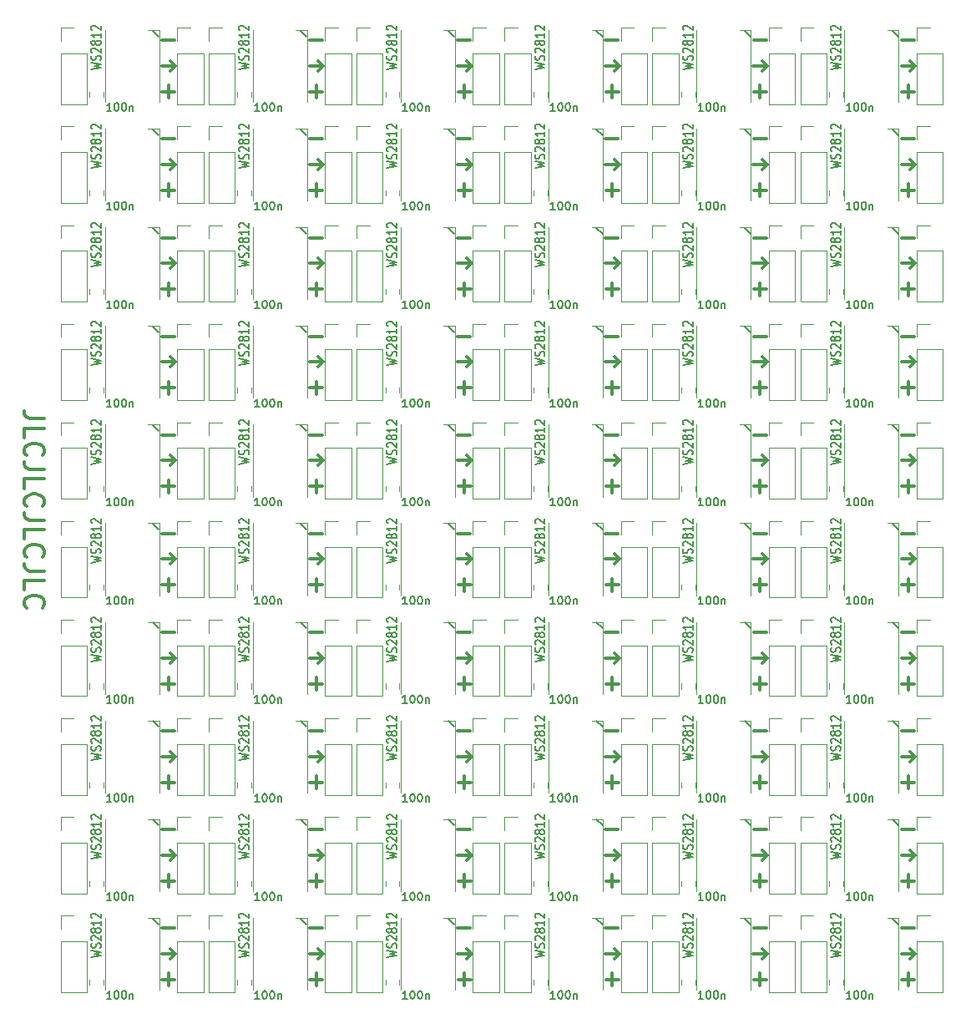
<source format=gbr>
G04 #@! TF.GenerationSoftware,KiCad,Pcbnew,(5.0.2)-1*
G04 #@! TF.CreationDate,2019-05-18T23:42:58-05:00*
G04 #@! TF.ProjectId,pixel_panel,70697865-6c5f-4706-916e-656c2e6b6963,rev?*
G04 #@! TF.SameCoordinates,PX6aae0f0PY2fa8320*
G04 #@! TF.FileFunction,Legend,Top*
G04 #@! TF.FilePolarity,Positive*
%FSLAX46Y46*%
G04 Gerber Fmt 4.6, Leading zero omitted, Abs format (unit mm)*
G04 Created by KiCad (PCBNEW (5.0.2)-1) date 5/18/2019 11:42:58 PM*
%MOMM*%
%LPD*%
G01*
G04 APERTURE LIST*
%ADD10C,0.300000*%
%ADD11C,0.200000*%
%ADD12C,0.120000*%
%ADD13C,0.150000*%
G04 APERTURE END LIST*
D10*
X3595238Y-40761904D02*
X2166666Y-40761904D01*
X1880952Y-40666666D01*
X1690476Y-40476190D01*
X1595238Y-40190476D01*
X1595238Y-40000000D01*
X1595238Y-42666666D02*
X1595238Y-41714285D01*
X3595238Y-41714285D01*
X1785714Y-44476190D02*
X1690476Y-44380952D01*
X1595238Y-44095238D01*
X1595238Y-43904761D01*
X1690476Y-43619047D01*
X1880952Y-43428571D01*
X2071428Y-43333333D01*
X2452380Y-43238095D01*
X2738095Y-43238095D01*
X3119047Y-43333333D01*
X3309523Y-43428571D01*
X3500000Y-43619047D01*
X3595238Y-43904761D01*
X3595238Y-44095238D01*
X3500000Y-44380952D01*
X3404761Y-44476190D01*
X3595238Y-45904761D02*
X2166666Y-45904761D01*
X1880952Y-45809523D01*
X1690476Y-45619047D01*
X1595238Y-45333333D01*
X1595238Y-45142857D01*
X1595238Y-47809523D02*
X1595238Y-46857142D01*
X3595238Y-46857142D01*
X1785714Y-49619047D02*
X1690476Y-49523809D01*
X1595238Y-49238095D01*
X1595238Y-49047619D01*
X1690476Y-48761904D01*
X1880952Y-48571428D01*
X2071428Y-48476190D01*
X2452380Y-48380952D01*
X2738095Y-48380952D01*
X3119047Y-48476190D01*
X3309523Y-48571428D01*
X3500000Y-48761904D01*
X3595238Y-49047619D01*
X3595238Y-49238095D01*
X3500000Y-49523809D01*
X3404761Y-49619047D01*
X3595238Y-51047619D02*
X2166666Y-51047619D01*
X1880952Y-50952380D01*
X1690476Y-50761904D01*
X1595238Y-50476190D01*
X1595238Y-50285714D01*
X1595238Y-52952380D02*
X1595238Y-52000000D01*
X3595238Y-52000000D01*
X1785714Y-54761904D02*
X1690476Y-54666666D01*
X1595238Y-54380952D01*
X1595238Y-54190476D01*
X1690476Y-53904761D01*
X1880952Y-53714285D01*
X2071428Y-53619047D01*
X2452380Y-53523809D01*
X2738095Y-53523809D01*
X3119047Y-53619047D01*
X3309523Y-53714285D01*
X3500000Y-53904761D01*
X3595238Y-54190476D01*
X3595238Y-54380952D01*
X3500000Y-54666666D01*
X3404761Y-54761904D01*
X3595238Y-56190476D02*
X2166666Y-56190476D01*
X1880952Y-56095238D01*
X1690476Y-55904761D01*
X1595238Y-55619047D01*
X1595238Y-55428571D01*
X1595238Y-58095238D02*
X1595238Y-57142857D01*
X3595238Y-57142857D01*
X1785714Y-59904761D02*
X1690476Y-59809523D01*
X1595238Y-59523809D01*
X1595238Y-59333333D01*
X1690476Y-59047619D01*
X1880952Y-58857142D01*
X2071428Y-58761904D01*
X2452380Y-58666666D01*
X2738095Y-58666666D01*
X3119047Y-58761904D01*
X3309523Y-58857142D01*
X3500000Y-59047619D01*
X3595238Y-59333333D01*
X3595238Y-59523809D01*
X3500000Y-59809523D01*
X3404761Y-59904761D01*
D11*
X83352380Y-95347619D02*
X84352380Y-95157142D01*
X83638095Y-95004761D01*
X84352380Y-94852380D01*
X83352380Y-94661904D01*
X84304761Y-94395238D02*
X84352380Y-94280952D01*
X84352380Y-94090476D01*
X84304761Y-94014285D01*
X84257142Y-93976190D01*
X84161904Y-93938095D01*
X84066666Y-93938095D01*
X83971428Y-93976190D01*
X83923809Y-94014285D01*
X83876190Y-94090476D01*
X83828571Y-94242857D01*
X83780952Y-94319047D01*
X83733333Y-94357142D01*
X83638095Y-94395238D01*
X83542857Y-94395238D01*
X83447619Y-94357142D01*
X83400000Y-94319047D01*
X83352380Y-94242857D01*
X83352380Y-94052380D01*
X83400000Y-93938095D01*
X83447619Y-93633333D02*
X83400000Y-93595238D01*
X83352380Y-93519047D01*
X83352380Y-93328571D01*
X83400000Y-93252380D01*
X83447619Y-93214285D01*
X83542857Y-93176190D01*
X83638095Y-93176190D01*
X83780952Y-93214285D01*
X84352380Y-93671428D01*
X84352380Y-93176190D01*
X83780952Y-92719047D02*
X83733333Y-92795238D01*
X83685714Y-92833333D01*
X83590476Y-92871428D01*
X83542857Y-92871428D01*
X83447619Y-92833333D01*
X83400000Y-92795238D01*
X83352380Y-92719047D01*
X83352380Y-92566666D01*
X83400000Y-92490476D01*
X83447619Y-92452380D01*
X83542857Y-92414285D01*
X83590476Y-92414285D01*
X83685714Y-92452380D01*
X83733333Y-92490476D01*
X83780952Y-92566666D01*
X83780952Y-92719047D01*
X83828571Y-92795238D01*
X83876190Y-92833333D01*
X83971428Y-92871428D01*
X84161904Y-92871428D01*
X84257142Y-92833333D01*
X84304761Y-92795238D01*
X84352380Y-92719047D01*
X84352380Y-92566666D01*
X84304761Y-92490476D01*
X84257142Y-92452380D01*
X84161904Y-92414285D01*
X83971428Y-92414285D01*
X83876190Y-92452380D01*
X83828571Y-92490476D01*
X83780952Y-92566666D01*
X84352380Y-91652380D02*
X84352380Y-92109523D01*
X84352380Y-91880952D02*
X83352380Y-91880952D01*
X83495238Y-91957142D01*
X83590476Y-92033333D01*
X83638095Y-92109523D01*
X83447619Y-91347619D02*
X83400000Y-91309523D01*
X83352380Y-91233333D01*
X83352380Y-91042857D01*
X83400000Y-90966666D01*
X83447619Y-90928571D01*
X83542857Y-90890476D01*
X83638095Y-90890476D01*
X83780952Y-90928571D01*
X84352380Y-91385714D01*
X84352380Y-90890476D01*
X68352380Y-95347619D02*
X69352380Y-95157142D01*
X68638095Y-95004761D01*
X69352380Y-94852380D01*
X68352380Y-94661904D01*
X69304761Y-94395238D02*
X69352380Y-94280952D01*
X69352380Y-94090476D01*
X69304761Y-94014285D01*
X69257142Y-93976190D01*
X69161904Y-93938095D01*
X69066666Y-93938095D01*
X68971428Y-93976190D01*
X68923809Y-94014285D01*
X68876190Y-94090476D01*
X68828571Y-94242857D01*
X68780952Y-94319047D01*
X68733333Y-94357142D01*
X68638095Y-94395238D01*
X68542857Y-94395238D01*
X68447619Y-94357142D01*
X68400000Y-94319047D01*
X68352380Y-94242857D01*
X68352380Y-94052380D01*
X68400000Y-93938095D01*
X68447619Y-93633333D02*
X68400000Y-93595238D01*
X68352380Y-93519047D01*
X68352380Y-93328571D01*
X68400000Y-93252380D01*
X68447619Y-93214285D01*
X68542857Y-93176190D01*
X68638095Y-93176190D01*
X68780952Y-93214285D01*
X69352380Y-93671428D01*
X69352380Y-93176190D01*
X68780952Y-92719047D02*
X68733333Y-92795238D01*
X68685714Y-92833333D01*
X68590476Y-92871428D01*
X68542857Y-92871428D01*
X68447619Y-92833333D01*
X68400000Y-92795238D01*
X68352380Y-92719047D01*
X68352380Y-92566666D01*
X68400000Y-92490476D01*
X68447619Y-92452380D01*
X68542857Y-92414285D01*
X68590476Y-92414285D01*
X68685714Y-92452380D01*
X68733333Y-92490476D01*
X68780952Y-92566666D01*
X68780952Y-92719047D01*
X68828571Y-92795238D01*
X68876190Y-92833333D01*
X68971428Y-92871428D01*
X69161904Y-92871428D01*
X69257142Y-92833333D01*
X69304761Y-92795238D01*
X69352380Y-92719047D01*
X69352380Y-92566666D01*
X69304761Y-92490476D01*
X69257142Y-92452380D01*
X69161904Y-92414285D01*
X68971428Y-92414285D01*
X68876190Y-92452380D01*
X68828571Y-92490476D01*
X68780952Y-92566666D01*
X69352380Y-91652380D02*
X69352380Y-92109523D01*
X69352380Y-91880952D02*
X68352380Y-91880952D01*
X68495238Y-91957142D01*
X68590476Y-92033333D01*
X68638095Y-92109523D01*
X68447619Y-91347619D02*
X68400000Y-91309523D01*
X68352380Y-91233333D01*
X68352380Y-91042857D01*
X68400000Y-90966666D01*
X68447619Y-90928571D01*
X68542857Y-90890476D01*
X68638095Y-90890476D01*
X68780952Y-90928571D01*
X69352380Y-91385714D01*
X69352380Y-90890476D01*
X53352380Y-95347619D02*
X54352380Y-95157142D01*
X53638095Y-95004761D01*
X54352380Y-94852380D01*
X53352380Y-94661904D01*
X54304761Y-94395238D02*
X54352380Y-94280952D01*
X54352380Y-94090476D01*
X54304761Y-94014285D01*
X54257142Y-93976190D01*
X54161904Y-93938095D01*
X54066666Y-93938095D01*
X53971428Y-93976190D01*
X53923809Y-94014285D01*
X53876190Y-94090476D01*
X53828571Y-94242857D01*
X53780952Y-94319047D01*
X53733333Y-94357142D01*
X53638095Y-94395238D01*
X53542857Y-94395238D01*
X53447619Y-94357142D01*
X53400000Y-94319047D01*
X53352380Y-94242857D01*
X53352380Y-94052380D01*
X53400000Y-93938095D01*
X53447619Y-93633333D02*
X53400000Y-93595238D01*
X53352380Y-93519047D01*
X53352380Y-93328571D01*
X53400000Y-93252380D01*
X53447619Y-93214285D01*
X53542857Y-93176190D01*
X53638095Y-93176190D01*
X53780952Y-93214285D01*
X54352380Y-93671428D01*
X54352380Y-93176190D01*
X53780952Y-92719047D02*
X53733333Y-92795238D01*
X53685714Y-92833333D01*
X53590476Y-92871428D01*
X53542857Y-92871428D01*
X53447619Y-92833333D01*
X53400000Y-92795238D01*
X53352380Y-92719047D01*
X53352380Y-92566666D01*
X53400000Y-92490476D01*
X53447619Y-92452380D01*
X53542857Y-92414285D01*
X53590476Y-92414285D01*
X53685714Y-92452380D01*
X53733333Y-92490476D01*
X53780952Y-92566666D01*
X53780952Y-92719047D01*
X53828571Y-92795238D01*
X53876190Y-92833333D01*
X53971428Y-92871428D01*
X54161904Y-92871428D01*
X54257142Y-92833333D01*
X54304761Y-92795238D01*
X54352380Y-92719047D01*
X54352380Y-92566666D01*
X54304761Y-92490476D01*
X54257142Y-92452380D01*
X54161904Y-92414285D01*
X53971428Y-92414285D01*
X53876190Y-92452380D01*
X53828571Y-92490476D01*
X53780952Y-92566666D01*
X54352380Y-91652380D02*
X54352380Y-92109523D01*
X54352380Y-91880952D02*
X53352380Y-91880952D01*
X53495238Y-91957142D01*
X53590476Y-92033333D01*
X53638095Y-92109523D01*
X53447619Y-91347619D02*
X53400000Y-91309523D01*
X53352380Y-91233333D01*
X53352380Y-91042857D01*
X53400000Y-90966666D01*
X53447619Y-90928571D01*
X53542857Y-90890476D01*
X53638095Y-90890476D01*
X53780952Y-90928571D01*
X54352380Y-91385714D01*
X54352380Y-90890476D01*
X38352380Y-95347619D02*
X39352380Y-95157142D01*
X38638095Y-95004761D01*
X39352380Y-94852380D01*
X38352380Y-94661904D01*
X39304761Y-94395238D02*
X39352380Y-94280952D01*
X39352380Y-94090476D01*
X39304761Y-94014285D01*
X39257142Y-93976190D01*
X39161904Y-93938095D01*
X39066666Y-93938095D01*
X38971428Y-93976190D01*
X38923809Y-94014285D01*
X38876190Y-94090476D01*
X38828571Y-94242857D01*
X38780952Y-94319047D01*
X38733333Y-94357142D01*
X38638095Y-94395238D01*
X38542857Y-94395238D01*
X38447619Y-94357142D01*
X38400000Y-94319047D01*
X38352380Y-94242857D01*
X38352380Y-94052380D01*
X38400000Y-93938095D01*
X38447619Y-93633333D02*
X38400000Y-93595238D01*
X38352380Y-93519047D01*
X38352380Y-93328571D01*
X38400000Y-93252380D01*
X38447619Y-93214285D01*
X38542857Y-93176190D01*
X38638095Y-93176190D01*
X38780952Y-93214285D01*
X39352380Y-93671428D01*
X39352380Y-93176190D01*
X38780952Y-92719047D02*
X38733333Y-92795238D01*
X38685714Y-92833333D01*
X38590476Y-92871428D01*
X38542857Y-92871428D01*
X38447619Y-92833333D01*
X38400000Y-92795238D01*
X38352380Y-92719047D01*
X38352380Y-92566666D01*
X38400000Y-92490476D01*
X38447619Y-92452380D01*
X38542857Y-92414285D01*
X38590476Y-92414285D01*
X38685714Y-92452380D01*
X38733333Y-92490476D01*
X38780952Y-92566666D01*
X38780952Y-92719047D01*
X38828571Y-92795238D01*
X38876190Y-92833333D01*
X38971428Y-92871428D01*
X39161904Y-92871428D01*
X39257142Y-92833333D01*
X39304761Y-92795238D01*
X39352380Y-92719047D01*
X39352380Y-92566666D01*
X39304761Y-92490476D01*
X39257142Y-92452380D01*
X39161904Y-92414285D01*
X38971428Y-92414285D01*
X38876190Y-92452380D01*
X38828571Y-92490476D01*
X38780952Y-92566666D01*
X39352380Y-91652380D02*
X39352380Y-92109523D01*
X39352380Y-91880952D02*
X38352380Y-91880952D01*
X38495238Y-91957142D01*
X38590476Y-92033333D01*
X38638095Y-92109523D01*
X38447619Y-91347619D02*
X38400000Y-91309523D01*
X38352380Y-91233333D01*
X38352380Y-91042857D01*
X38400000Y-90966666D01*
X38447619Y-90928571D01*
X38542857Y-90890476D01*
X38638095Y-90890476D01*
X38780952Y-90928571D01*
X39352380Y-91385714D01*
X39352380Y-90890476D01*
X23352380Y-95347619D02*
X24352380Y-95157142D01*
X23638095Y-95004761D01*
X24352380Y-94852380D01*
X23352380Y-94661904D01*
X24304761Y-94395238D02*
X24352380Y-94280952D01*
X24352380Y-94090476D01*
X24304761Y-94014285D01*
X24257142Y-93976190D01*
X24161904Y-93938095D01*
X24066666Y-93938095D01*
X23971428Y-93976190D01*
X23923809Y-94014285D01*
X23876190Y-94090476D01*
X23828571Y-94242857D01*
X23780952Y-94319047D01*
X23733333Y-94357142D01*
X23638095Y-94395238D01*
X23542857Y-94395238D01*
X23447619Y-94357142D01*
X23400000Y-94319047D01*
X23352380Y-94242857D01*
X23352380Y-94052380D01*
X23400000Y-93938095D01*
X23447619Y-93633333D02*
X23400000Y-93595238D01*
X23352380Y-93519047D01*
X23352380Y-93328571D01*
X23400000Y-93252380D01*
X23447619Y-93214285D01*
X23542857Y-93176190D01*
X23638095Y-93176190D01*
X23780952Y-93214285D01*
X24352380Y-93671428D01*
X24352380Y-93176190D01*
X23780952Y-92719047D02*
X23733333Y-92795238D01*
X23685714Y-92833333D01*
X23590476Y-92871428D01*
X23542857Y-92871428D01*
X23447619Y-92833333D01*
X23400000Y-92795238D01*
X23352380Y-92719047D01*
X23352380Y-92566666D01*
X23400000Y-92490476D01*
X23447619Y-92452380D01*
X23542857Y-92414285D01*
X23590476Y-92414285D01*
X23685714Y-92452380D01*
X23733333Y-92490476D01*
X23780952Y-92566666D01*
X23780952Y-92719047D01*
X23828571Y-92795238D01*
X23876190Y-92833333D01*
X23971428Y-92871428D01*
X24161904Y-92871428D01*
X24257142Y-92833333D01*
X24304761Y-92795238D01*
X24352380Y-92719047D01*
X24352380Y-92566666D01*
X24304761Y-92490476D01*
X24257142Y-92452380D01*
X24161904Y-92414285D01*
X23971428Y-92414285D01*
X23876190Y-92452380D01*
X23828571Y-92490476D01*
X23780952Y-92566666D01*
X24352380Y-91652380D02*
X24352380Y-92109523D01*
X24352380Y-91880952D02*
X23352380Y-91880952D01*
X23495238Y-91957142D01*
X23590476Y-92033333D01*
X23638095Y-92109523D01*
X23447619Y-91347619D02*
X23400000Y-91309523D01*
X23352380Y-91233333D01*
X23352380Y-91042857D01*
X23400000Y-90966666D01*
X23447619Y-90928571D01*
X23542857Y-90890476D01*
X23638095Y-90890476D01*
X23780952Y-90928571D01*
X24352380Y-91385714D01*
X24352380Y-90890476D01*
X8352380Y-95347619D02*
X9352380Y-95157142D01*
X8638095Y-95004761D01*
X9352380Y-94852380D01*
X8352380Y-94661904D01*
X9304761Y-94395238D02*
X9352380Y-94280952D01*
X9352380Y-94090476D01*
X9304761Y-94014285D01*
X9257142Y-93976190D01*
X9161904Y-93938095D01*
X9066666Y-93938095D01*
X8971428Y-93976190D01*
X8923809Y-94014285D01*
X8876190Y-94090476D01*
X8828571Y-94242857D01*
X8780952Y-94319047D01*
X8733333Y-94357142D01*
X8638095Y-94395238D01*
X8542857Y-94395238D01*
X8447619Y-94357142D01*
X8400000Y-94319047D01*
X8352380Y-94242857D01*
X8352380Y-94052380D01*
X8400000Y-93938095D01*
X8447619Y-93633333D02*
X8400000Y-93595238D01*
X8352380Y-93519047D01*
X8352380Y-93328571D01*
X8400000Y-93252380D01*
X8447619Y-93214285D01*
X8542857Y-93176190D01*
X8638095Y-93176190D01*
X8780952Y-93214285D01*
X9352380Y-93671428D01*
X9352380Y-93176190D01*
X8780952Y-92719047D02*
X8733333Y-92795238D01*
X8685714Y-92833333D01*
X8590476Y-92871428D01*
X8542857Y-92871428D01*
X8447619Y-92833333D01*
X8400000Y-92795238D01*
X8352380Y-92719047D01*
X8352380Y-92566666D01*
X8400000Y-92490476D01*
X8447619Y-92452380D01*
X8542857Y-92414285D01*
X8590476Y-92414285D01*
X8685714Y-92452380D01*
X8733333Y-92490476D01*
X8780952Y-92566666D01*
X8780952Y-92719047D01*
X8828571Y-92795238D01*
X8876190Y-92833333D01*
X8971428Y-92871428D01*
X9161904Y-92871428D01*
X9257142Y-92833333D01*
X9304761Y-92795238D01*
X9352380Y-92719047D01*
X9352380Y-92566666D01*
X9304761Y-92490476D01*
X9257142Y-92452380D01*
X9161904Y-92414285D01*
X8971428Y-92414285D01*
X8876190Y-92452380D01*
X8828571Y-92490476D01*
X8780952Y-92566666D01*
X9352380Y-91652380D02*
X9352380Y-92109523D01*
X9352380Y-91880952D02*
X8352380Y-91880952D01*
X8495238Y-91957142D01*
X8590476Y-92033333D01*
X8638095Y-92109523D01*
X8447619Y-91347619D02*
X8400000Y-91309523D01*
X8352380Y-91233333D01*
X8352380Y-91042857D01*
X8400000Y-90966666D01*
X8447619Y-90928571D01*
X8542857Y-90890476D01*
X8638095Y-90890476D01*
X8780952Y-90928571D01*
X9352380Y-91385714D01*
X9352380Y-90890476D01*
X83352380Y-85347619D02*
X84352380Y-85157142D01*
X83638095Y-85004761D01*
X84352380Y-84852380D01*
X83352380Y-84661904D01*
X84304761Y-84395238D02*
X84352380Y-84280952D01*
X84352380Y-84090476D01*
X84304761Y-84014285D01*
X84257142Y-83976190D01*
X84161904Y-83938095D01*
X84066666Y-83938095D01*
X83971428Y-83976190D01*
X83923809Y-84014285D01*
X83876190Y-84090476D01*
X83828571Y-84242857D01*
X83780952Y-84319047D01*
X83733333Y-84357142D01*
X83638095Y-84395238D01*
X83542857Y-84395238D01*
X83447619Y-84357142D01*
X83400000Y-84319047D01*
X83352380Y-84242857D01*
X83352380Y-84052380D01*
X83400000Y-83938095D01*
X83447619Y-83633333D02*
X83400000Y-83595238D01*
X83352380Y-83519047D01*
X83352380Y-83328571D01*
X83400000Y-83252380D01*
X83447619Y-83214285D01*
X83542857Y-83176190D01*
X83638095Y-83176190D01*
X83780952Y-83214285D01*
X84352380Y-83671428D01*
X84352380Y-83176190D01*
X83780952Y-82719047D02*
X83733333Y-82795238D01*
X83685714Y-82833333D01*
X83590476Y-82871428D01*
X83542857Y-82871428D01*
X83447619Y-82833333D01*
X83400000Y-82795238D01*
X83352380Y-82719047D01*
X83352380Y-82566666D01*
X83400000Y-82490476D01*
X83447619Y-82452380D01*
X83542857Y-82414285D01*
X83590476Y-82414285D01*
X83685714Y-82452380D01*
X83733333Y-82490476D01*
X83780952Y-82566666D01*
X83780952Y-82719047D01*
X83828571Y-82795238D01*
X83876190Y-82833333D01*
X83971428Y-82871428D01*
X84161904Y-82871428D01*
X84257142Y-82833333D01*
X84304761Y-82795238D01*
X84352380Y-82719047D01*
X84352380Y-82566666D01*
X84304761Y-82490476D01*
X84257142Y-82452380D01*
X84161904Y-82414285D01*
X83971428Y-82414285D01*
X83876190Y-82452380D01*
X83828571Y-82490476D01*
X83780952Y-82566666D01*
X84352380Y-81652380D02*
X84352380Y-82109523D01*
X84352380Y-81880952D02*
X83352380Y-81880952D01*
X83495238Y-81957142D01*
X83590476Y-82033333D01*
X83638095Y-82109523D01*
X83447619Y-81347619D02*
X83400000Y-81309523D01*
X83352380Y-81233333D01*
X83352380Y-81042857D01*
X83400000Y-80966666D01*
X83447619Y-80928571D01*
X83542857Y-80890476D01*
X83638095Y-80890476D01*
X83780952Y-80928571D01*
X84352380Y-81385714D01*
X84352380Y-80890476D01*
X68352380Y-85347619D02*
X69352380Y-85157142D01*
X68638095Y-85004761D01*
X69352380Y-84852380D01*
X68352380Y-84661904D01*
X69304761Y-84395238D02*
X69352380Y-84280952D01*
X69352380Y-84090476D01*
X69304761Y-84014285D01*
X69257142Y-83976190D01*
X69161904Y-83938095D01*
X69066666Y-83938095D01*
X68971428Y-83976190D01*
X68923809Y-84014285D01*
X68876190Y-84090476D01*
X68828571Y-84242857D01*
X68780952Y-84319047D01*
X68733333Y-84357142D01*
X68638095Y-84395238D01*
X68542857Y-84395238D01*
X68447619Y-84357142D01*
X68400000Y-84319047D01*
X68352380Y-84242857D01*
X68352380Y-84052380D01*
X68400000Y-83938095D01*
X68447619Y-83633333D02*
X68400000Y-83595238D01*
X68352380Y-83519047D01*
X68352380Y-83328571D01*
X68400000Y-83252380D01*
X68447619Y-83214285D01*
X68542857Y-83176190D01*
X68638095Y-83176190D01*
X68780952Y-83214285D01*
X69352380Y-83671428D01*
X69352380Y-83176190D01*
X68780952Y-82719047D02*
X68733333Y-82795238D01*
X68685714Y-82833333D01*
X68590476Y-82871428D01*
X68542857Y-82871428D01*
X68447619Y-82833333D01*
X68400000Y-82795238D01*
X68352380Y-82719047D01*
X68352380Y-82566666D01*
X68400000Y-82490476D01*
X68447619Y-82452380D01*
X68542857Y-82414285D01*
X68590476Y-82414285D01*
X68685714Y-82452380D01*
X68733333Y-82490476D01*
X68780952Y-82566666D01*
X68780952Y-82719047D01*
X68828571Y-82795238D01*
X68876190Y-82833333D01*
X68971428Y-82871428D01*
X69161904Y-82871428D01*
X69257142Y-82833333D01*
X69304761Y-82795238D01*
X69352380Y-82719047D01*
X69352380Y-82566666D01*
X69304761Y-82490476D01*
X69257142Y-82452380D01*
X69161904Y-82414285D01*
X68971428Y-82414285D01*
X68876190Y-82452380D01*
X68828571Y-82490476D01*
X68780952Y-82566666D01*
X69352380Y-81652380D02*
X69352380Y-82109523D01*
X69352380Y-81880952D02*
X68352380Y-81880952D01*
X68495238Y-81957142D01*
X68590476Y-82033333D01*
X68638095Y-82109523D01*
X68447619Y-81347619D02*
X68400000Y-81309523D01*
X68352380Y-81233333D01*
X68352380Y-81042857D01*
X68400000Y-80966666D01*
X68447619Y-80928571D01*
X68542857Y-80890476D01*
X68638095Y-80890476D01*
X68780952Y-80928571D01*
X69352380Y-81385714D01*
X69352380Y-80890476D01*
X53352380Y-85347619D02*
X54352380Y-85157142D01*
X53638095Y-85004761D01*
X54352380Y-84852380D01*
X53352380Y-84661904D01*
X54304761Y-84395238D02*
X54352380Y-84280952D01*
X54352380Y-84090476D01*
X54304761Y-84014285D01*
X54257142Y-83976190D01*
X54161904Y-83938095D01*
X54066666Y-83938095D01*
X53971428Y-83976190D01*
X53923809Y-84014285D01*
X53876190Y-84090476D01*
X53828571Y-84242857D01*
X53780952Y-84319047D01*
X53733333Y-84357142D01*
X53638095Y-84395238D01*
X53542857Y-84395238D01*
X53447619Y-84357142D01*
X53400000Y-84319047D01*
X53352380Y-84242857D01*
X53352380Y-84052380D01*
X53400000Y-83938095D01*
X53447619Y-83633333D02*
X53400000Y-83595238D01*
X53352380Y-83519047D01*
X53352380Y-83328571D01*
X53400000Y-83252380D01*
X53447619Y-83214285D01*
X53542857Y-83176190D01*
X53638095Y-83176190D01*
X53780952Y-83214285D01*
X54352380Y-83671428D01*
X54352380Y-83176190D01*
X53780952Y-82719047D02*
X53733333Y-82795238D01*
X53685714Y-82833333D01*
X53590476Y-82871428D01*
X53542857Y-82871428D01*
X53447619Y-82833333D01*
X53400000Y-82795238D01*
X53352380Y-82719047D01*
X53352380Y-82566666D01*
X53400000Y-82490476D01*
X53447619Y-82452380D01*
X53542857Y-82414285D01*
X53590476Y-82414285D01*
X53685714Y-82452380D01*
X53733333Y-82490476D01*
X53780952Y-82566666D01*
X53780952Y-82719047D01*
X53828571Y-82795238D01*
X53876190Y-82833333D01*
X53971428Y-82871428D01*
X54161904Y-82871428D01*
X54257142Y-82833333D01*
X54304761Y-82795238D01*
X54352380Y-82719047D01*
X54352380Y-82566666D01*
X54304761Y-82490476D01*
X54257142Y-82452380D01*
X54161904Y-82414285D01*
X53971428Y-82414285D01*
X53876190Y-82452380D01*
X53828571Y-82490476D01*
X53780952Y-82566666D01*
X54352380Y-81652380D02*
X54352380Y-82109523D01*
X54352380Y-81880952D02*
X53352380Y-81880952D01*
X53495238Y-81957142D01*
X53590476Y-82033333D01*
X53638095Y-82109523D01*
X53447619Y-81347619D02*
X53400000Y-81309523D01*
X53352380Y-81233333D01*
X53352380Y-81042857D01*
X53400000Y-80966666D01*
X53447619Y-80928571D01*
X53542857Y-80890476D01*
X53638095Y-80890476D01*
X53780952Y-80928571D01*
X54352380Y-81385714D01*
X54352380Y-80890476D01*
X38352380Y-85347619D02*
X39352380Y-85157142D01*
X38638095Y-85004761D01*
X39352380Y-84852380D01*
X38352380Y-84661904D01*
X39304761Y-84395238D02*
X39352380Y-84280952D01*
X39352380Y-84090476D01*
X39304761Y-84014285D01*
X39257142Y-83976190D01*
X39161904Y-83938095D01*
X39066666Y-83938095D01*
X38971428Y-83976190D01*
X38923809Y-84014285D01*
X38876190Y-84090476D01*
X38828571Y-84242857D01*
X38780952Y-84319047D01*
X38733333Y-84357142D01*
X38638095Y-84395238D01*
X38542857Y-84395238D01*
X38447619Y-84357142D01*
X38400000Y-84319047D01*
X38352380Y-84242857D01*
X38352380Y-84052380D01*
X38400000Y-83938095D01*
X38447619Y-83633333D02*
X38400000Y-83595238D01*
X38352380Y-83519047D01*
X38352380Y-83328571D01*
X38400000Y-83252380D01*
X38447619Y-83214285D01*
X38542857Y-83176190D01*
X38638095Y-83176190D01*
X38780952Y-83214285D01*
X39352380Y-83671428D01*
X39352380Y-83176190D01*
X38780952Y-82719047D02*
X38733333Y-82795238D01*
X38685714Y-82833333D01*
X38590476Y-82871428D01*
X38542857Y-82871428D01*
X38447619Y-82833333D01*
X38400000Y-82795238D01*
X38352380Y-82719047D01*
X38352380Y-82566666D01*
X38400000Y-82490476D01*
X38447619Y-82452380D01*
X38542857Y-82414285D01*
X38590476Y-82414285D01*
X38685714Y-82452380D01*
X38733333Y-82490476D01*
X38780952Y-82566666D01*
X38780952Y-82719047D01*
X38828571Y-82795238D01*
X38876190Y-82833333D01*
X38971428Y-82871428D01*
X39161904Y-82871428D01*
X39257142Y-82833333D01*
X39304761Y-82795238D01*
X39352380Y-82719047D01*
X39352380Y-82566666D01*
X39304761Y-82490476D01*
X39257142Y-82452380D01*
X39161904Y-82414285D01*
X38971428Y-82414285D01*
X38876190Y-82452380D01*
X38828571Y-82490476D01*
X38780952Y-82566666D01*
X39352380Y-81652380D02*
X39352380Y-82109523D01*
X39352380Y-81880952D02*
X38352380Y-81880952D01*
X38495238Y-81957142D01*
X38590476Y-82033333D01*
X38638095Y-82109523D01*
X38447619Y-81347619D02*
X38400000Y-81309523D01*
X38352380Y-81233333D01*
X38352380Y-81042857D01*
X38400000Y-80966666D01*
X38447619Y-80928571D01*
X38542857Y-80890476D01*
X38638095Y-80890476D01*
X38780952Y-80928571D01*
X39352380Y-81385714D01*
X39352380Y-80890476D01*
X23352380Y-85347619D02*
X24352380Y-85157142D01*
X23638095Y-85004761D01*
X24352380Y-84852380D01*
X23352380Y-84661904D01*
X24304761Y-84395238D02*
X24352380Y-84280952D01*
X24352380Y-84090476D01*
X24304761Y-84014285D01*
X24257142Y-83976190D01*
X24161904Y-83938095D01*
X24066666Y-83938095D01*
X23971428Y-83976190D01*
X23923809Y-84014285D01*
X23876190Y-84090476D01*
X23828571Y-84242857D01*
X23780952Y-84319047D01*
X23733333Y-84357142D01*
X23638095Y-84395238D01*
X23542857Y-84395238D01*
X23447619Y-84357142D01*
X23400000Y-84319047D01*
X23352380Y-84242857D01*
X23352380Y-84052380D01*
X23400000Y-83938095D01*
X23447619Y-83633333D02*
X23400000Y-83595238D01*
X23352380Y-83519047D01*
X23352380Y-83328571D01*
X23400000Y-83252380D01*
X23447619Y-83214285D01*
X23542857Y-83176190D01*
X23638095Y-83176190D01*
X23780952Y-83214285D01*
X24352380Y-83671428D01*
X24352380Y-83176190D01*
X23780952Y-82719047D02*
X23733333Y-82795238D01*
X23685714Y-82833333D01*
X23590476Y-82871428D01*
X23542857Y-82871428D01*
X23447619Y-82833333D01*
X23400000Y-82795238D01*
X23352380Y-82719047D01*
X23352380Y-82566666D01*
X23400000Y-82490476D01*
X23447619Y-82452380D01*
X23542857Y-82414285D01*
X23590476Y-82414285D01*
X23685714Y-82452380D01*
X23733333Y-82490476D01*
X23780952Y-82566666D01*
X23780952Y-82719047D01*
X23828571Y-82795238D01*
X23876190Y-82833333D01*
X23971428Y-82871428D01*
X24161904Y-82871428D01*
X24257142Y-82833333D01*
X24304761Y-82795238D01*
X24352380Y-82719047D01*
X24352380Y-82566666D01*
X24304761Y-82490476D01*
X24257142Y-82452380D01*
X24161904Y-82414285D01*
X23971428Y-82414285D01*
X23876190Y-82452380D01*
X23828571Y-82490476D01*
X23780952Y-82566666D01*
X24352380Y-81652380D02*
X24352380Y-82109523D01*
X24352380Y-81880952D02*
X23352380Y-81880952D01*
X23495238Y-81957142D01*
X23590476Y-82033333D01*
X23638095Y-82109523D01*
X23447619Y-81347619D02*
X23400000Y-81309523D01*
X23352380Y-81233333D01*
X23352380Y-81042857D01*
X23400000Y-80966666D01*
X23447619Y-80928571D01*
X23542857Y-80890476D01*
X23638095Y-80890476D01*
X23780952Y-80928571D01*
X24352380Y-81385714D01*
X24352380Y-80890476D01*
X8352380Y-85347619D02*
X9352380Y-85157142D01*
X8638095Y-85004761D01*
X9352380Y-84852380D01*
X8352380Y-84661904D01*
X9304761Y-84395238D02*
X9352380Y-84280952D01*
X9352380Y-84090476D01*
X9304761Y-84014285D01*
X9257142Y-83976190D01*
X9161904Y-83938095D01*
X9066666Y-83938095D01*
X8971428Y-83976190D01*
X8923809Y-84014285D01*
X8876190Y-84090476D01*
X8828571Y-84242857D01*
X8780952Y-84319047D01*
X8733333Y-84357142D01*
X8638095Y-84395238D01*
X8542857Y-84395238D01*
X8447619Y-84357142D01*
X8400000Y-84319047D01*
X8352380Y-84242857D01*
X8352380Y-84052380D01*
X8400000Y-83938095D01*
X8447619Y-83633333D02*
X8400000Y-83595238D01*
X8352380Y-83519047D01*
X8352380Y-83328571D01*
X8400000Y-83252380D01*
X8447619Y-83214285D01*
X8542857Y-83176190D01*
X8638095Y-83176190D01*
X8780952Y-83214285D01*
X9352380Y-83671428D01*
X9352380Y-83176190D01*
X8780952Y-82719047D02*
X8733333Y-82795238D01*
X8685714Y-82833333D01*
X8590476Y-82871428D01*
X8542857Y-82871428D01*
X8447619Y-82833333D01*
X8400000Y-82795238D01*
X8352380Y-82719047D01*
X8352380Y-82566666D01*
X8400000Y-82490476D01*
X8447619Y-82452380D01*
X8542857Y-82414285D01*
X8590476Y-82414285D01*
X8685714Y-82452380D01*
X8733333Y-82490476D01*
X8780952Y-82566666D01*
X8780952Y-82719047D01*
X8828571Y-82795238D01*
X8876190Y-82833333D01*
X8971428Y-82871428D01*
X9161904Y-82871428D01*
X9257142Y-82833333D01*
X9304761Y-82795238D01*
X9352380Y-82719047D01*
X9352380Y-82566666D01*
X9304761Y-82490476D01*
X9257142Y-82452380D01*
X9161904Y-82414285D01*
X8971428Y-82414285D01*
X8876190Y-82452380D01*
X8828571Y-82490476D01*
X8780952Y-82566666D01*
X9352380Y-81652380D02*
X9352380Y-82109523D01*
X9352380Y-81880952D02*
X8352380Y-81880952D01*
X8495238Y-81957142D01*
X8590476Y-82033333D01*
X8638095Y-82109523D01*
X8447619Y-81347619D02*
X8400000Y-81309523D01*
X8352380Y-81233333D01*
X8352380Y-81042857D01*
X8400000Y-80966666D01*
X8447619Y-80928571D01*
X8542857Y-80890476D01*
X8638095Y-80890476D01*
X8780952Y-80928571D01*
X9352380Y-81385714D01*
X9352380Y-80890476D01*
X83352380Y-75347619D02*
X84352380Y-75157142D01*
X83638095Y-75004761D01*
X84352380Y-74852380D01*
X83352380Y-74661904D01*
X84304761Y-74395238D02*
X84352380Y-74280952D01*
X84352380Y-74090476D01*
X84304761Y-74014285D01*
X84257142Y-73976190D01*
X84161904Y-73938095D01*
X84066666Y-73938095D01*
X83971428Y-73976190D01*
X83923809Y-74014285D01*
X83876190Y-74090476D01*
X83828571Y-74242857D01*
X83780952Y-74319047D01*
X83733333Y-74357142D01*
X83638095Y-74395238D01*
X83542857Y-74395238D01*
X83447619Y-74357142D01*
X83400000Y-74319047D01*
X83352380Y-74242857D01*
X83352380Y-74052380D01*
X83400000Y-73938095D01*
X83447619Y-73633333D02*
X83400000Y-73595238D01*
X83352380Y-73519047D01*
X83352380Y-73328571D01*
X83400000Y-73252380D01*
X83447619Y-73214285D01*
X83542857Y-73176190D01*
X83638095Y-73176190D01*
X83780952Y-73214285D01*
X84352380Y-73671428D01*
X84352380Y-73176190D01*
X83780952Y-72719047D02*
X83733333Y-72795238D01*
X83685714Y-72833333D01*
X83590476Y-72871428D01*
X83542857Y-72871428D01*
X83447619Y-72833333D01*
X83400000Y-72795238D01*
X83352380Y-72719047D01*
X83352380Y-72566666D01*
X83400000Y-72490476D01*
X83447619Y-72452380D01*
X83542857Y-72414285D01*
X83590476Y-72414285D01*
X83685714Y-72452380D01*
X83733333Y-72490476D01*
X83780952Y-72566666D01*
X83780952Y-72719047D01*
X83828571Y-72795238D01*
X83876190Y-72833333D01*
X83971428Y-72871428D01*
X84161904Y-72871428D01*
X84257142Y-72833333D01*
X84304761Y-72795238D01*
X84352380Y-72719047D01*
X84352380Y-72566666D01*
X84304761Y-72490476D01*
X84257142Y-72452380D01*
X84161904Y-72414285D01*
X83971428Y-72414285D01*
X83876190Y-72452380D01*
X83828571Y-72490476D01*
X83780952Y-72566666D01*
X84352380Y-71652380D02*
X84352380Y-72109523D01*
X84352380Y-71880952D02*
X83352380Y-71880952D01*
X83495238Y-71957142D01*
X83590476Y-72033333D01*
X83638095Y-72109523D01*
X83447619Y-71347619D02*
X83400000Y-71309523D01*
X83352380Y-71233333D01*
X83352380Y-71042857D01*
X83400000Y-70966666D01*
X83447619Y-70928571D01*
X83542857Y-70890476D01*
X83638095Y-70890476D01*
X83780952Y-70928571D01*
X84352380Y-71385714D01*
X84352380Y-70890476D01*
X68352380Y-75347619D02*
X69352380Y-75157142D01*
X68638095Y-75004761D01*
X69352380Y-74852380D01*
X68352380Y-74661904D01*
X69304761Y-74395238D02*
X69352380Y-74280952D01*
X69352380Y-74090476D01*
X69304761Y-74014285D01*
X69257142Y-73976190D01*
X69161904Y-73938095D01*
X69066666Y-73938095D01*
X68971428Y-73976190D01*
X68923809Y-74014285D01*
X68876190Y-74090476D01*
X68828571Y-74242857D01*
X68780952Y-74319047D01*
X68733333Y-74357142D01*
X68638095Y-74395238D01*
X68542857Y-74395238D01*
X68447619Y-74357142D01*
X68400000Y-74319047D01*
X68352380Y-74242857D01*
X68352380Y-74052380D01*
X68400000Y-73938095D01*
X68447619Y-73633333D02*
X68400000Y-73595238D01*
X68352380Y-73519047D01*
X68352380Y-73328571D01*
X68400000Y-73252380D01*
X68447619Y-73214285D01*
X68542857Y-73176190D01*
X68638095Y-73176190D01*
X68780952Y-73214285D01*
X69352380Y-73671428D01*
X69352380Y-73176190D01*
X68780952Y-72719047D02*
X68733333Y-72795238D01*
X68685714Y-72833333D01*
X68590476Y-72871428D01*
X68542857Y-72871428D01*
X68447619Y-72833333D01*
X68400000Y-72795238D01*
X68352380Y-72719047D01*
X68352380Y-72566666D01*
X68400000Y-72490476D01*
X68447619Y-72452380D01*
X68542857Y-72414285D01*
X68590476Y-72414285D01*
X68685714Y-72452380D01*
X68733333Y-72490476D01*
X68780952Y-72566666D01*
X68780952Y-72719047D01*
X68828571Y-72795238D01*
X68876190Y-72833333D01*
X68971428Y-72871428D01*
X69161904Y-72871428D01*
X69257142Y-72833333D01*
X69304761Y-72795238D01*
X69352380Y-72719047D01*
X69352380Y-72566666D01*
X69304761Y-72490476D01*
X69257142Y-72452380D01*
X69161904Y-72414285D01*
X68971428Y-72414285D01*
X68876190Y-72452380D01*
X68828571Y-72490476D01*
X68780952Y-72566666D01*
X69352380Y-71652380D02*
X69352380Y-72109523D01*
X69352380Y-71880952D02*
X68352380Y-71880952D01*
X68495238Y-71957142D01*
X68590476Y-72033333D01*
X68638095Y-72109523D01*
X68447619Y-71347619D02*
X68400000Y-71309523D01*
X68352380Y-71233333D01*
X68352380Y-71042857D01*
X68400000Y-70966666D01*
X68447619Y-70928571D01*
X68542857Y-70890476D01*
X68638095Y-70890476D01*
X68780952Y-70928571D01*
X69352380Y-71385714D01*
X69352380Y-70890476D01*
X53352380Y-75347619D02*
X54352380Y-75157142D01*
X53638095Y-75004761D01*
X54352380Y-74852380D01*
X53352380Y-74661904D01*
X54304761Y-74395238D02*
X54352380Y-74280952D01*
X54352380Y-74090476D01*
X54304761Y-74014285D01*
X54257142Y-73976190D01*
X54161904Y-73938095D01*
X54066666Y-73938095D01*
X53971428Y-73976190D01*
X53923809Y-74014285D01*
X53876190Y-74090476D01*
X53828571Y-74242857D01*
X53780952Y-74319047D01*
X53733333Y-74357142D01*
X53638095Y-74395238D01*
X53542857Y-74395238D01*
X53447619Y-74357142D01*
X53400000Y-74319047D01*
X53352380Y-74242857D01*
X53352380Y-74052380D01*
X53400000Y-73938095D01*
X53447619Y-73633333D02*
X53400000Y-73595238D01*
X53352380Y-73519047D01*
X53352380Y-73328571D01*
X53400000Y-73252380D01*
X53447619Y-73214285D01*
X53542857Y-73176190D01*
X53638095Y-73176190D01*
X53780952Y-73214285D01*
X54352380Y-73671428D01*
X54352380Y-73176190D01*
X53780952Y-72719047D02*
X53733333Y-72795238D01*
X53685714Y-72833333D01*
X53590476Y-72871428D01*
X53542857Y-72871428D01*
X53447619Y-72833333D01*
X53400000Y-72795238D01*
X53352380Y-72719047D01*
X53352380Y-72566666D01*
X53400000Y-72490476D01*
X53447619Y-72452380D01*
X53542857Y-72414285D01*
X53590476Y-72414285D01*
X53685714Y-72452380D01*
X53733333Y-72490476D01*
X53780952Y-72566666D01*
X53780952Y-72719047D01*
X53828571Y-72795238D01*
X53876190Y-72833333D01*
X53971428Y-72871428D01*
X54161904Y-72871428D01*
X54257142Y-72833333D01*
X54304761Y-72795238D01*
X54352380Y-72719047D01*
X54352380Y-72566666D01*
X54304761Y-72490476D01*
X54257142Y-72452380D01*
X54161904Y-72414285D01*
X53971428Y-72414285D01*
X53876190Y-72452380D01*
X53828571Y-72490476D01*
X53780952Y-72566666D01*
X54352380Y-71652380D02*
X54352380Y-72109523D01*
X54352380Y-71880952D02*
X53352380Y-71880952D01*
X53495238Y-71957142D01*
X53590476Y-72033333D01*
X53638095Y-72109523D01*
X53447619Y-71347619D02*
X53400000Y-71309523D01*
X53352380Y-71233333D01*
X53352380Y-71042857D01*
X53400000Y-70966666D01*
X53447619Y-70928571D01*
X53542857Y-70890476D01*
X53638095Y-70890476D01*
X53780952Y-70928571D01*
X54352380Y-71385714D01*
X54352380Y-70890476D01*
X38352380Y-75347619D02*
X39352380Y-75157142D01*
X38638095Y-75004761D01*
X39352380Y-74852380D01*
X38352380Y-74661904D01*
X39304761Y-74395238D02*
X39352380Y-74280952D01*
X39352380Y-74090476D01*
X39304761Y-74014285D01*
X39257142Y-73976190D01*
X39161904Y-73938095D01*
X39066666Y-73938095D01*
X38971428Y-73976190D01*
X38923809Y-74014285D01*
X38876190Y-74090476D01*
X38828571Y-74242857D01*
X38780952Y-74319047D01*
X38733333Y-74357142D01*
X38638095Y-74395238D01*
X38542857Y-74395238D01*
X38447619Y-74357142D01*
X38400000Y-74319047D01*
X38352380Y-74242857D01*
X38352380Y-74052380D01*
X38400000Y-73938095D01*
X38447619Y-73633333D02*
X38400000Y-73595238D01*
X38352380Y-73519047D01*
X38352380Y-73328571D01*
X38400000Y-73252380D01*
X38447619Y-73214285D01*
X38542857Y-73176190D01*
X38638095Y-73176190D01*
X38780952Y-73214285D01*
X39352380Y-73671428D01*
X39352380Y-73176190D01*
X38780952Y-72719047D02*
X38733333Y-72795238D01*
X38685714Y-72833333D01*
X38590476Y-72871428D01*
X38542857Y-72871428D01*
X38447619Y-72833333D01*
X38400000Y-72795238D01*
X38352380Y-72719047D01*
X38352380Y-72566666D01*
X38400000Y-72490476D01*
X38447619Y-72452380D01*
X38542857Y-72414285D01*
X38590476Y-72414285D01*
X38685714Y-72452380D01*
X38733333Y-72490476D01*
X38780952Y-72566666D01*
X38780952Y-72719047D01*
X38828571Y-72795238D01*
X38876190Y-72833333D01*
X38971428Y-72871428D01*
X39161904Y-72871428D01*
X39257142Y-72833333D01*
X39304761Y-72795238D01*
X39352380Y-72719047D01*
X39352380Y-72566666D01*
X39304761Y-72490476D01*
X39257142Y-72452380D01*
X39161904Y-72414285D01*
X38971428Y-72414285D01*
X38876190Y-72452380D01*
X38828571Y-72490476D01*
X38780952Y-72566666D01*
X39352380Y-71652380D02*
X39352380Y-72109523D01*
X39352380Y-71880952D02*
X38352380Y-71880952D01*
X38495238Y-71957142D01*
X38590476Y-72033333D01*
X38638095Y-72109523D01*
X38447619Y-71347619D02*
X38400000Y-71309523D01*
X38352380Y-71233333D01*
X38352380Y-71042857D01*
X38400000Y-70966666D01*
X38447619Y-70928571D01*
X38542857Y-70890476D01*
X38638095Y-70890476D01*
X38780952Y-70928571D01*
X39352380Y-71385714D01*
X39352380Y-70890476D01*
X23352380Y-75347619D02*
X24352380Y-75157142D01*
X23638095Y-75004761D01*
X24352380Y-74852380D01*
X23352380Y-74661904D01*
X24304761Y-74395238D02*
X24352380Y-74280952D01*
X24352380Y-74090476D01*
X24304761Y-74014285D01*
X24257142Y-73976190D01*
X24161904Y-73938095D01*
X24066666Y-73938095D01*
X23971428Y-73976190D01*
X23923809Y-74014285D01*
X23876190Y-74090476D01*
X23828571Y-74242857D01*
X23780952Y-74319047D01*
X23733333Y-74357142D01*
X23638095Y-74395238D01*
X23542857Y-74395238D01*
X23447619Y-74357142D01*
X23400000Y-74319047D01*
X23352380Y-74242857D01*
X23352380Y-74052380D01*
X23400000Y-73938095D01*
X23447619Y-73633333D02*
X23400000Y-73595238D01*
X23352380Y-73519047D01*
X23352380Y-73328571D01*
X23400000Y-73252380D01*
X23447619Y-73214285D01*
X23542857Y-73176190D01*
X23638095Y-73176190D01*
X23780952Y-73214285D01*
X24352380Y-73671428D01*
X24352380Y-73176190D01*
X23780952Y-72719047D02*
X23733333Y-72795238D01*
X23685714Y-72833333D01*
X23590476Y-72871428D01*
X23542857Y-72871428D01*
X23447619Y-72833333D01*
X23400000Y-72795238D01*
X23352380Y-72719047D01*
X23352380Y-72566666D01*
X23400000Y-72490476D01*
X23447619Y-72452380D01*
X23542857Y-72414285D01*
X23590476Y-72414285D01*
X23685714Y-72452380D01*
X23733333Y-72490476D01*
X23780952Y-72566666D01*
X23780952Y-72719047D01*
X23828571Y-72795238D01*
X23876190Y-72833333D01*
X23971428Y-72871428D01*
X24161904Y-72871428D01*
X24257142Y-72833333D01*
X24304761Y-72795238D01*
X24352380Y-72719047D01*
X24352380Y-72566666D01*
X24304761Y-72490476D01*
X24257142Y-72452380D01*
X24161904Y-72414285D01*
X23971428Y-72414285D01*
X23876190Y-72452380D01*
X23828571Y-72490476D01*
X23780952Y-72566666D01*
X24352380Y-71652380D02*
X24352380Y-72109523D01*
X24352380Y-71880952D02*
X23352380Y-71880952D01*
X23495238Y-71957142D01*
X23590476Y-72033333D01*
X23638095Y-72109523D01*
X23447619Y-71347619D02*
X23400000Y-71309523D01*
X23352380Y-71233333D01*
X23352380Y-71042857D01*
X23400000Y-70966666D01*
X23447619Y-70928571D01*
X23542857Y-70890476D01*
X23638095Y-70890476D01*
X23780952Y-70928571D01*
X24352380Y-71385714D01*
X24352380Y-70890476D01*
X8352380Y-75347619D02*
X9352380Y-75157142D01*
X8638095Y-75004761D01*
X9352380Y-74852380D01*
X8352380Y-74661904D01*
X9304761Y-74395238D02*
X9352380Y-74280952D01*
X9352380Y-74090476D01*
X9304761Y-74014285D01*
X9257142Y-73976190D01*
X9161904Y-73938095D01*
X9066666Y-73938095D01*
X8971428Y-73976190D01*
X8923809Y-74014285D01*
X8876190Y-74090476D01*
X8828571Y-74242857D01*
X8780952Y-74319047D01*
X8733333Y-74357142D01*
X8638095Y-74395238D01*
X8542857Y-74395238D01*
X8447619Y-74357142D01*
X8400000Y-74319047D01*
X8352380Y-74242857D01*
X8352380Y-74052380D01*
X8400000Y-73938095D01*
X8447619Y-73633333D02*
X8400000Y-73595238D01*
X8352380Y-73519047D01*
X8352380Y-73328571D01*
X8400000Y-73252380D01*
X8447619Y-73214285D01*
X8542857Y-73176190D01*
X8638095Y-73176190D01*
X8780952Y-73214285D01*
X9352380Y-73671428D01*
X9352380Y-73176190D01*
X8780952Y-72719047D02*
X8733333Y-72795238D01*
X8685714Y-72833333D01*
X8590476Y-72871428D01*
X8542857Y-72871428D01*
X8447619Y-72833333D01*
X8400000Y-72795238D01*
X8352380Y-72719047D01*
X8352380Y-72566666D01*
X8400000Y-72490476D01*
X8447619Y-72452380D01*
X8542857Y-72414285D01*
X8590476Y-72414285D01*
X8685714Y-72452380D01*
X8733333Y-72490476D01*
X8780952Y-72566666D01*
X8780952Y-72719047D01*
X8828571Y-72795238D01*
X8876190Y-72833333D01*
X8971428Y-72871428D01*
X9161904Y-72871428D01*
X9257142Y-72833333D01*
X9304761Y-72795238D01*
X9352380Y-72719047D01*
X9352380Y-72566666D01*
X9304761Y-72490476D01*
X9257142Y-72452380D01*
X9161904Y-72414285D01*
X8971428Y-72414285D01*
X8876190Y-72452380D01*
X8828571Y-72490476D01*
X8780952Y-72566666D01*
X9352380Y-71652380D02*
X9352380Y-72109523D01*
X9352380Y-71880952D02*
X8352380Y-71880952D01*
X8495238Y-71957142D01*
X8590476Y-72033333D01*
X8638095Y-72109523D01*
X8447619Y-71347619D02*
X8400000Y-71309523D01*
X8352380Y-71233333D01*
X8352380Y-71042857D01*
X8400000Y-70966666D01*
X8447619Y-70928571D01*
X8542857Y-70890476D01*
X8638095Y-70890476D01*
X8780952Y-70928571D01*
X9352380Y-71385714D01*
X9352380Y-70890476D01*
X83352380Y-65347619D02*
X84352380Y-65157142D01*
X83638095Y-65004761D01*
X84352380Y-64852380D01*
X83352380Y-64661904D01*
X84304761Y-64395238D02*
X84352380Y-64280952D01*
X84352380Y-64090476D01*
X84304761Y-64014285D01*
X84257142Y-63976190D01*
X84161904Y-63938095D01*
X84066666Y-63938095D01*
X83971428Y-63976190D01*
X83923809Y-64014285D01*
X83876190Y-64090476D01*
X83828571Y-64242857D01*
X83780952Y-64319047D01*
X83733333Y-64357142D01*
X83638095Y-64395238D01*
X83542857Y-64395238D01*
X83447619Y-64357142D01*
X83400000Y-64319047D01*
X83352380Y-64242857D01*
X83352380Y-64052380D01*
X83400000Y-63938095D01*
X83447619Y-63633333D02*
X83400000Y-63595238D01*
X83352380Y-63519047D01*
X83352380Y-63328571D01*
X83400000Y-63252380D01*
X83447619Y-63214285D01*
X83542857Y-63176190D01*
X83638095Y-63176190D01*
X83780952Y-63214285D01*
X84352380Y-63671428D01*
X84352380Y-63176190D01*
X83780952Y-62719047D02*
X83733333Y-62795238D01*
X83685714Y-62833333D01*
X83590476Y-62871428D01*
X83542857Y-62871428D01*
X83447619Y-62833333D01*
X83400000Y-62795238D01*
X83352380Y-62719047D01*
X83352380Y-62566666D01*
X83400000Y-62490476D01*
X83447619Y-62452380D01*
X83542857Y-62414285D01*
X83590476Y-62414285D01*
X83685714Y-62452380D01*
X83733333Y-62490476D01*
X83780952Y-62566666D01*
X83780952Y-62719047D01*
X83828571Y-62795238D01*
X83876190Y-62833333D01*
X83971428Y-62871428D01*
X84161904Y-62871428D01*
X84257142Y-62833333D01*
X84304761Y-62795238D01*
X84352380Y-62719047D01*
X84352380Y-62566666D01*
X84304761Y-62490476D01*
X84257142Y-62452380D01*
X84161904Y-62414285D01*
X83971428Y-62414285D01*
X83876190Y-62452380D01*
X83828571Y-62490476D01*
X83780952Y-62566666D01*
X84352380Y-61652380D02*
X84352380Y-62109523D01*
X84352380Y-61880952D02*
X83352380Y-61880952D01*
X83495238Y-61957142D01*
X83590476Y-62033333D01*
X83638095Y-62109523D01*
X83447619Y-61347619D02*
X83400000Y-61309523D01*
X83352380Y-61233333D01*
X83352380Y-61042857D01*
X83400000Y-60966666D01*
X83447619Y-60928571D01*
X83542857Y-60890476D01*
X83638095Y-60890476D01*
X83780952Y-60928571D01*
X84352380Y-61385714D01*
X84352380Y-60890476D01*
X68352380Y-65347619D02*
X69352380Y-65157142D01*
X68638095Y-65004761D01*
X69352380Y-64852380D01*
X68352380Y-64661904D01*
X69304761Y-64395238D02*
X69352380Y-64280952D01*
X69352380Y-64090476D01*
X69304761Y-64014285D01*
X69257142Y-63976190D01*
X69161904Y-63938095D01*
X69066666Y-63938095D01*
X68971428Y-63976190D01*
X68923809Y-64014285D01*
X68876190Y-64090476D01*
X68828571Y-64242857D01*
X68780952Y-64319047D01*
X68733333Y-64357142D01*
X68638095Y-64395238D01*
X68542857Y-64395238D01*
X68447619Y-64357142D01*
X68400000Y-64319047D01*
X68352380Y-64242857D01*
X68352380Y-64052380D01*
X68400000Y-63938095D01*
X68447619Y-63633333D02*
X68400000Y-63595238D01*
X68352380Y-63519047D01*
X68352380Y-63328571D01*
X68400000Y-63252380D01*
X68447619Y-63214285D01*
X68542857Y-63176190D01*
X68638095Y-63176190D01*
X68780952Y-63214285D01*
X69352380Y-63671428D01*
X69352380Y-63176190D01*
X68780952Y-62719047D02*
X68733333Y-62795238D01*
X68685714Y-62833333D01*
X68590476Y-62871428D01*
X68542857Y-62871428D01*
X68447619Y-62833333D01*
X68400000Y-62795238D01*
X68352380Y-62719047D01*
X68352380Y-62566666D01*
X68400000Y-62490476D01*
X68447619Y-62452380D01*
X68542857Y-62414285D01*
X68590476Y-62414285D01*
X68685714Y-62452380D01*
X68733333Y-62490476D01*
X68780952Y-62566666D01*
X68780952Y-62719047D01*
X68828571Y-62795238D01*
X68876190Y-62833333D01*
X68971428Y-62871428D01*
X69161904Y-62871428D01*
X69257142Y-62833333D01*
X69304761Y-62795238D01*
X69352380Y-62719047D01*
X69352380Y-62566666D01*
X69304761Y-62490476D01*
X69257142Y-62452380D01*
X69161904Y-62414285D01*
X68971428Y-62414285D01*
X68876190Y-62452380D01*
X68828571Y-62490476D01*
X68780952Y-62566666D01*
X69352380Y-61652380D02*
X69352380Y-62109523D01*
X69352380Y-61880952D02*
X68352380Y-61880952D01*
X68495238Y-61957142D01*
X68590476Y-62033333D01*
X68638095Y-62109523D01*
X68447619Y-61347619D02*
X68400000Y-61309523D01*
X68352380Y-61233333D01*
X68352380Y-61042857D01*
X68400000Y-60966666D01*
X68447619Y-60928571D01*
X68542857Y-60890476D01*
X68638095Y-60890476D01*
X68780952Y-60928571D01*
X69352380Y-61385714D01*
X69352380Y-60890476D01*
X53352380Y-65347619D02*
X54352380Y-65157142D01*
X53638095Y-65004761D01*
X54352380Y-64852380D01*
X53352380Y-64661904D01*
X54304761Y-64395238D02*
X54352380Y-64280952D01*
X54352380Y-64090476D01*
X54304761Y-64014285D01*
X54257142Y-63976190D01*
X54161904Y-63938095D01*
X54066666Y-63938095D01*
X53971428Y-63976190D01*
X53923809Y-64014285D01*
X53876190Y-64090476D01*
X53828571Y-64242857D01*
X53780952Y-64319047D01*
X53733333Y-64357142D01*
X53638095Y-64395238D01*
X53542857Y-64395238D01*
X53447619Y-64357142D01*
X53400000Y-64319047D01*
X53352380Y-64242857D01*
X53352380Y-64052380D01*
X53400000Y-63938095D01*
X53447619Y-63633333D02*
X53400000Y-63595238D01*
X53352380Y-63519047D01*
X53352380Y-63328571D01*
X53400000Y-63252380D01*
X53447619Y-63214285D01*
X53542857Y-63176190D01*
X53638095Y-63176190D01*
X53780952Y-63214285D01*
X54352380Y-63671428D01*
X54352380Y-63176190D01*
X53780952Y-62719047D02*
X53733333Y-62795238D01*
X53685714Y-62833333D01*
X53590476Y-62871428D01*
X53542857Y-62871428D01*
X53447619Y-62833333D01*
X53400000Y-62795238D01*
X53352380Y-62719047D01*
X53352380Y-62566666D01*
X53400000Y-62490476D01*
X53447619Y-62452380D01*
X53542857Y-62414285D01*
X53590476Y-62414285D01*
X53685714Y-62452380D01*
X53733333Y-62490476D01*
X53780952Y-62566666D01*
X53780952Y-62719047D01*
X53828571Y-62795238D01*
X53876190Y-62833333D01*
X53971428Y-62871428D01*
X54161904Y-62871428D01*
X54257142Y-62833333D01*
X54304761Y-62795238D01*
X54352380Y-62719047D01*
X54352380Y-62566666D01*
X54304761Y-62490476D01*
X54257142Y-62452380D01*
X54161904Y-62414285D01*
X53971428Y-62414285D01*
X53876190Y-62452380D01*
X53828571Y-62490476D01*
X53780952Y-62566666D01*
X54352380Y-61652380D02*
X54352380Y-62109523D01*
X54352380Y-61880952D02*
X53352380Y-61880952D01*
X53495238Y-61957142D01*
X53590476Y-62033333D01*
X53638095Y-62109523D01*
X53447619Y-61347619D02*
X53400000Y-61309523D01*
X53352380Y-61233333D01*
X53352380Y-61042857D01*
X53400000Y-60966666D01*
X53447619Y-60928571D01*
X53542857Y-60890476D01*
X53638095Y-60890476D01*
X53780952Y-60928571D01*
X54352380Y-61385714D01*
X54352380Y-60890476D01*
X38352380Y-65347619D02*
X39352380Y-65157142D01*
X38638095Y-65004761D01*
X39352380Y-64852380D01*
X38352380Y-64661904D01*
X39304761Y-64395238D02*
X39352380Y-64280952D01*
X39352380Y-64090476D01*
X39304761Y-64014285D01*
X39257142Y-63976190D01*
X39161904Y-63938095D01*
X39066666Y-63938095D01*
X38971428Y-63976190D01*
X38923809Y-64014285D01*
X38876190Y-64090476D01*
X38828571Y-64242857D01*
X38780952Y-64319047D01*
X38733333Y-64357142D01*
X38638095Y-64395238D01*
X38542857Y-64395238D01*
X38447619Y-64357142D01*
X38400000Y-64319047D01*
X38352380Y-64242857D01*
X38352380Y-64052380D01*
X38400000Y-63938095D01*
X38447619Y-63633333D02*
X38400000Y-63595238D01*
X38352380Y-63519047D01*
X38352380Y-63328571D01*
X38400000Y-63252380D01*
X38447619Y-63214285D01*
X38542857Y-63176190D01*
X38638095Y-63176190D01*
X38780952Y-63214285D01*
X39352380Y-63671428D01*
X39352380Y-63176190D01*
X38780952Y-62719047D02*
X38733333Y-62795238D01*
X38685714Y-62833333D01*
X38590476Y-62871428D01*
X38542857Y-62871428D01*
X38447619Y-62833333D01*
X38400000Y-62795238D01*
X38352380Y-62719047D01*
X38352380Y-62566666D01*
X38400000Y-62490476D01*
X38447619Y-62452380D01*
X38542857Y-62414285D01*
X38590476Y-62414285D01*
X38685714Y-62452380D01*
X38733333Y-62490476D01*
X38780952Y-62566666D01*
X38780952Y-62719047D01*
X38828571Y-62795238D01*
X38876190Y-62833333D01*
X38971428Y-62871428D01*
X39161904Y-62871428D01*
X39257142Y-62833333D01*
X39304761Y-62795238D01*
X39352380Y-62719047D01*
X39352380Y-62566666D01*
X39304761Y-62490476D01*
X39257142Y-62452380D01*
X39161904Y-62414285D01*
X38971428Y-62414285D01*
X38876190Y-62452380D01*
X38828571Y-62490476D01*
X38780952Y-62566666D01*
X39352380Y-61652380D02*
X39352380Y-62109523D01*
X39352380Y-61880952D02*
X38352380Y-61880952D01*
X38495238Y-61957142D01*
X38590476Y-62033333D01*
X38638095Y-62109523D01*
X38447619Y-61347619D02*
X38400000Y-61309523D01*
X38352380Y-61233333D01*
X38352380Y-61042857D01*
X38400000Y-60966666D01*
X38447619Y-60928571D01*
X38542857Y-60890476D01*
X38638095Y-60890476D01*
X38780952Y-60928571D01*
X39352380Y-61385714D01*
X39352380Y-60890476D01*
X23352380Y-65347619D02*
X24352380Y-65157142D01*
X23638095Y-65004761D01*
X24352380Y-64852380D01*
X23352380Y-64661904D01*
X24304761Y-64395238D02*
X24352380Y-64280952D01*
X24352380Y-64090476D01*
X24304761Y-64014285D01*
X24257142Y-63976190D01*
X24161904Y-63938095D01*
X24066666Y-63938095D01*
X23971428Y-63976190D01*
X23923809Y-64014285D01*
X23876190Y-64090476D01*
X23828571Y-64242857D01*
X23780952Y-64319047D01*
X23733333Y-64357142D01*
X23638095Y-64395238D01*
X23542857Y-64395238D01*
X23447619Y-64357142D01*
X23400000Y-64319047D01*
X23352380Y-64242857D01*
X23352380Y-64052380D01*
X23400000Y-63938095D01*
X23447619Y-63633333D02*
X23400000Y-63595238D01*
X23352380Y-63519047D01*
X23352380Y-63328571D01*
X23400000Y-63252380D01*
X23447619Y-63214285D01*
X23542857Y-63176190D01*
X23638095Y-63176190D01*
X23780952Y-63214285D01*
X24352380Y-63671428D01*
X24352380Y-63176190D01*
X23780952Y-62719047D02*
X23733333Y-62795238D01*
X23685714Y-62833333D01*
X23590476Y-62871428D01*
X23542857Y-62871428D01*
X23447619Y-62833333D01*
X23400000Y-62795238D01*
X23352380Y-62719047D01*
X23352380Y-62566666D01*
X23400000Y-62490476D01*
X23447619Y-62452380D01*
X23542857Y-62414285D01*
X23590476Y-62414285D01*
X23685714Y-62452380D01*
X23733333Y-62490476D01*
X23780952Y-62566666D01*
X23780952Y-62719047D01*
X23828571Y-62795238D01*
X23876190Y-62833333D01*
X23971428Y-62871428D01*
X24161904Y-62871428D01*
X24257142Y-62833333D01*
X24304761Y-62795238D01*
X24352380Y-62719047D01*
X24352380Y-62566666D01*
X24304761Y-62490476D01*
X24257142Y-62452380D01*
X24161904Y-62414285D01*
X23971428Y-62414285D01*
X23876190Y-62452380D01*
X23828571Y-62490476D01*
X23780952Y-62566666D01*
X24352380Y-61652380D02*
X24352380Y-62109523D01*
X24352380Y-61880952D02*
X23352380Y-61880952D01*
X23495238Y-61957142D01*
X23590476Y-62033333D01*
X23638095Y-62109523D01*
X23447619Y-61347619D02*
X23400000Y-61309523D01*
X23352380Y-61233333D01*
X23352380Y-61042857D01*
X23400000Y-60966666D01*
X23447619Y-60928571D01*
X23542857Y-60890476D01*
X23638095Y-60890476D01*
X23780952Y-60928571D01*
X24352380Y-61385714D01*
X24352380Y-60890476D01*
X8352380Y-65347619D02*
X9352380Y-65157142D01*
X8638095Y-65004761D01*
X9352380Y-64852380D01*
X8352380Y-64661904D01*
X9304761Y-64395238D02*
X9352380Y-64280952D01*
X9352380Y-64090476D01*
X9304761Y-64014285D01*
X9257142Y-63976190D01*
X9161904Y-63938095D01*
X9066666Y-63938095D01*
X8971428Y-63976190D01*
X8923809Y-64014285D01*
X8876190Y-64090476D01*
X8828571Y-64242857D01*
X8780952Y-64319047D01*
X8733333Y-64357142D01*
X8638095Y-64395238D01*
X8542857Y-64395238D01*
X8447619Y-64357142D01*
X8400000Y-64319047D01*
X8352380Y-64242857D01*
X8352380Y-64052380D01*
X8400000Y-63938095D01*
X8447619Y-63633333D02*
X8400000Y-63595238D01*
X8352380Y-63519047D01*
X8352380Y-63328571D01*
X8400000Y-63252380D01*
X8447619Y-63214285D01*
X8542857Y-63176190D01*
X8638095Y-63176190D01*
X8780952Y-63214285D01*
X9352380Y-63671428D01*
X9352380Y-63176190D01*
X8780952Y-62719047D02*
X8733333Y-62795238D01*
X8685714Y-62833333D01*
X8590476Y-62871428D01*
X8542857Y-62871428D01*
X8447619Y-62833333D01*
X8400000Y-62795238D01*
X8352380Y-62719047D01*
X8352380Y-62566666D01*
X8400000Y-62490476D01*
X8447619Y-62452380D01*
X8542857Y-62414285D01*
X8590476Y-62414285D01*
X8685714Y-62452380D01*
X8733333Y-62490476D01*
X8780952Y-62566666D01*
X8780952Y-62719047D01*
X8828571Y-62795238D01*
X8876190Y-62833333D01*
X8971428Y-62871428D01*
X9161904Y-62871428D01*
X9257142Y-62833333D01*
X9304761Y-62795238D01*
X9352380Y-62719047D01*
X9352380Y-62566666D01*
X9304761Y-62490476D01*
X9257142Y-62452380D01*
X9161904Y-62414285D01*
X8971428Y-62414285D01*
X8876190Y-62452380D01*
X8828571Y-62490476D01*
X8780952Y-62566666D01*
X9352380Y-61652380D02*
X9352380Y-62109523D01*
X9352380Y-61880952D02*
X8352380Y-61880952D01*
X8495238Y-61957142D01*
X8590476Y-62033333D01*
X8638095Y-62109523D01*
X8447619Y-61347619D02*
X8400000Y-61309523D01*
X8352380Y-61233333D01*
X8352380Y-61042857D01*
X8400000Y-60966666D01*
X8447619Y-60928571D01*
X8542857Y-60890476D01*
X8638095Y-60890476D01*
X8780952Y-60928571D01*
X9352380Y-61385714D01*
X9352380Y-60890476D01*
X83352380Y-55347619D02*
X84352380Y-55157142D01*
X83638095Y-55004761D01*
X84352380Y-54852380D01*
X83352380Y-54661904D01*
X84304761Y-54395238D02*
X84352380Y-54280952D01*
X84352380Y-54090476D01*
X84304761Y-54014285D01*
X84257142Y-53976190D01*
X84161904Y-53938095D01*
X84066666Y-53938095D01*
X83971428Y-53976190D01*
X83923809Y-54014285D01*
X83876190Y-54090476D01*
X83828571Y-54242857D01*
X83780952Y-54319047D01*
X83733333Y-54357142D01*
X83638095Y-54395238D01*
X83542857Y-54395238D01*
X83447619Y-54357142D01*
X83400000Y-54319047D01*
X83352380Y-54242857D01*
X83352380Y-54052380D01*
X83400000Y-53938095D01*
X83447619Y-53633333D02*
X83400000Y-53595238D01*
X83352380Y-53519047D01*
X83352380Y-53328571D01*
X83400000Y-53252380D01*
X83447619Y-53214285D01*
X83542857Y-53176190D01*
X83638095Y-53176190D01*
X83780952Y-53214285D01*
X84352380Y-53671428D01*
X84352380Y-53176190D01*
X83780952Y-52719047D02*
X83733333Y-52795238D01*
X83685714Y-52833333D01*
X83590476Y-52871428D01*
X83542857Y-52871428D01*
X83447619Y-52833333D01*
X83400000Y-52795238D01*
X83352380Y-52719047D01*
X83352380Y-52566666D01*
X83400000Y-52490476D01*
X83447619Y-52452380D01*
X83542857Y-52414285D01*
X83590476Y-52414285D01*
X83685714Y-52452380D01*
X83733333Y-52490476D01*
X83780952Y-52566666D01*
X83780952Y-52719047D01*
X83828571Y-52795238D01*
X83876190Y-52833333D01*
X83971428Y-52871428D01*
X84161904Y-52871428D01*
X84257142Y-52833333D01*
X84304761Y-52795238D01*
X84352380Y-52719047D01*
X84352380Y-52566666D01*
X84304761Y-52490476D01*
X84257142Y-52452380D01*
X84161904Y-52414285D01*
X83971428Y-52414285D01*
X83876190Y-52452380D01*
X83828571Y-52490476D01*
X83780952Y-52566666D01*
X84352380Y-51652380D02*
X84352380Y-52109523D01*
X84352380Y-51880952D02*
X83352380Y-51880952D01*
X83495238Y-51957142D01*
X83590476Y-52033333D01*
X83638095Y-52109523D01*
X83447619Y-51347619D02*
X83400000Y-51309523D01*
X83352380Y-51233333D01*
X83352380Y-51042857D01*
X83400000Y-50966666D01*
X83447619Y-50928571D01*
X83542857Y-50890476D01*
X83638095Y-50890476D01*
X83780952Y-50928571D01*
X84352380Y-51385714D01*
X84352380Y-50890476D01*
X68352380Y-55347619D02*
X69352380Y-55157142D01*
X68638095Y-55004761D01*
X69352380Y-54852380D01*
X68352380Y-54661904D01*
X69304761Y-54395238D02*
X69352380Y-54280952D01*
X69352380Y-54090476D01*
X69304761Y-54014285D01*
X69257142Y-53976190D01*
X69161904Y-53938095D01*
X69066666Y-53938095D01*
X68971428Y-53976190D01*
X68923809Y-54014285D01*
X68876190Y-54090476D01*
X68828571Y-54242857D01*
X68780952Y-54319047D01*
X68733333Y-54357142D01*
X68638095Y-54395238D01*
X68542857Y-54395238D01*
X68447619Y-54357142D01*
X68400000Y-54319047D01*
X68352380Y-54242857D01*
X68352380Y-54052380D01*
X68400000Y-53938095D01*
X68447619Y-53633333D02*
X68400000Y-53595238D01*
X68352380Y-53519047D01*
X68352380Y-53328571D01*
X68400000Y-53252380D01*
X68447619Y-53214285D01*
X68542857Y-53176190D01*
X68638095Y-53176190D01*
X68780952Y-53214285D01*
X69352380Y-53671428D01*
X69352380Y-53176190D01*
X68780952Y-52719047D02*
X68733333Y-52795238D01*
X68685714Y-52833333D01*
X68590476Y-52871428D01*
X68542857Y-52871428D01*
X68447619Y-52833333D01*
X68400000Y-52795238D01*
X68352380Y-52719047D01*
X68352380Y-52566666D01*
X68400000Y-52490476D01*
X68447619Y-52452380D01*
X68542857Y-52414285D01*
X68590476Y-52414285D01*
X68685714Y-52452380D01*
X68733333Y-52490476D01*
X68780952Y-52566666D01*
X68780952Y-52719047D01*
X68828571Y-52795238D01*
X68876190Y-52833333D01*
X68971428Y-52871428D01*
X69161904Y-52871428D01*
X69257142Y-52833333D01*
X69304761Y-52795238D01*
X69352380Y-52719047D01*
X69352380Y-52566666D01*
X69304761Y-52490476D01*
X69257142Y-52452380D01*
X69161904Y-52414285D01*
X68971428Y-52414285D01*
X68876190Y-52452380D01*
X68828571Y-52490476D01*
X68780952Y-52566666D01*
X69352380Y-51652380D02*
X69352380Y-52109523D01*
X69352380Y-51880952D02*
X68352380Y-51880952D01*
X68495238Y-51957142D01*
X68590476Y-52033333D01*
X68638095Y-52109523D01*
X68447619Y-51347619D02*
X68400000Y-51309523D01*
X68352380Y-51233333D01*
X68352380Y-51042857D01*
X68400000Y-50966666D01*
X68447619Y-50928571D01*
X68542857Y-50890476D01*
X68638095Y-50890476D01*
X68780952Y-50928571D01*
X69352380Y-51385714D01*
X69352380Y-50890476D01*
X53352380Y-55347619D02*
X54352380Y-55157142D01*
X53638095Y-55004761D01*
X54352380Y-54852380D01*
X53352380Y-54661904D01*
X54304761Y-54395238D02*
X54352380Y-54280952D01*
X54352380Y-54090476D01*
X54304761Y-54014285D01*
X54257142Y-53976190D01*
X54161904Y-53938095D01*
X54066666Y-53938095D01*
X53971428Y-53976190D01*
X53923809Y-54014285D01*
X53876190Y-54090476D01*
X53828571Y-54242857D01*
X53780952Y-54319047D01*
X53733333Y-54357142D01*
X53638095Y-54395238D01*
X53542857Y-54395238D01*
X53447619Y-54357142D01*
X53400000Y-54319047D01*
X53352380Y-54242857D01*
X53352380Y-54052380D01*
X53400000Y-53938095D01*
X53447619Y-53633333D02*
X53400000Y-53595238D01*
X53352380Y-53519047D01*
X53352380Y-53328571D01*
X53400000Y-53252380D01*
X53447619Y-53214285D01*
X53542857Y-53176190D01*
X53638095Y-53176190D01*
X53780952Y-53214285D01*
X54352380Y-53671428D01*
X54352380Y-53176190D01*
X53780952Y-52719047D02*
X53733333Y-52795238D01*
X53685714Y-52833333D01*
X53590476Y-52871428D01*
X53542857Y-52871428D01*
X53447619Y-52833333D01*
X53400000Y-52795238D01*
X53352380Y-52719047D01*
X53352380Y-52566666D01*
X53400000Y-52490476D01*
X53447619Y-52452380D01*
X53542857Y-52414285D01*
X53590476Y-52414285D01*
X53685714Y-52452380D01*
X53733333Y-52490476D01*
X53780952Y-52566666D01*
X53780952Y-52719047D01*
X53828571Y-52795238D01*
X53876190Y-52833333D01*
X53971428Y-52871428D01*
X54161904Y-52871428D01*
X54257142Y-52833333D01*
X54304761Y-52795238D01*
X54352380Y-52719047D01*
X54352380Y-52566666D01*
X54304761Y-52490476D01*
X54257142Y-52452380D01*
X54161904Y-52414285D01*
X53971428Y-52414285D01*
X53876190Y-52452380D01*
X53828571Y-52490476D01*
X53780952Y-52566666D01*
X54352380Y-51652380D02*
X54352380Y-52109523D01*
X54352380Y-51880952D02*
X53352380Y-51880952D01*
X53495238Y-51957142D01*
X53590476Y-52033333D01*
X53638095Y-52109523D01*
X53447619Y-51347619D02*
X53400000Y-51309523D01*
X53352380Y-51233333D01*
X53352380Y-51042857D01*
X53400000Y-50966666D01*
X53447619Y-50928571D01*
X53542857Y-50890476D01*
X53638095Y-50890476D01*
X53780952Y-50928571D01*
X54352380Y-51385714D01*
X54352380Y-50890476D01*
X38352380Y-55347619D02*
X39352380Y-55157142D01*
X38638095Y-55004761D01*
X39352380Y-54852380D01*
X38352380Y-54661904D01*
X39304761Y-54395238D02*
X39352380Y-54280952D01*
X39352380Y-54090476D01*
X39304761Y-54014285D01*
X39257142Y-53976190D01*
X39161904Y-53938095D01*
X39066666Y-53938095D01*
X38971428Y-53976190D01*
X38923809Y-54014285D01*
X38876190Y-54090476D01*
X38828571Y-54242857D01*
X38780952Y-54319047D01*
X38733333Y-54357142D01*
X38638095Y-54395238D01*
X38542857Y-54395238D01*
X38447619Y-54357142D01*
X38400000Y-54319047D01*
X38352380Y-54242857D01*
X38352380Y-54052380D01*
X38400000Y-53938095D01*
X38447619Y-53633333D02*
X38400000Y-53595238D01*
X38352380Y-53519047D01*
X38352380Y-53328571D01*
X38400000Y-53252380D01*
X38447619Y-53214285D01*
X38542857Y-53176190D01*
X38638095Y-53176190D01*
X38780952Y-53214285D01*
X39352380Y-53671428D01*
X39352380Y-53176190D01*
X38780952Y-52719047D02*
X38733333Y-52795238D01*
X38685714Y-52833333D01*
X38590476Y-52871428D01*
X38542857Y-52871428D01*
X38447619Y-52833333D01*
X38400000Y-52795238D01*
X38352380Y-52719047D01*
X38352380Y-52566666D01*
X38400000Y-52490476D01*
X38447619Y-52452380D01*
X38542857Y-52414285D01*
X38590476Y-52414285D01*
X38685714Y-52452380D01*
X38733333Y-52490476D01*
X38780952Y-52566666D01*
X38780952Y-52719047D01*
X38828571Y-52795238D01*
X38876190Y-52833333D01*
X38971428Y-52871428D01*
X39161904Y-52871428D01*
X39257142Y-52833333D01*
X39304761Y-52795238D01*
X39352380Y-52719047D01*
X39352380Y-52566666D01*
X39304761Y-52490476D01*
X39257142Y-52452380D01*
X39161904Y-52414285D01*
X38971428Y-52414285D01*
X38876190Y-52452380D01*
X38828571Y-52490476D01*
X38780952Y-52566666D01*
X39352380Y-51652380D02*
X39352380Y-52109523D01*
X39352380Y-51880952D02*
X38352380Y-51880952D01*
X38495238Y-51957142D01*
X38590476Y-52033333D01*
X38638095Y-52109523D01*
X38447619Y-51347619D02*
X38400000Y-51309523D01*
X38352380Y-51233333D01*
X38352380Y-51042857D01*
X38400000Y-50966666D01*
X38447619Y-50928571D01*
X38542857Y-50890476D01*
X38638095Y-50890476D01*
X38780952Y-50928571D01*
X39352380Y-51385714D01*
X39352380Y-50890476D01*
X23352380Y-55347619D02*
X24352380Y-55157142D01*
X23638095Y-55004761D01*
X24352380Y-54852380D01*
X23352380Y-54661904D01*
X24304761Y-54395238D02*
X24352380Y-54280952D01*
X24352380Y-54090476D01*
X24304761Y-54014285D01*
X24257142Y-53976190D01*
X24161904Y-53938095D01*
X24066666Y-53938095D01*
X23971428Y-53976190D01*
X23923809Y-54014285D01*
X23876190Y-54090476D01*
X23828571Y-54242857D01*
X23780952Y-54319047D01*
X23733333Y-54357142D01*
X23638095Y-54395238D01*
X23542857Y-54395238D01*
X23447619Y-54357142D01*
X23400000Y-54319047D01*
X23352380Y-54242857D01*
X23352380Y-54052380D01*
X23400000Y-53938095D01*
X23447619Y-53633333D02*
X23400000Y-53595238D01*
X23352380Y-53519047D01*
X23352380Y-53328571D01*
X23400000Y-53252380D01*
X23447619Y-53214285D01*
X23542857Y-53176190D01*
X23638095Y-53176190D01*
X23780952Y-53214285D01*
X24352380Y-53671428D01*
X24352380Y-53176190D01*
X23780952Y-52719047D02*
X23733333Y-52795238D01*
X23685714Y-52833333D01*
X23590476Y-52871428D01*
X23542857Y-52871428D01*
X23447619Y-52833333D01*
X23400000Y-52795238D01*
X23352380Y-52719047D01*
X23352380Y-52566666D01*
X23400000Y-52490476D01*
X23447619Y-52452380D01*
X23542857Y-52414285D01*
X23590476Y-52414285D01*
X23685714Y-52452380D01*
X23733333Y-52490476D01*
X23780952Y-52566666D01*
X23780952Y-52719047D01*
X23828571Y-52795238D01*
X23876190Y-52833333D01*
X23971428Y-52871428D01*
X24161904Y-52871428D01*
X24257142Y-52833333D01*
X24304761Y-52795238D01*
X24352380Y-52719047D01*
X24352380Y-52566666D01*
X24304761Y-52490476D01*
X24257142Y-52452380D01*
X24161904Y-52414285D01*
X23971428Y-52414285D01*
X23876190Y-52452380D01*
X23828571Y-52490476D01*
X23780952Y-52566666D01*
X24352380Y-51652380D02*
X24352380Y-52109523D01*
X24352380Y-51880952D02*
X23352380Y-51880952D01*
X23495238Y-51957142D01*
X23590476Y-52033333D01*
X23638095Y-52109523D01*
X23447619Y-51347619D02*
X23400000Y-51309523D01*
X23352380Y-51233333D01*
X23352380Y-51042857D01*
X23400000Y-50966666D01*
X23447619Y-50928571D01*
X23542857Y-50890476D01*
X23638095Y-50890476D01*
X23780952Y-50928571D01*
X24352380Y-51385714D01*
X24352380Y-50890476D01*
X8352380Y-55347619D02*
X9352380Y-55157142D01*
X8638095Y-55004761D01*
X9352380Y-54852380D01*
X8352380Y-54661904D01*
X9304761Y-54395238D02*
X9352380Y-54280952D01*
X9352380Y-54090476D01*
X9304761Y-54014285D01*
X9257142Y-53976190D01*
X9161904Y-53938095D01*
X9066666Y-53938095D01*
X8971428Y-53976190D01*
X8923809Y-54014285D01*
X8876190Y-54090476D01*
X8828571Y-54242857D01*
X8780952Y-54319047D01*
X8733333Y-54357142D01*
X8638095Y-54395238D01*
X8542857Y-54395238D01*
X8447619Y-54357142D01*
X8400000Y-54319047D01*
X8352380Y-54242857D01*
X8352380Y-54052380D01*
X8400000Y-53938095D01*
X8447619Y-53633333D02*
X8400000Y-53595238D01*
X8352380Y-53519047D01*
X8352380Y-53328571D01*
X8400000Y-53252380D01*
X8447619Y-53214285D01*
X8542857Y-53176190D01*
X8638095Y-53176190D01*
X8780952Y-53214285D01*
X9352380Y-53671428D01*
X9352380Y-53176190D01*
X8780952Y-52719047D02*
X8733333Y-52795238D01*
X8685714Y-52833333D01*
X8590476Y-52871428D01*
X8542857Y-52871428D01*
X8447619Y-52833333D01*
X8400000Y-52795238D01*
X8352380Y-52719047D01*
X8352380Y-52566666D01*
X8400000Y-52490476D01*
X8447619Y-52452380D01*
X8542857Y-52414285D01*
X8590476Y-52414285D01*
X8685714Y-52452380D01*
X8733333Y-52490476D01*
X8780952Y-52566666D01*
X8780952Y-52719047D01*
X8828571Y-52795238D01*
X8876190Y-52833333D01*
X8971428Y-52871428D01*
X9161904Y-52871428D01*
X9257142Y-52833333D01*
X9304761Y-52795238D01*
X9352380Y-52719047D01*
X9352380Y-52566666D01*
X9304761Y-52490476D01*
X9257142Y-52452380D01*
X9161904Y-52414285D01*
X8971428Y-52414285D01*
X8876190Y-52452380D01*
X8828571Y-52490476D01*
X8780952Y-52566666D01*
X9352380Y-51652380D02*
X9352380Y-52109523D01*
X9352380Y-51880952D02*
X8352380Y-51880952D01*
X8495238Y-51957142D01*
X8590476Y-52033333D01*
X8638095Y-52109523D01*
X8447619Y-51347619D02*
X8400000Y-51309523D01*
X8352380Y-51233333D01*
X8352380Y-51042857D01*
X8400000Y-50966666D01*
X8447619Y-50928571D01*
X8542857Y-50890476D01*
X8638095Y-50890476D01*
X8780952Y-50928571D01*
X9352380Y-51385714D01*
X9352380Y-50890476D01*
X83352380Y-45347619D02*
X84352380Y-45157142D01*
X83638095Y-45004761D01*
X84352380Y-44852380D01*
X83352380Y-44661904D01*
X84304761Y-44395238D02*
X84352380Y-44280952D01*
X84352380Y-44090476D01*
X84304761Y-44014285D01*
X84257142Y-43976190D01*
X84161904Y-43938095D01*
X84066666Y-43938095D01*
X83971428Y-43976190D01*
X83923809Y-44014285D01*
X83876190Y-44090476D01*
X83828571Y-44242857D01*
X83780952Y-44319047D01*
X83733333Y-44357142D01*
X83638095Y-44395238D01*
X83542857Y-44395238D01*
X83447619Y-44357142D01*
X83400000Y-44319047D01*
X83352380Y-44242857D01*
X83352380Y-44052380D01*
X83400000Y-43938095D01*
X83447619Y-43633333D02*
X83400000Y-43595238D01*
X83352380Y-43519047D01*
X83352380Y-43328571D01*
X83400000Y-43252380D01*
X83447619Y-43214285D01*
X83542857Y-43176190D01*
X83638095Y-43176190D01*
X83780952Y-43214285D01*
X84352380Y-43671428D01*
X84352380Y-43176190D01*
X83780952Y-42719047D02*
X83733333Y-42795238D01*
X83685714Y-42833333D01*
X83590476Y-42871428D01*
X83542857Y-42871428D01*
X83447619Y-42833333D01*
X83400000Y-42795238D01*
X83352380Y-42719047D01*
X83352380Y-42566666D01*
X83400000Y-42490476D01*
X83447619Y-42452380D01*
X83542857Y-42414285D01*
X83590476Y-42414285D01*
X83685714Y-42452380D01*
X83733333Y-42490476D01*
X83780952Y-42566666D01*
X83780952Y-42719047D01*
X83828571Y-42795238D01*
X83876190Y-42833333D01*
X83971428Y-42871428D01*
X84161904Y-42871428D01*
X84257142Y-42833333D01*
X84304761Y-42795238D01*
X84352380Y-42719047D01*
X84352380Y-42566666D01*
X84304761Y-42490476D01*
X84257142Y-42452380D01*
X84161904Y-42414285D01*
X83971428Y-42414285D01*
X83876190Y-42452380D01*
X83828571Y-42490476D01*
X83780952Y-42566666D01*
X84352380Y-41652380D02*
X84352380Y-42109523D01*
X84352380Y-41880952D02*
X83352380Y-41880952D01*
X83495238Y-41957142D01*
X83590476Y-42033333D01*
X83638095Y-42109523D01*
X83447619Y-41347619D02*
X83400000Y-41309523D01*
X83352380Y-41233333D01*
X83352380Y-41042857D01*
X83400000Y-40966666D01*
X83447619Y-40928571D01*
X83542857Y-40890476D01*
X83638095Y-40890476D01*
X83780952Y-40928571D01*
X84352380Y-41385714D01*
X84352380Y-40890476D01*
X68352380Y-45347619D02*
X69352380Y-45157142D01*
X68638095Y-45004761D01*
X69352380Y-44852380D01*
X68352380Y-44661904D01*
X69304761Y-44395238D02*
X69352380Y-44280952D01*
X69352380Y-44090476D01*
X69304761Y-44014285D01*
X69257142Y-43976190D01*
X69161904Y-43938095D01*
X69066666Y-43938095D01*
X68971428Y-43976190D01*
X68923809Y-44014285D01*
X68876190Y-44090476D01*
X68828571Y-44242857D01*
X68780952Y-44319047D01*
X68733333Y-44357142D01*
X68638095Y-44395238D01*
X68542857Y-44395238D01*
X68447619Y-44357142D01*
X68400000Y-44319047D01*
X68352380Y-44242857D01*
X68352380Y-44052380D01*
X68400000Y-43938095D01*
X68447619Y-43633333D02*
X68400000Y-43595238D01*
X68352380Y-43519047D01*
X68352380Y-43328571D01*
X68400000Y-43252380D01*
X68447619Y-43214285D01*
X68542857Y-43176190D01*
X68638095Y-43176190D01*
X68780952Y-43214285D01*
X69352380Y-43671428D01*
X69352380Y-43176190D01*
X68780952Y-42719047D02*
X68733333Y-42795238D01*
X68685714Y-42833333D01*
X68590476Y-42871428D01*
X68542857Y-42871428D01*
X68447619Y-42833333D01*
X68400000Y-42795238D01*
X68352380Y-42719047D01*
X68352380Y-42566666D01*
X68400000Y-42490476D01*
X68447619Y-42452380D01*
X68542857Y-42414285D01*
X68590476Y-42414285D01*
X68685714Y-42452380D01*
X68733333Y-42490476D01*
X68780952Y-42566666D01*
X68780952Y-42719047D01*
X68828571Y-42795238D01*
X68876190Y-42833333D01*
X68971428Y-42871428D01*
X69161904Y-42871428D01*
X69257142Y-42833333D01*
X69304761Y-42795238D01*
X69352380Y-42719047D01*
X69352380Y-42566666D01*
X69304761Y-42490476D01*
X69257142Y-42452380D01*
X69161904Y-42414285D01*
X68971428Y-42414285D01*
X68876190Y-42452380D01*
X68828571Y-42490476D01*
X68780952Y-42566666D01*
X69352380Y-41652380D02*
X69352380Y-42109523D01*
X69352380Y-41880952D02*
X68352380Y-41880952D01*
X68495238Y-41957142D01*
X68590476Y-42033333D01*
X68638095Y-42109523D01*
X68447619Y-41347619D02*
X68400000Y-41309523D01*
X68352380Y-41233333D01*
X68352380Y-41042857D01*
X68400000Y-40966666D01*
X68447619Y-40928571D01*
X68542857Y-40890476D01*
X68638095Y-40890476D01*
X68780952Y-40928571D01*
X69352380Y-41385714D01*
X69352380Y-40890476D01*
X53352380Y-45347619D02*
X54352380Y-45157142D01*
X53638095Y-45004761D01*
X54352380Y-44852380D01*
X53352380Y-44661904D01*
X54304761Y-44395238D02*
X54352380Y-44280952D01*
X54352380Y-44090476D01*
X54304761Y-44014285D01*
X54257142Y-43976190D01*
X54161904Y-43938095D01*
X54066666Y-43938095D01*
X53971428Y-43976190D01*
X53923809Y-44014285D01*
X53876190Y-44090476D01*
X53828571Y-44242857D01*
X53780952Y-44319047D01*
X53733333Y-44357142D01*
X53638095Y-44395238D01*
X53542857Y-44395238D01*
X53447619Y-44357142D01*
X53400000Y-44319047D01*
X53352380Y-44242857D01*
X53352380Y-44052380D01*
X53400000Y-43938095D01*
X53447619Y-43633333D02*
X53400000Y-43595238D01*
X53352380Y-43519047D01*
X53352380Y-43328571D01*
X53400000Y-43252380D01*
X53447619Y-43214285D01*
X53542857Y-43176190D01*
X53638095Y-43176190D01*
X53780952Y-43214285D01*
X54352380Y-43671428D01*
X54352380Y-43176190D01*
X53780952Y-42719047D02*
X53733333Y-42795238D01*
X53685714Y-42833333D01*
X53590476Y-42871428D01*
X53542857Y-42871428D01*
X53447619Y-42833333D01*
X53400000Y-42795238D01*
X53352380Y-42719047D01*
X53352380Y-42566666D01*
X53400000Y-42490476D01*
X53447619Y-42452380D01*
X53542857Y-42414285D01*
X53590476Y-42414285D01*
X53685714Y-42452380D01*
X53733333Y-42490476D01*
X53780952Y-42566666D01*
X53780952Y-42719047D01*
X53828571Y-42795238D01*
X53876190Y-42833333D01*
X53971428Y-42871428D01*
X54161904Y-42871428D01*
X54257142Y-42833333D01*
X54304761Y-42795238D01*
X54352380Y-42719047D01*
X54352380Y-42566666D01*
X54304761Y-42490476D01*
X54257142Y-42452380D01*
X54161904Y-42414285D01*
X53971428Y-42414285D01*
X53876190Y-42452380D01*
X53828571Y-42490476D01*
X53780952Y-42566666D01*
X54352380Y-41652380D02*
X54352380Y-42109523D01*
X54352380Y-41880952D02*
X53352380Y-41880952D01*
X53495238Y-41957142D01*
X53590476Y-42033333D01*
X53638095Y-42109523D01*
X53447619Y-41347619D02*
X53400000Y-41309523D01*
X53352380Y-41233333D01*
X53352380Y-41042857D01*
X53400000Y-40966666D01*
X53447619Y-40928571D01*
X53542857Y-40890476D01*
X53638095Y-40890476D01*
X53780952Y-40928571D01*
X54352380Y-41385714D01*
X54352380Y-40890476D01*
X38352380Y-45347619D02*
X39352380Y-45157142D01*
X38638095Y-45004761D01*
X39352380Y-44852380D01*
X38352380Y-44661904D01*
X39304761Y-44395238D02*
X39352380Y-44280952D01*
X39352380Y-44090476D01*
X39304761Y-44014285D01*
X39257142Y-43976190D01*
X39161904Y-43938095D01*
X39066666Y-43938095D01*
X38971428Y-43976190D01*
X38923809Y-44014285D01*
X38876190Y-44090476D01*
X38828571Y-44242857D01*
X38780952Y-44319047D01*
X38733333Y-44357142D01*
X38638095Y-44395238D01*
X38542857Y-44395238D01*
X38447619Y-44357142D01*
X38400000Y-44319047D01*
X38352380Y-44242857D01*
X38352380Y-44052380D01*
X38400000Y-43938095D01*
X38447619Y-43633333D02*
X38400000Y-43595238D01*
X38352380Y-43519047D01*
X38352380Y-43328571D01*
X38400000Y-43252380D01*
X38447619Y-43214285D01*
X38542857Y-43176190D01*
X38638095Y-43176190D01*
X38780952Y-43214285D01*
X39352380Y-43671428D01*
X39352380Y-43176190D01*
X38780952Y-42719047D02*
X38733333Y-42795238D01*
X38685714Y-42833333D01*
X38590476Y-42871428D01*
X38542857Y-42871428D01*
X38447619Y-42833333D01*
X38400000Y-42795238D01*
X38352380Y-42719047D01*
X38352380Y-42566666D01*
X38400000Y-42490476D01*
X38447619Y-42452380D01*
X38542857Y-42414285D01*
X38590476Y-42414285D01*
X38685714Y-42452380D01*
X38733333Y-42490476D01*
X38780952Y-42566666D01*
X38780952Y-42719047D01*
X38828571Y-42795238D01*
X38876190Y-42833333D01*
X38971428Y-42871428D01*
X39161904Y-42871428D01*
X39257142Y-42833333D01*
X39304761Y-42795238D01*
X39352380Y-42719047D01*
X39352380Y-42566666D01*
X39304761Y-42490476D01*
X39257142Y-42452380D01*
X39161904Y-42414285D01*
X38971428Y-42414285D01*
X38876190Y-42452380D01*
X38828571Y-42490476D01*
X38780952Y-42566666D01*
X39352380Y-41652380D02*
X39352380Y-42109523D01*
X39352380Y-41880952D02*
X38352380Y-41880952D01*
X38495238Y-41957142D01*
X38590476Y-42033333D01*
X38638095Y-42109523D01*
X38447619Y-41347619D02*
X38400000Y-41309523D01*
X38352380Y-41233333D01*
X38352380Y-41042857D01*
X38400000Y-40966666D01*
X38447619Y-40928571D01*
X38542857Y-40890476D01*
X38638095Y-40890476D01*
X38780952Y-40928571D01*
X39352380Y-41385714D01*
X39352380Y-40890476D01*
X23352380Y-45347619D02*
X24352380Y-45157142D01*
X23638095Y-45004761D01*
X24352380Y-44852380D01*
X23352380Y-44661904D01*
X24304761Y-44395238D02*
X24352380Y-44280952D01*
X24352380Y-44090476D01*
X24304761Y-44014285D01*
X24257142Y-43976190D01*
X24161904Y-43938095D01*
X24066666Y-43938095D01*
X23971428Y-43976190D01*
X23923809Y-44014285D01*
X23876190Y-44090476D01*
X23828571Y-44242857D01*
X23780952Y-44319047D01*
X23733333Y-44357142D01*
X23638095Y-44395238D01*
X23542857Y-44395238D01*
X23447619Y-44357142D01*
X23400000Y-44319047D01*
X23352380Y-44242857D01*
X23352380Y-44052380D01*
X23400000Y-43938095D01*
X23447619Y-43633333D02*
X23400000Y-43595238D01*
X23352380Y-43519047D01*
X23352380Y-43328571D01*
X23400000Y-43252380D01*
X23447619Y-43214285D01*
X23542857Y-43176190D01*
X23638095Y-43176190D01*
X23780952Y-43214285D01*
X24352380Y-43671428D01*
X24352380Y-43176190D01*
X23780952Y-42719047D02*
X23733333Y-42795238D01*
X23685714Y-42833333D01*
X23590476Y-42871428D01*
X23542857Y-42871428D01*
X23447619Y-42833333D01*
X23400000Y-42795238D01*
X23352380Y-42719047D01*
X23352380Y-42566666D01*
X23400000Y-42490476D01*
X23447619Y-42452380D01*
X23542857Y-42414285D01*
X23590476Y-42414285D01*
X23685714Y-42452380D01*
X23733333Y-42490476D01*
X23780952Y-42566666D01*
X23780952Y-42719047D01*
X23828571Y-42795238D01*
X23876190Y-42833333D01*
X23971428Y-42871428D01*
X24161904Y-42871428D01*
X24257142Y-42833333D01*
X24304761Y-42795238D01*
X24352380Y-42719047D01*
X24352380Y-42566666D01*
X24304761Y-42490476D01*
X24257142Y-42452380D01*
X24161904Y-42414285D01*
X23971428Y-42414285D01*
X23876190Y-42452380D01*
X23828571Y-42490476D01*
X23780952Y-42566666D01*
X24352380Y-41652380D02*
X24352380Y-42109523D01*
X24352380Y-41880952D02*
X23352380Y-41880952D01*
X23495238Y-41957142D01*
X23590476Y-42033333D01*
X23638095Y-42109523D01*
X23447619Y-41347619D02*
X23400000Y-41309523D01*
X23352380Y-41233333D01*
X23352380Y-41042857D01*
X23400000Y-40966666D01*
X23447619Y-40928571D01*
X23542857Y-40890476D01*
X23638095Y-40890476D01*
X23780952Y-40928571D01*
X24352380Y-41385714D01*
X24352380Y-40890476D01*
X8352380Y-45347619D02*
X9352380Y-45157142D01*
X8638095Y-45004761D01*
X9352380Y-44852380D01*
X8352380Y-44661904D01*
X9304761Y-44395238D02*
X9352380Y-44280952D01*
X9352380Y-44090476D01*
X9304761Y-44014285D01*
X9257142Y-43976190D01*
X9161904Y-43938095D01*
X9066666Y-43938095D01*
X8971428Y-43976190D01*
X8923809Y-44014285D01*
X8876190Y-44090476D01*
X8828571Y-44242857D01*
X8780952Y-44319047D01*
X8733333Y-44357142D01*
X8638095Y-44395238D01*
X8542857Y-44395238D01*
X8447619Y-44357142D01*
X8400000Y-44319047D01*
X8352380Y-44242857D01*
X8352380Y-44052380D01*
X8400000Y-43938095D01*
X8447619Y-43633333D02*
X8400000Y-43595238D01*
X8352380Y-43519047D01*
X8352380Y-43328571D01*
X8400000Y-43252380D01*
X8447619Y-43214285D01*
X8542857Y-43176190D01*
X8638095Y-43176190D01*
X8780952Y-43214285D01*
X9352380Y-43671428D01*
X9352380Y-43176190D01*
X8780952Y-42719047D02*
X8733333Y-42795238D01*
X8685714Y-42833333D01*
X8590476Y-42871428D01*
X8542857Y-42871428D01*
X8447619Y-42833333D01*
X8400000Y-42795238D01*
X8352380Y-42719047D01*
X8352380Y-42566666D01*
X8400000Y-42490476D01*
X8447619Y-42452380D01*
X8542857Y-42414285D01*
X8590476Y-42414285D01*
X8685714Y-42452380D01*
X8733333Y-42490476D01*
X8780952Y-42566666D01*
X8780952Y-42719047D01*
X8828571Y-42795238D01*
X8876190Y-42833333D01*
X8971428Y-42871428D01*
X9161904Y-42871428D01*
X9257142Y-42833333D01*
X9304761Y-42795238D01*
X9352380Y-42719047D01*
X9352380Y-42566666D01*
X9304761Y-42490476D01*
X9257142Y-42452380D01*
X9161904Y-42414285D01*
X8971428Y-42414285D01*
X8876190Y-42452380D01*
X8828571Y-42490476D01*
X8780952Y-42566666D01*
X9352380Y-41652380D02*
X9352380Y-42109523D01*
X9352380Y-41880952D02*
X8352380Y-41880952D01*
X8495238Y-41957142D01*
X8590476Y-42033333D01*
X8638095Y-42109523D01*
X8447619Y-41347619D02*
X8400000Y-41309523D01*
X8352380Y-41233333D01*
X8352380Y-41042857D01*
X8400000Y-40966666D01*
X8447619Y-40928571D01*
X8542857Y-40890476D01*
X8638095Y-40890476D01*
X8780952Y-40928571D01*
X9352380Y-41385714D01*
X9352380Y-40890476D01*
X83352380Y-35347619D02*
X84352380Y-35157142D01*
X83638095Y-35004761D01*
X84352380Y-34852380D01*
X83352380Y-34661904D01*
X84304761Y-34395238D02*
X84352380Y-34280952D01*
X84352380Y-34090476D01*
X84304761Y-34014285D01*
X84257142Y-33976190D01*
X84161904Y-33938095D01*
X84066666Y-33938095D01*
X83971428Y-33976190D01*
X83923809Y-34014285D01*
X83876190Y-34090476D01*
X83828571Y-34242857D01*
X83780952Y-34319047D01*
X83733333Y-34357142D01*
X83638095Y-34395238D01*
X83542857Y-34395238D01*
X83447619Y-34357142D01*
X83400000Y-34319047D01*
X83352380Y-34242857D01*
X83352380Y-34052380D01*
X83400000Y-33938095D01*
X83447619Y-33633333D02*
X83400000Y-33595238D01*
X83352380Y-33519047D01*
X83352380Y-33328571D01*
X83400000Y-33252380D01*
X83447619Y-33214285D01*
X83542857Y-33176190D01*
X83638095Y-33176190D01*
X83780952Y-33214285D01*
X84352380Y-33671428D01*
X84352380Y-33176190D01*
X83780952Y-32719047D02*
X83733333Y-32795238D01*
X83685714Y-32833333D01*
X83590476Y-32871428D01*
X83542857Y-32871428D01*
X83447619Y-32833333D01*
X83400000Y-32795238D01*
X83352380Y-32719047D01*
X83352380Y-32566666D01*
X83400000Y-32490476D01*
X83447619Y-32452380D01*
X83542857Y-32414285D01*
X83590476Y-32414285D01*
X83685714Y-32452380D01*
X83733333Y-32490476D01*
X83780952Y-32566666D01*
X83780952Y-32719047D01*
X83828571Y-32795238D01*
X83876190Y-32833333D01*
X83971428Y-32871428D01*
X84161904Y-32871428D01*
X84257142Y-32833333D01*
X84304761Y-32795238D01*
X84352380Y-32719047D01*
X84352380Y-32566666D01*
X84304761Y-32490476D01*
X84257142Y-32452380D01*
X84161904Y-32414285D01*
X83971428Y-32414285D01*
X83876190Y-32452380D01*
X83828571Y-32490476D01*
X83780952Y-32566666D01*
X84352380Y-31652380D02*
X84352380Y-32109523D01*
X84352380Y-31880952D02*
X83352380Y-31880952D01*
X83495238Y-31957142D01*
X83590476Y-32033333D01*
X83638095Y-32109523D01*
X83447619Y-31347619D02*
X83400000Y-31309523D01*
X83352380Y-31233333D01*
X83352380Y-31042857D01*
X83400000Y-30966666D01*
X83447619Y-30928571D01*
X83542857Y-30890476D01*
X83638095Y-30890476D01*
X83780952Y-30928571D01*
X84352380Y-31385714D01*
X84352380Y-30890476D01*
X68352380Y-35347619D02*
X69352380Y-35157142D01*
X68638095Y-35004761D01*
X69352380Y-34852380D01*
X68352380Y-34661904D01*
X69304761Y-34395238D02*
X69352380Y-34280952D01*
X69352380Y-34090476D01*
X69304761Y-34014285D01*
X69257142Y-33976190D01*
X69161904Y-33938095D01*
X69066666Y-33938095D01*
X68971428Y-33976190D01*
X68923809Y-34014285D01*
X68876190Y-34090476D01*
X68828571Y-34242857D01*
X68780952Y-34319047D01*
X68733333Y-34357142D01*
X68638095Y-34395238D01*
X68542857Y-34395238D01*
X68447619Y-34357142D01*
X68400000Y-34319047D01*
X68352380Y-34242857D01*
X68352380Y-34052380D01*
X68400000Y-33938095D01*
X68447619Y-33633333D02*
X68400000Y-33595238D01*
X68352380Y-33519047D01*
X68352380Y-33328571D01*
X68400000Y-33252380D01*
X68447619Y-33214285D01*
X68542857Y-33176190D01*
X68638095Y-33176190D01*
X68780952Y-33214285D01*
X69352380Y-33671428D01*
X69352380Y-33176190D01*
X68780952Y-32719047D02*
X68733333Y-32795238D01*
X68685714Y-32833333D01*
X68590476Y-32871428D01*
X68542857Y-32871428D01*
X68447619Y-32833333D01*
X68400000Y-32795238D01*
X68352380Y-32719047D01*
X68352380Y-32566666D01*
X68400000Y-32490476D01*
X68447619Y-32452380D01*
X68542857Y-32414285D01*
X68590476Y-32414285D01*
X68685714Y-32452380D01*
X68733333Y-32490476D01*
X68780952Y-32566666D01*
X68780952Y-32719047D01*
X68828571Y-32795238D01*
X68876190Y-32833333D01*
X68971428Y-32871428D01*
X69161904Y-32871428D01*
X69257142Y-32833333D01*
X69304761Y-32795238D01*
X69352380Y-32719047D01*
X69352380Y-32566666D01*
X69304761Y-32490476D01*
X69257142Y-32452380D01*
X69161904Y-32414285D01*
X68971428Y-32414285D01*
X68876190Y-32452380D01*
X68828571Y-32490476D01*
X68780952Y-32566666D01*
X69352380Y-31652380D02*
X69352380Y-32109523D01*
X69352380Y-31880952D02*
X68352380Y-31880952D01*
X68495238Y-31957142D01*
X68590476Y-32033333D01*
X68638095Y-32109523D01*
X68447619Y-31347619D02*
X68400000Y-31309523D01*
X68352380Y-31233333D01*
X68352380Y-31042857D01*
X68400000Y-30966666D01*
X68447619Y-30928571D01*
X68542857Y-30890476D01*
X68638095Y-30890476D01*
X68780952Y-30928571D01*
X69352380Y-31385714D01*
X69352380Y-30890476D01*
X53352380Y-35347619D02*
X54352380Y-35157142D01*
X53638095Y-35004761D01*
X54352380Y-34852380D01*
X53352380Y-34661904D01*
X54304761Y-34395238D02*
X54352380Y-34280952D01*
X54352380Y-34090476D01*
X54304761Y-34014285D01*
X54257142Y-33976190D01*
X54161904Y-33938095D01*
X54066666Y-33938095D01*
X53971428Y-33976190D01*
X53923809Y-34014285D01*
X53876190Y-34090476D01*
X53828571Y-34242857D01*
X53780952Y-34319047D01*
X53733333Y-34357142D01*
X53638095Y-34395238D01*
X53542857Y-34395238D01*
X53447619Y-34357142D01*
X53400000Y-34319047D01*
X53352380Y-34242857D01*
X53352380Y-34052380D01*
X53400000Y-33938095D01*
X53447619Y-33633333D02*
X53400000Y-33595238D01*
X53352380Y-33519047D01*
X53352380Y-33328571D01*
X53400000Y-33252380D01*
X53447619Y-33214285D01*
X53542857Y-33176190D01*
X53638095Y-33176190D01*
X53780952Y-33214285D01*
X54352380Y-33671428D01*
X54352380Y-33176190D01*
X53780952Y-32719047D02*
X53733333Y-32795238D01*
X53685714Y-32833333D01*
X53590476Y-32871428D01*
X53542857Y-32871428D01*
X53447619Y-32833333D01*
X53400000Y-32795238D01*
X53352380Y-32719047D01*
X53352380Y-32566666D01*
X53400000Y-32490476D01*
X53447619Y-32452380D01*
X53542857Y-32414285D01*
X53590476Y-32414285D01*
X53685714Y-32452380D01*
X53733333Y-32490476D01*
X53780952Y-32566666D01*
X53780952Y-32719047D01*
X53828571Y-32795238D01*
X53876190Y-32833333D01*
X53971428Y-32871428D01*
X54161904Y-32871428D01*
X54257142Y-32833333D01*
X54304761Y-32795238D01*
X54352380Y-32719047D01*
X54352380Y-32566666D01*
X54304761Y-32490476D01*
X54257142Y-32452380D01*
X54161904Y-32414285D01*
X53971428Y-32414285D01*
X53876190Y-32452380D01*
X53828571Y-32490476D01*
X53780952Y-32566666D01*
X54352380Y-31652380D02*
X54352380Y-32109523D01*
X54352380Y-31880952D02*
X53352380Y-31880952D01*
X53495238Y-31957142D01*
X53590476Y-32033333D01*
X53638095Y-32109523D01*
X53447619Y-31347619D02*
X53400000Y-31309523D01*
X53352380Y-31233333D01*
X53352380Y-31042857D01*
X53400000Y-30966666D01*
X53447619Y-30928571D01*
X53542857Y-30890476D01*
X53638095Y-30890476D01*
X53780952Y-30928571D01*
X54352380Y-31385714D01*
X54352380Y-30890476D01*
X38352380Y-35347619D02*
X39352380Y-35157142D01*
X38638095Y-35004761D01*
X39352380Y-34852380D01*
X38352380Y-34661904D01*
X39304761Y-34395238D02*
X39352380Y-34280952D01*
X39352380Y-34090476D01*
X39304761Y-34014285D01*
X39257142Y-33976190D01*
X39161904Y-33938095D01*
X39066666Y-33938095D01*
X38971428Y-33976190D01*
X38923809Y-34014285D01*
X38876190Y-34090476D01*
X38828571Y-34242857D01*
X38780952Y-34319047D01*
X38733333Y-34357142D01*
X38638095Y-34395238D01*
X38542857Y-34395238D01*
X38447619Y-34357142D01*
X38400000Y-34319047D01*
X38352380Y-34242857D01*
X38352380Y-34052380D01*
X38400000Y-33938095D01*
X38447619Y-33633333D02*
X38400000Y-33595238D01*
X38352380Y-33519047D01*
X38352380Y-33328571D01*
X38400000Y-33252380D01*
X38447619Y-33214285D01*
X38542857Y-33176190D01*
X38638095Y-33176190D01*
X38780952Y-33214285D01*
X39352380Y-33671428D01*
X39352380Y-33176190D01*
X38780952Y-32719047D02*
X38733333Y-32795238D01*
X38685714Y-32833333D01*
X38590476Y-32871428D01*
X38542857Y-32871428D01*
X38447619Y-32833333D01*
X38400000Y-32795238D01*
X38352380Y-32719047D01*
X38352380Y-32566666D01*
X38400000Y-32490476D01*
X38447619Y-32452380D01*
X38542857Y-32414285D01*
X38590476Y-32414285D01*
X38685714Y-32452380D01*
X38733333Y-32490476D01*
X38780952Y-32566666D01*
X38780952Y-32719047D01*
X38828571Y-32795238D01*
X38876190Y-32833333D01*
X38971428Y-32871428D01*
X39161904Y-32871428D01*
X39257142Y-32833333D01*
X39304761Y-32795238D01*
X39352380Y-32719047D01*
X39352380Y-32566666D01*
X39304761Y-32490476D01*
X39257142Y-32452380D01*
X39161904Y-32414285D01*
X38971428Y-32414285D01*
X38876190Y-32452380D01*
X38828571Y-32490476D01*
X38780952Y-32566666D01*
X39352380Y-31652380D02*
X39352380Y-32109523D01*
X39352380Y-31880952D02*
X38352380Y-31880952D01*
X38495238Y-31957142D01*
X38590476Y-32033333D01*
X38638095Y-32109523D01*
X38447619Y-31347619D02*
X38400000Y-31309523D01*
X38352380Y-31233333D01*
X38352380Y-31042857D01*
X38400000Y-30966666D01*
X38447619Y-30928571D01*
X38542857Y-30890476D01*
X38638095Y-30890476D01*
X38780952Y-30928571D01*
X39352380Y-31385714D01*
X39352380Y-30890476D01*
X23352380Y-35347619D02*
X24352380Y-35157142D01*
X23638095Y-35004761D01*
X24352380Y-34852380D01*
X23352380Y-34661904D01*
X24304761Y-34395238D02*
X24352380Y-34280952D01*
X24352380Y-34090476D01*
X24304761Y-34014285D01*
X24257142Y-33976190D01*
X24161904Y-33938095D01*
X24066666Y-33938095D01*
X23971428Y-33976190D01*
X23923809Y-34014285D01*
X23876190Y-34090476D01*
X23828571Y-34242857D01*
X23780952Y-34319047D01*
X23733333Y-34357142D01*
X23638095Y-34395238D01*
X23542857Y-34395238D01*
X23447619Y-34357142D01*
X23400000Y-34319047D01*
X23352380Y-34242857D01*
X23352380Y-34052380D01*
X23400000Y-33938095D01*
X23447619Y-33633333D02*
X23400000Y-33595238D01*
X23352380Y-33519047D01*
X23352380Y-33328571D01*
X23400000Y-33252380D01*
X23447619Y-33214285D01*
X23542857Y-33176190D01*
X23638095Y-33176190D01*
X23780952Y-33214285D01*
X24352380Y-33671428D01*
X24352380Y-33176190D01*
X23780952Y-32719047D02*
X23733333Y-32795238D01*
X23685714Y-32833333D01*
X23590476Y-32871428D01*
X23542857Y-32871428D01*
X23447619Y-32833333D01*
X23400000Y-32795238D01*
X23352380Y-32719047D01*
X23352380Y-32566666D01*
X23400000Y-32490476D01*
X23447619Y-32452380D01*
X23542857Y-32414285D01*
X23590476Y-32414285D01*
X23685714Y-32452380D01*
X23733333Y-32490476D01*
X23780952Y-32566666D01*
X23780952Y-32719047D01*
X23828571Y-32795238D01*
X23876190Y-32833333D01*
X23971428Y-32871428D01*
X24161904Y-32871428D01*
X24257142Y-32833333D01*
X24304761Y-32795238D01*
X24352380Y-32719047D01*
X24352380Y-32566666D01*
X24304761Y-32490476D01*
X24257142Y-32452380D01*
X24161904Y-32414285D01*
X23971428Y-32414285D01*
X23876190Y-32452380D01*
X23828571Y-32490476D01*
X23780952Y-32566666D01*
X24352380Y-31652380D02*
X24352380Y-32109523D01*
X24352380Y-31880952D02*
X23352380Y-31880952D01*
X23495238Y-31957142D01*
X23590476Y-32033333D01*
X23638095Y-32109523D01*
X23447619Y-31347619D02*
X23400000Y-31309523D01*
X23352380Y-31233333D01*
X23352380Y-31042857D01*
X23400000Y-30966666D01*
X23447619Y-30928571D01*
X23542857Y-30890476D01*
X23638095Y-30890476D01*
X23780952Y-30928571D01*
X24352380Y-31385714D01*
X24352380Y-30890476D01*
X8352380Y-35347619D02*
X9352380Y-35157142D01*
X8638095Y-35004761D01*
X9352380Y-34852380D01*
X8352380Y-34661904D01*
X9304761Y-34395238D02*
X9352380Y-34280952D01*
X9352380Y-34090476D01*
X9304761Y-34014285D01*
X9257142Y-33976190D01*
X9161904Y-33938095D01*
X9066666Y-33938095D01*
X8971428Y-33976190D01*
X8923809Y-34014285D01*
X8876190Y-34090476D01*
X8828571Y-34242857D01*
X8780952Y-34319047D01*
X8733333Y-34357142D01*
X8638095Y-34395238D01*
X8542857Y-34395238D01*
X8447619Y-34357142D01*
X8400000Y-34319047D01*
X8352380Y-34242857D01*
X8352380Y-34052380D01*
X8400000Y-33938095D01*
X8447619Y-33633333D02*
X8400000Y-33595238D01*
X8352380Y-33519047D01*
X8352380Y-33328571D01*
X8400000Y-33252380D01*
X8447619Y-33214285D01*
X8542857Y-33176190D01*
X8638095Y-33176190D01*
X8780952Y-33214285D01*
X9352380Y-33671428D01*
X9352380Y-33176190D01*
X8780952Y-32719047D02*
X8733333Y-32795238D01*
X8685714Y-32833333D01*
X8590476Y-32871428D01*
X8542857Y-32871428D01*
X8447619Y-32833333D01*
X8400000Y-32795238D01*
X8352380Y-32719047D01*
X8352380Y-32566666D01*
X8400000Y-32490476D01*
X8447619Y-32452380D01*
X8542857Y-32414285D01*
X8590476Y-32414285D01*
X8685714Y-32452380D01*
X8733333Y-32490476D01*
X8780952Y-32566666D01*
X8780952Y-32719047D01*
X8828571Y-32795238D01*
X8876190Y-32833333D01*
X8971428Y-32871428D01*
X9161904Y-32871428D01*
X9257142Y-32833333D01*
X9304761Y-32795238D01*
X9352380Y-32719047D01*
X9352380Y-32566666D01*
X9304761Y-32490476D01*
X9257142Y-32452380D01*
X9161904Y-32414285D01*
X8971428Y-32414285D01*
X8876190Y-32452380D01*
X8828571Y-32490476D01*
X8780952Y-32566666D01*
X9352380Y-31652380D02*
X9352380Y-32109523D01*
X9352380Y-31880952D02*
X8352380Y-31880952D01*
X8495238Y-31957142D01*
X8590476Y-32033333D01*
X8638095Y-32109523D01*
X8447619Y-31347619D02*
X8400000Y-31309523D01*
X8352380Y-31233333D01*
X8352380Y-31042857D01*
X8400000Y-30966666D01*
X8447619Y-30928571D01*
X8542857Y-30890476D01*
X8638095Y-30890476D01*
X8780952Y-30928571D01*
X9352380Y-31385714D01*
X9352380Y-30890476D01*
X83352380Y-25347619D02*
X84352380Y-25157142D01*
X83638095Y-25004761D01*
X84352380Y-24852380D01*
X83352380Y-24661904D01*
X84304761Y-24395238D02*
X84352380Y-24280952D01*
X84352380Y-24090476D01*
X84304761Y-24014285D01*
X84257142Y-23976190D01*
X84161904Y-23938095D01*
X84066666Y-23938095D01*
X83971428Y-23976190D01*
X83923809Y-24014285D01*
X83876190Y-24090476D01*
X83828571Y-24242857D01*
X83780952Y-24319047D01*
X83733333Y-24357142D01*
X83638095Y-24395238D01*
X83542857Y-24395238D01*
X83447619Y-24357142D01*
X83400000Y-24319047D01*
X83352380Y-24242857D01*
X83352380Y-24052380D01*
X83400000Y-23938095D01*
X83447619Y-23633333D02*
X83400000Y-23595238D01*
X83352380Y-23519047D01*
X83352380Y-23328571D01*
X83400000Y-23252380D01*
X83447619Y-23214285D01*
X83542857Y-23176190D01*
X83638095Y-23176190D01*
X83780952Y-23214285D01*
X84352380Y-23671428D01*
X84352380Y-23176190D01*
X83780952Y-22719047D02*
X83733333Y-22795238D01*
X83685714Y-22833333D01*
X83590476Y-22871428D01*
X83542857Y-22871428D01*
X83447619Y-22833333D01*
X83400000Y-22795238D01*
X83352380Y-22719047D01*
X83352380Y-22566666D01*
X83400000Y-22490476D01*
X83447619Y-22452380D01*
X83542857Y-22414285D01*
X83590476Y-22414285D01*
X83685714Y-22452380D01*
X83733333Y-22490476D01*
X83780952Y-22566666D01*
X83780952Y-22719047D01*
X83828571Y-22795238D01*
X83876190Y-22833333D01*
X83971428Y-22871428D01*
X84161904Y-22871428D01*
X84257142Y-22833333D01*
X84304761Y-22795238D01*
X84352380Y-22719047D01*
X84352380Y-22566666D01*
X84304761Y-22490476D01*
X84257142Y-22452380D01*
X84161904Y-22414285D01*
X83971428Y-22414285D01*
X83876190Y-22452380D01*
X83828571Y-22490476D01*
X83780952Y-22566666D01*
X84352380Y-21652380D02*
X84352380Y-22109523D01*
X84352380Y-21880952D02*
X83352380Y-21880952D01*
X83495238Y-21957142D01*
X83590476Y-22033333D01*
X83638095Y-22109523D01*
X83447619Y-21347619D02*
X83400000Y-21309523D01*
X83352380Y-21233333D01*
X83352380Y-21042857D01*
X83400000Y-20966666D01*
X83447619Y-20928571D01*
X83542857Y-20890476D01*
X83638095Y-20890476D01*
X83780952Y-20928571D01*
X84352380Y-21385714D01*
X84352380Y-20890476D01*
X68352380Y-25347619D02*
X69352380Y-25157142D01*
X68638095Y-25004761D01*
X69352380Y-24852380D01*
X68352380Y-24661904D01*
X69304761Y-24395238D02*
X69352380Y-24280952D01*
X69352380Y-24090476D01*
X69304761Y-24014285D01*
X69257142Y-23976190D01*
X69161904Y-23938095D01*
X69066666Y-23938095D01*
X68971428Y-23976190D01*
X68923809Y-24014285D01*
X68876190Y-24090476D01*
X68828571Y-24242857D01*
X68780952Y-24319047D01*
X68733333Y-24357142D01*
X68638095Y-24395238D01*
X68542857Y-24395238D01*
X68447619Y-24357142D01*
X68400000Y-24319047D01*
X68352380Y-24242857D01*
X68352380Y-24052380D01*
X68400000Y-23938095D01*
X68447619Y-23633333D02*
X68400000Y-23595238D01*
X68352380Y-23519047D01*
X68352380Y-23328571D01*
X68400000Y-23252380D01*
X68447619Y-23214285D01*
X68542857Y-23176190D01*
X68638095Y-23176190D01*
X68780952Y-23214285D01*
X69352380Y-23671428D01*
X69352380Y-23176190D01*
X68780952Y-22719047D02*
X68733333Y-22795238D01*
X68685714Y-22833333D01*
X68590476Y-22871428D01*
X68542857Y-22871428D01*
X68447619Y-22833333D01*
X68400000Y-22795238D01*
X68352380Y-22719047D01*
X68352380Y-22566666D01*
X68400000Y-22490476D01*
X68447619Y-22452380D01*
X68542857Y-22414285D01*
X68590476Y-22414285D01*
X68685714Y-22452380D01*
X68733333Y-22490476D01*
X68780952Y-22566666D01*
X68780952Y-22719047D01*
X68828571Y-22795238D01*
X68876190Y-22833333D01*
X68971428Y-22871428D01*
X69161904Y-22871428D01*
X69257142Y-22833333D01*
X69304761Y-22795238D01*
X69352380Y-22719047D01*
X69352380Y-22566666D01*
X69304761Y-22490476D01*
X69257142Y-22452380D01*
X69161904Y-22414285D01*
X68971428Y-22414285D01*
X68876190Y-22452380D01*
X68828571Y-22490476D01*
X68780952Y-22566666D01*
X69352380Y-21652380D02*
X69352380Y-22109523D01*
X69352380Y-21880952D02*
X68352380Y-21880952D01*
X68495238Y-21957142D01*
X68590476Y-22033333D01*
X68638095Y-22109523D01*
X68447619Y-21347619D02*
X68400000Y-21309523D01*
X68352380Y-21233333D01*
X68352380Y-21042857D01*
X68400000Y-20966666D01*
X68447619Y-20928571D01*
X68542857Y-20890476D01*
X68638095Y-20890476D01*
X68780952Y-20928571D01*
X69352380Y-21385714D01*
X69352380Y-20890476D01*
X53352380Y-25347619D02*
X54352380Y-25157142D01*
X53638095Y-25004761D01*
X54352380Y-24852380D01*
X53352380Y-24661904D01*
X54304761Y-24395238D02*
X54352380Y-24280952D01*
X54352380Y-24090476D01*
X54304761Y-24014285D01*
X54257142Y-23976190D01*
X54161904Y-23938095D01*
X54066666Y-23938095D01*
X53971428Y-23976190D01*
X53923809Y-24014285D01*
X53876190Y-24090476D01*
X53828571Y-24242857D01*
X53780952Y-24319047D01*
X53733333Y-24357142D01*
X53638095Y-24395238D01*
X53542857Y-24395238D01*
X53447619Y-24357142D01*
X53400000Y-24319047D01*
X53352380Y-24242857D01*
X53352380Y-24052380D01*
X53400000Y-23938095D01*
X53447619Y-23633333D02*
X53400000Y-23595238D01*
X53352380Y-23519047D01*
X53352380Y-23328571D01*
X53400000Y-23252380D01*
X53447619Y-23214285D01*
X53542857Y-23176190D01*
X53638095Y-23176190D01*
X53780952Y-23214285D01*
X54352380Y-23671428D01*
X54352380Y-23176190D01*
X53780952Y-22719047D02*
X53733333Y-22795238D01*
X53685714Y-22833333D01*
X53590476Y-22871428D01*
X53542857Y-22871428D01*
X53447619Y-22833333D01*
X53400000Y-22795238D01*
X53352380Y-22719047D01*
X53352380Y-22566666D01*
X53400000Y-22490476D01*
X53447619Y-22452380D01*
X53542857Y-22414285D01*
X53590476Y-22414285D01*
X53685714Y-22452380D01*
X53733333Y-22490476D01*
X53780952Y-22566666D01*
X53780952Y-22719047D01*
X53828571Y-22795238D01*
X53876190Y-22833333D01*
X53971428Y-22871428D01*
X54161904Y-22871428D01*
X54257142Y-22833333D01*
X54304761Y-22795238D01*
X54352380Y-22719047D01*
X54352380Y-22566666D01*
X54304761Y-22490476D01*
X54257142Y-22452380D01*
X54161904Y-22414285D01*
X53971428Y-22414285D01*
X53876190Y-22452380D01*
X53828571Y-22490476D01*
X53780952Y-22566666D01*
X54352380Y-21652380D02*
X54352380Y-22109523D01*
X54352380Y-21880952D02*
X53352380Y-21880952D01*
X53495238Y-21957142D01*
X53590476Y-22033333D01*
X53638095Y-22109523D01*
X53447619Y-21347619D02*
X53400000Y-21309523D01*
X53352380Y-21233333D01*
X53352380Y-21042857D01*
X53400000Y-20966666D01*
X53447619Y-20928571D01*
X53542857Y-20890476D01*
X53638095Y-20890476D01*
X53780952Y-20928571D01*
X54352380Y-21385714D01*
X54352380Y-20890476D01*
X38352380Y-25347619D02*
X39352380Y-25157142D01*
X38638095Y-25004761D01*
X39352380Y-24852380D01*
X38352380Y-24661904D01*
X39304761Y-24395238D02*
X39352380Y-24280952D01*
X39352380Y-24090476D01*
X39304761Y-24014285D01*
X39257142Y-23976190D01*
X39161904Y-23938095D01*
X39066666Y-23938095D01*
X38971428Y-23976190D01*
X38923809Y-24014285D01*
X38876190Y-24090476D01*
X38828571Y-24242857D01*
X38780952Y-24319047D01*
X38733333Y-24357142D01*
X38638095Y-24395238D01*
X38542857Y-24395238D01*
X38447619Y-24357142D01*
X38400000Y-24319047D01*
X38352380Y-24242857D01*
X38352380Y-24052380D01*
X38400000Y-23938095D01*
X38447619Y-23633333D02*
X38400000Y-23595238D01*
X38352380Y-23519047D01*
X38352380Y-23328571D01*
X38400000Y-23252380D01*
X38447619Y-23214285D01*
X38542857Y-23176190D01*
X38638095Y-23176190D01*
X38780952Y-23214285D01*
X39352380Y-23671428D01*
X39352380Y-23176190D01*
X38780952Y-22719047D02*
X38733333Y-22795238D01*
X38685714Y-22833333D01*
X38590476Y-22871428D01*
X38542857Y-22871428D01*
X38447619Y-22833333D01*
X38400000Y-22795238D01*
X38352380Y-22719047D01*
X38352380Y-22566666D01*
X38400000Y-22490476D01*
X38447619Y-22452380D01*
X38542857Y-22414285D01*
X38590476Y-22414285D01*
X38685714Y-22452380D01*
X38733333Y-22490476D01*
X38780952Y-22566666D01*
X38780952Y-22719047D01*
X38828571Y-22795238D01*
X38876190Y-22833333D01*
X38971428Y-22871428D01*
X39161904Y-22871428D01*
X39257142Y-22833333D01*
X39304761Y-22795238D01*
X39352380Y-22719047D01*
X39352380Y-22566666D01*
X39304761Y-22490476D01*
X39257142Y-22452380D01*
X39161904Y-22414285D01*
X38971428Y-22414285D01*
X38876190Y-22452380D01*
X38828571Y-22490476D01*
X38780952Y-22566666D01*
X39352380Y-21652380D02*
X39352380Y-22109523D01*
X39352380Y-21880952D02*
X38352380Y-21880952D01*
X38495238Y-21957142D01*
X38590476Y-22033333D01*
X38638095Y-22109523D01*
X38447619Y-21347619D02*
X38400000Y-21309523D01*
X38352380Y-21233333D01*
X38352380Y-21042857D01*
X38400000Y-20966666D01*
X38447619Y-20928571D01*
X38542857Y-20890476D01*
X38638095Y-20890476D01*
X38780952Y-20928571D01*
X39352380Y-21385714D01*
X39352380Y-20890476D01*
X23352380Y-25347619D02*
X24352380Y-25157142D01*
X23638095Y-25004761D01*
X24352380Y-24852380D01*
X23352380Y-24661904D01*
X24304761Y-24395238D02*
X24352380Y-24280952D01*
X24352380Y-24090476D01*
X24304761Y-24014285D01*
X24257142Y-23976190D01*
X24161904Y-23938095D01*
X24066666Y-23938095D01*
X23971428Y-23976190D01*
X23923809Y-24014285D01*
X23876190Y-24090476D01*
X23828571Y-24242857D01*
X23780952Y-24319047D01*
X23733333Y-24357142D01*
X23638095Y-24395238D01*
X23542857Y-24395238D01*
X23447619Y-24357142D01*
X23400000Y-24319047D01*
X23352380Y-24242857D01*
X23352380Y-24052380D01*
X23400000Y-23938095D01*
X23447619Y-23633333D02*
X23400000Y-23595238D01*
X23352380Y-23519047D01*
X23352380Y-23328571D01*
X23400000Y-23252380D01*
X23447619Y-23214285D01*
X23542857Y-23176190D01*
X23638095Y-23176190D01*
X23780952Y-23214285D01*
X24352380Y-23671428D01*
X24352380Y-23176190D01*
X23780952Y-22719047D02*
X23733333Y-22795238D01*
X23685714Y-22833333D01*
X23590476Y-22871428D01*
X23542857Y-22871428D01*
X23447619Y-22833333D01*
X23400000Y-22795238D01*
X23352380Y-22719047D01*
X23352380Y-22566666D01*
X23400000Y-22490476D01*
X23447619Y-22452380D01*
X23542857Y-22414285D01*
X23590476Y-22414285D01*
X23685714Y-22452380D01*
X23733333Y-22490476D01*
X23780952Y-22566666D01*
X23780952Y-22719047D01*
X23828571Y-22795238D01*
X23876190Y-22833333D01*
X23971428Y-22871428D01*
X24161904Y-22871428D01*
X24257142Y-22833333D01*
X24304761Y-22795238D01*
X24352380Y-22719047D01*
X24352380Y-22566666D01*
X24304761Y-22490476D01*
X24257142Y-22452380D01*
X24161904Y-22414285D01*
X23971428Y-22414285D01*
X23876190Y-22452380D01*
X23828571Y-22490476D01*
X23780952Y-22566666D01*
X24352380Y-21652380D02*
X24352380Y-22109523D01*
X24352380Y-21880952D02*
X23352380Y-21880952D01*
X23495238Y-21957142D01*
X23590476Y-22033333D01*
X23638095Y-22109523D01*
X23447619Y-21347619D02*
X23400000Y-21309523D01*
X23352380Y-21233333D01*
X23352380Y-21042857D01*
X23400000Y-20966666D01*
X23447619Y-20928571D01*
X23542857Y-20890476D01*
X23638095Y-20890476D01*
X23780952Y-20928571D01*
X24352380Y-21385714D01*
X24352380Y-20890476D01*
X8352380Y-25347619D02*
X9352380Y-25157142D01*
X8638095Y-25004761D01*
X9352380Y-24852380D01*
X8352380Y-24661904D01*
X9304761Y-24395238D02*
X9352380Y-24280952D01*
X9352380Y-24090476D01*
X9304761Y-24014285D01*
X9257142Y-23976190D01*
X9161904Y-23938095D01*
X9066666Y-23938095D01*
X8971428Y-23976190D01*
X8923809Y-24014285D01*
X8876190Y-24090476D01*
X8828571Y-24242857D01*
X8780952Y-24319047D01*
X8733333Y-24357142D01*
X8638095Y-24395238D01*
X8542857Y-24395238D01*
X8447619Y-24357142D01*
X8400000Y-24319047D01*
X8352380Y-24242857D01*
X8352380Y-24052380D01*
X8400000Y-23938095D01*
X8447619Y-23633333D02*
X8400000Y-23595238D01*
X8352380Y-23519047D01*
X8352380Y-23328571D01*
X8400000Y-23252380D01*
X8447619Y-23214285D01*
X8542857Y-23176190D01*
X8638095Y-23176190D01*
X8780952Y-23214285D01*
X9352380Y-23671428D01*
X9352380Y-23176190D01*
X8780952Y-22719047D02*
X8733333Y-22795238D01*
X8685714Y-22833333D01*
X8590476Y-22871428D01*
X8542857Y-22871428D01*
X8447619Y-22833333D01*
X8400000Y-22795238D01*
X8352380Y-22719047D01*
X8352380Y-22566666D01*
X8400000Y-22490476D01*
X8447619Y-22452380D01*
X8542857Y-22414285D01*
X8590476Y-22414285D01*
X8685714Y-22452380D01*
X8733333Y-22490476D01*
X8780952Y-22566666D01*
X8780952Y-22719047D01*
X8828571Y-22795238D01*
X8876190Y-22833333D01*
X8971428Y-22871428D01*
X9161904Y-22871428D01*
X9257142Y-22833333D01*
X9304761Y-22795238D01*
X9352380Y-22719047D01*
X9352380Y-22566666D01*
X9304761Y-22490476D01*
X9257142Y-22452380D01*
X9161904Y-22414285D01*
X8971428Y-22414285D01*
X8876190Y-22452380D01*
X8828571Y-22490476D01*
X8780952Y-22566666D01*
X9352380Y-21652380D02*
X9352380Y-22109523D01*
X9352380Y-21880952D02*
X8352380Y-21880952D01*
X8495238Y-21957142D01*
X8590476Y-22033333D01*
X8638095Y-22109523D01*
X8447619Y-21347619D02*
X8400000Y-21309523D01*
X8352380Y-21233333D01*
X8352380Y-21042857D01*
X8400000Y-20966666D01*
X8447619Y-20928571D01*
X8542857Y-20890476D01*
X8638095Y-20890476D01*
X8780952Y-20928571D01*
X9352380Y-21385714D01*
X9352380Y-20890476D01*
X83352380Y-15347619D02*
X84352380Y-15157142D01*
X83638095Y-15004761D01*
X84352380Y-14852380D01*
X83352380Y-14661904D01*
X84304761Y-14395238D02*
X84352380Y-14280952D01*
X84352380Y-14090476D01*
X84304761Y-14014285D01*
X84257142Y-13976190D01*
X84161904Y-13938095D01*
X84066666Y-13938095D01*
X83971428Y-13976190D01*
X83923809Y-14014285D01*
X83876190Y-14090476D01*
X83828571Y-14242857D01*
X83780952Y-14319047D01*
X83733333Y-14357142D01*
X83638095Y-14395238D01*
X83542857Y-14395238D01*
X83447619Y-14357142D01*
X83400000Y-14319047D01*
X83352380Y-14242857D01*
X83352380Y-14052380D01*
X83400000Y-13938095D01*
X83447619Y-13633333D02*
X83400000Y-13595238D01*
X83352380Y-13519047D01*
X83352380Y-13328571D01*
X83400000Y-13252380D01*
X83447619Y-13214285D01*
X83542857Y-13176190D01*
X83638095Y-13176190D01*
X83780952Y-13214285D01*
X84352380Y-13671428D01*
X84352380Y-13176190D01*
X83780952Y-12719047D02*
X83733333Y-12795238D01*
X83685714Y-12833333D01*
X83590476Y-12871428D01*
X83542857Y-12871428D01*
X83447619Y-12833333D01*
X83400000Y-12795238D01*
X83352380Y-12719047D01*
X83352380Y-12566666D01*
X83400000Y-12490476D01*
X83447619Y-12452380D01*
X83542857Y-12414285D01*
X83590476Y-12414285D01*
X83685714Y-12452380D01*
X83733333Y-12490476D01*
X83780952Y-12566666D01*
X83780952Y-12719047D01*
X83828571Y-12795238D01*
X83876190Y-12833333D01*
X83971428Y-12871428D01*
X84161904Y-12871428D01*
X84257142Y-12833333D01*
X84304761Y-12795238D01*
X84352380Y-12719047D01*
X84352380Y-12566666D01*
X84304761Y-12490476D01*
X84257142Y-12452380D01*
X84161904Y-12414285D01*
X83971428Y-12414285D01*
X83876190Y-12452380D01*
X83828571Y-12490476D01*
X83780952Y-12566666D01*
X84352380Y-11652380D02*
X84352380Y-12109523D01*
X84352380Y-11880952D02*
X83352380Y-11880952D01*
X83495238Y-11957142D01*
X83590476Y-12033333D01*
X83638095Y-12109523D01*
X83447619Y-11347619D02*
X83400000Y-11309523D01*
X83352380Y-11233333D01*
X83352380Y-11042857D01*
X83400000Y-10966666D01*
X83447619Y-10928571D01*
X83542857Y-10890476D01*
X83638095Y-10890476D01*
X83780952Y-10928571D01*
X84352380Y-11385714D01*
X84352380Y-10890476D01*
X68352380Y-15347619D02*
X69352380Y-15157142D01*
X68638095Y-15004761D01*
X69352380Y-14852380D01*
X68352380Y-14661904D01*
X69304761Y-14395238D02*
X69352380Y-14280952D01*
X69352380Y-14090476D01*
X69304761Y-14014285D01*
X69257142Y-13976190D01*
X69161904Y-13938095D01*
X69066666Y-13938095D01*
X68971428Y-13976190D01*
X68923809Y-14014285D01*
X68876190Y-14090476D01*
X68828571Y-14242857D01*
X68780952Y-14319047D01*
X68733333Y-14357142D01*
X68638095Y-14395238D01*
X68542857Y-14395238D01*
X68447619Y-14357142D01*
X68400000Y-14319047D01*
X68352380Y-14242857D01*
X68352380Y-14052380D01*
X68400000Y-13938095D01*
X68447619Y-13633333D02*
X68400000Y-13595238D01*
X68352380Y-13519047D01*
X68352380Y-13328571D01*
X68400000Y-13252380D01*
X68447619Y-13214285D01*
X68542857Y-13176190D01*
X68638095Y-13176190D01*
X68780952Y-13214285D01*
X69352380Y-13671428D01*
X69352380Y-13176190D01*
X68780952Y-12719047D02*
X68733333Y-12795238D01*
X68685714Y-12833333D01*
X68590476Y-12871428D01*
X68542857Y-12871428D01*
X68447619Y-12833333D01*
X68400000Y-12795238D01*
X68352380Y-12719047D01*
X68352380Y-12566666D01*
X68400000Y-12490476D01*
X68447619Y-12452380D01*
X68542857Y-12414285D01*
X68590476Y-12414285D01*
X68685714Y-12452380D01*
X68733333Y-12490476D01*
X68780952Y-12566666D01*
X68780952Y-12719047D01*
X68828571Y-12795238D01*
X68876190Y-12833333D01*
X68971428Y-12871428D01*
X69161904Y-12871428D01*
X69257142Y-12833333D01*
X69304761Y-12795238D01*
X69352380Y-12719047D01*
X69352380Y-12566666D01*
X69304761Y-12490476D01*
X69257142Y-12452380D01*
X69161904Y-12414285D01*
X68971428Y-12414285D01*
X68876190Y-12452380D01*
X68828571Y-12490476D01*
X68780952Y-12566666D01*
X69352380Y-11652380D02*
X69352380Y-12109523D01*
X69352380Y-11880952D02*
X68352380Y-11880952D01*
X68495238Y-11957142D01*
X68590476Y-12033333D01*
X68638095Y-12109523D01*
X68447619Y-11347619D02*
X68400000Y-11309523D01*
X68352380Y-11233333D01*
X68352380Y-11042857D01*
X68400000Y-10966666D01*
X68447619Y-10928571D01*
X68542857Y-10890476D01*
X68638095Y-10890476D01*
X68780952Y-10928571D01*
X69352380Y-11385714D01*
X69352380Y-10890476D01*
X53352380Y-15347619D02*
X54352380Y-15157142D01*
X53638095Y-15004761D01*
X54352380Y-14852380D01*
X53352380Y-14661904D01*
X54304761Y-14395238D02*
X54352380Y-14280952D01*
X54352380Y-14090476D01*
X54304761Y-14014285D01*
X54257142Y-13976190D01*
X54161904Y-13938095D01*
X54066666Y-13938095D01*
X53971428Y-13976190D01*
X53923809Y-14014285D01*
X53876190Y-14090476D01*
X53828571Y-14242857D01*
X53780952Y-14319047D01*
X53733333Y-14357142D01*
X53638095Y-14395238D01*
X53542857Y-14395238D01*
X53447619Y-14357142D01*
X53400000Y-14319047D01*
X53352380Y-14242857D01*
X53352380Y-14052380D01*
X53400000Y-13938095D01*
X53447619Y-13633333D02*
X53400000Y-13595238D01*
X53352380Y-13519047D01*
X53352380Y-13328571D01*
X53400000Y-13252380D01*
X53447619Y-13214285D01*
X53542857Y-13176190D01*
X53638095Y-13176190D01*
X53780952Y-13214285D01*
X54352380Y-13671428D01*
X54352380Y-13176190D01*
X53780952Y-12719047D02*
X53733333Y-12795238D01*
X53685714Y-12833333D01*
X53590476Y-12871428D01*
X53542857Y-12871428D01*
X53447619Y-12833333D01*
X53400000Y-12795238D01*
X53352380Y-12719047D01*
X53352380Y-12566666D01*
X53400000Y-12490476D01*
X53447619Y-12452380D01*
X53542857Y-12414285D01*
X53590476Y-12414285D01*
X53685714Y-12452380D01*
X53733333Y-12490476D01*
X53780952Y-12566666D01*
X53780952Y-12719047D01*
X53828571Y-12795238D01*
X53876190Y-12833333D01*
X53971428Y-12871428D01*
X54161904Y-12871428D01*
X54257142Y-12833333D01*
X54304761Y-12795238D01*
X54352380Y-12719047D01*
X54352380Y-12566666D01*
X54304761Y-12490476D01*
X54257142Y-12452380D01*
X54161904Y-12414285D01*
X53971428Y-12414285D01*
X53876190Y-12452380D01*
X53828571Y-12490476D01*
X53780952Y-12566666D01*
X54352380Y-11652380D02*
X54352380Y-12109523D01*
X54352380Y-11880952D02*
X53352380Y-11880952D01*
X53495238Y-11957142D01*
X53590476Y-12033333D01*
X53638095Y-12109523D01*
X53447619Y-11347619D02*
X53400000Y-11309523D01*
X53352380Y-11233333D01*
X53352380Y-11042857D01*
X53400000Y-10966666D01*
X53447619Y-10928571D01*
X53542857Y-10890476D01*
X53638095Y-10890476D01*
X53780952Y-10928571D01*
X54352380Y-11385714D01*
X54352380Y-10890476D01*
X38352380Y-15347619D02*
X39352380Y-15157142D01*
X38638095Y-15004761D01*
X39352380Y-14852380D01*
X38352380Y-14661904D01*
X39304761Y-14395238D02*
X39352380Y-14280952D01*
X39352380Y-14090476D01*
X39304761Y-14014285D01*
X39257142Y-13976190D01*
X39161904Y-13938095D01*
X39066666Y-13938095D01*
X38971428Y-13976190D01*
X38923809Y-14014285D01*
X38876190Y-14090476D01*
X38828571Y-14242857D01*
X38780952Y-14319047D01*
X38733333Y-14357142D01*
X38638095Y-14395238D01*
X38542857Y-14395238D01*
X38447619Y-14357142D01*
X38400000Y-14319047D01*
X38352380Y-14242857D01*
X38352380Y-14052380D01*
X38400000Y-13938095D01*
X38447619Y-13633333D02*
X38400000Y-13595238D01*
X38352380Y-13519047D01*
X38352380Y-13328571D01*
X38400000Y-13252380D01*
X38447619Y-13214285D01*
X38542857Y-13176190D01*
X38638095Y-13176190D01*
X38780952Y-13214285D01*
X39352380Y-13671428D01*
X39352380Y-13176190D01*
X38780952Y-12719047D02*
X38733333Y-12795238D01*
X38685714Y-12833333D01*
X38590476Y-12871428D01*
X38542857Y-12871428D01*
X38447619Y-12833333D01*
X38400000Y-12795238D01*
X38352380Y-12719047D01*
X38352380Y-12566666D01*
X38400000Y-12490476D01*
X38447619Y-12452380D01*
X38542857Y-12414285D01*
X38590476Y-12414285D01*
X38685714Y-12452380D01*
X38733333Y-12490476D01*
X38780952Y-12566666D01*
X38780952Y-12719047D01*
X38828571Y-12795238D01*
X38876190Y-12833333D01*
X38971428Y-12871428D01*
X39161904Y-12871428D01*
X39257142Y-12833333D01*
X39304761Y-12795238D01*
X39352380Y-12719047D01*
X39352380Y-12566666D01*
X39304761Y-12490476D01*
X39257142Y-12452380D01*
X39161904Y-12414285D01*
X38971428Y-12414285D01*
X38876190Y-12452380D01*
X38828571Y-12490476D01*
X38780952Y-12566666D01*
X39352380Y-11652380D02*
X39352380Y-12109523D01*
X39352380Y-11880952D02*
X38352380Y-11880952D01*
X38495238Y-11957142D01*
X38590476Y-12033333D01*
X38638095Y-12109523D01*
X38447619Y-11347619D02*
X38400000Y-11309523D01*
X38352380Y-11233333D01*
X38352380Y-11042857D01*
X38400000Y-10966666D01*
X38447619Y-10928571D01*
X38542857Y-10890476D01*
X38638095Y-10890476D01*
X38780952Y-10928571D01*
X39352380Y-11385714D01*
X39352380Y-10890476D01*
X23352380Y-15347619D02*
X24352380Y-15157142D01*
X23638095Y-15004761D01*
X24352380Y-14852380D01*
X23352380Y-14661904D01*
X24304761Y-14395238D02*
X24352380Y-14280952D01*
X24352380Y-14090476D01*
X24304761Y-14014285D01*
X24257142Y-13976190D01*
X24161904Y-13938095D01*
X24066666Y-13938095D01*
X23971428Y-13976190D01*
X23923809Y-14014285D01*
X23876190Y-14090476D01*
X23828571Y-14242857D01*
X23780952Y-14319047D01*
X23733333Y-14357142D01*
X23638095Y-14395238D01*
X23542857Y-14395238D01*
X23447619Y-14357142D01*
X23400000Y-14319047D01*
X23352380Y-14242857D01*
X23352380Y-14052380D01*
X23400000Y-13938095D01*
X23447619Y-13633333D02*
X23400000Y-13595238D01*
X23352380Y-13519047D01*
X23352380Y-13328571D01*
X23400000Y-13252380D01*
X23447619Y-13214285D01*
X23542857Y-13176190D01*
X23638095Y-13176190D01*
X23780952Y-13214285D01*
X24352380Y-13671428D01*
X24352380Y-13176190D01*
X23780952Y-12719047D02*
X23733333Y-12795238D01*
X23685714Y-12833333D01*
X23590476Y-12871428D01*
X23542857Y-12871428D01*
X23447619Y-12833333D01*
X23400000Y-12795238D01*
X23352380Y-12719047D01*
X23352380Y-12566666D01*
X23400000Y-12490476D01*
X23447619Y-12452380D01*
X23542857Y-12414285D01*
X23590476Y-12414285D01*
X23685714Y-12452380D01*
X23733333Y-12490476D01*
X23780952Y-12566666D01*
X23780952Y-12719047D01*
X23828571Y-12795238D01*
X23876190Y-12833333D01*
X23971428Y-12871428D01*
X24161904Y-12871428D01*
X24257142Y-12833333D01*
X24304761Y-12795238D01*
X24352380Y-12719047D01*
X24352380Y-12566666D01*
X24304761Y-12490476D01*
X24257142Y-12452380D01*
X24161904Y-12414285D01*
X23971428Y-12414285D01*
X23876190Y-12452380D01*
X23828571Y-12490476D01*
X23780952Y-12566666D01*
X24352380Y-11652380D02*
X24352380Y-12109523D01*
X24352380Y-11880952D02*
X23352380Y-11880952D01*
X23495238Y-11957142D01*
X23590476Y-12033333D01*
X23638095Y-12109523D01*
X23447619Y-11347619D02*
X23400000Y-11309523D01*
X23352380Y-11233333D01*
X23352380Y-11042857D01*
X23400000Y-10966666D01*
X23447619Y-10928571D01*
X23542857Y-10890476D01*
X23638095Y-10890476D01*
X23780952Y-10928571D01*
X24352380Y-11385714D01*
X24352380Y-10890476D01*
X8352380Y-15347619D02*
X9352380Y-15157142D01*
X8638095Y-15004761D01*
X9352380Y-14852380D01*
X8352380Y-14661904D01*
X9304761Y-14395238D02*
X9352380Y-14280952D01*
X9352380Y-14090476D01*
X9304761Y-14014285D01*
X9257142Y-13976190D01*
X9161904Y-13938095D01*
X9066666Y-13938095D01*
X8971428Y-13976190D01*
X8923809Y-14014285D01*
X8876190Y-14090476D01*
X8828571Y-14242857D01*
X8780952Y-14319047D01*
X8733333Y-14357142D01*
X8638095Y-14395238D01*
X8542857Y-14395238D01*
X8447619Y-14357142D01*
X8400000Y-14319047D01*
X8352380Y-14242857D01*
X8352380Y-14052380D01*
X8400000Y-13938095D01*
X8447619Y-13633333D02*
X8400000Y-13595238D01*
X8352380Y-13519047D01*
X8352380Y-13328571D01*
X8400000Y-13252380D01*
X8447619Y-13214285D01*
X8542857Y-13176190D01*
X8638095Y-13176190D01*
X8780952Y-13214285D01*
X9352380Y-13671428D01*
X9352380Y-13176190D01*
X8780952Y-12719047D02*
X8733333Y-12795238D01*
X8685714Y-12833333D01*
X8590476Y-12871428D01*
X8542857Y-12871428D01*
X8447619Y-12833333D01*
X8400000Y-12795238D01*
X8352380Y-12719047D01*
X8352380Y-12566666D01*
X8400000Y-12490476D01*
X8447619Y-12452380D01*
X8542857Y-12414285D01*
X8590476Y-12414285D01*
X8685714Y-12452380D01*
X8733333Y-12490476D01*
X8780952Y-12566666D01*
X8780952Y-12719047D01*
X8828571Y-12795238D01*
X8876190Y-12833333D01*
X8971428Y-12871428D01*
X9161904Y-12871428D01*
X9257142Y-12833333D01*
X9304761Y-12795238D01*
X9352380Y-12719047D01*
X9352380Y-12566666D01*
X9304761Y-12490476D01*
X9257142Y-12452380D01*
X9161904Y-12414285D01*
X8971428Y-12414285D01*
X8876190Y-12452380D01*
X8828571Y-12490476D01*
X8780952Y-12566666D01*
X9352380Y-11652380D02*
X9352380Y-12109523D01*
X9352380Y-11880952D02*
X8352380Y-11880952D01*
X8495238Y-11957142D01*
X8590476Y-12033333D01*
X8638095Y-12109523D01*
X8447619Y-11347619D02*
X8400000Y-11309523D01*
X8352380Y-11233333D01*
X8352380Y-11042857D01*
X8400000Y-10966666D01*
X8447619Y-10928571D01*
X8542857Y-10890476D01*
X8638095Y-10890476D01*
X8780952Y-10928571D01*
X9352380Y-11385714D01*
X9352380Y-10890476D01*
X83352380Y-5347619D02*
X84352380Y-5157142D01*
X83638095Y-5004761D01*
X84352380Y-4852380D01*
X83352380Y-4661904D01*
X84304761Y-4395238D02*
X84352380Y-4280952D01*
X84352380Y-4090476D01*
X84304761Y-4014285D01*
X84257142Y-3976190D01*
X84161904Y-3938095D01*
X84066666Y-3938095D01*
X83971428Y-3976190D01*
X83923809Y-4014285D01*
X83876190Y-4090476D01*
X83828571Y-4242857D01*
X83780952Y-4319047D01*
X83733333Y-4357142D01*
X83638095Y-4395238D01*
X83542857Y-4395238D01*
X83447619Y-4357142D01*
X83400000Y-4319047D01*
X83352380Y-4242857D01*
X83352380Y-4052380D01*
X83400000Y-3938095D01*
X83447619Y-3633333D02*
X83400000Y-3595238D01*
X83352380Y-3519047D01*
X83352380Y-3328571D01*
X83400000Y-3252380D01*
X83447619Y-3214285D01*
X83542857Y-3176190D01*
X83638095Y-3176190D01*
X83780952Y-3214285D01*
X84352380Y-3671428D01*
X84352380Y-3176190D01*
X83780952Y-2719047D02*
X83733333Y-2795238D01*
X83685714Y-2833333D01*
X83590476Y-2871428D01*
X83542857Y-2871428D01*
X83447619Y-2833333D01*
X83400000Y-2795238D01*
X83352380Y-2719047D01*
X83352380Y-2566666D01*
X83400000Y-2490476D01*
X83447619Y-2452380D01*
X83542857Y-2414285D01*
X83590476Y-2414285D01*
X83685714Y-2452380D01*
X83733333Y-2490476D01*
X83780952Y-2566666D01*
X83780952Y-2719047D01*
X83828571Y-2795238D01*
X83876190Y-2833333D01*
X83971428Y-2871428D01*
X84161904Y-2871428D01*
X84257142Y-2833333D01*
X84304761Y-2795238D01*
X84352380Y-2719047D01*
X84352380Y-2566666D01*
X84304761Y-2490476D01*
X84257142Y-2452380D01*
X84161904Y-2414285D01*
X83971428Y-2414285D01*
X83876190Y-2452380D01*
X83828571Y-2490476D01*
X83780952Y-2566666D01*
X84352380Y-1652380D02*
X84352380Y-2109523D01*
X84352380Y-1880952D02*
X83352380Y-1880952D01*
X83495238Y-1957142D01*
X83590476Y-2033333D01*
X83638095Y-2109523D01*
X83447619Y-1347619D02*
X83400000Y-1309523D01*
X83352380Y-1233333D01*
X83352380Y-1042857D01*
X83400000Y-966666D01*
X83447619Y-928571D01*
X83542857Y-890476D01*
X83638095Y-890476D01*
X83780952Y-928571D01*
X84352380Y-1385714D01*
X84352380Y-890476D01*
X68352380Y-5347619D02*
X69352380Y-5157142D01*
X68638095Y-5004761D01*
X69352380Y-4852380D01*
X68352380Y-4661904D01*
X69304761Y-4395238D02*
X69352380Y-4280952D01*
X69352380Y-4090476D01*
X69304761Y-4014285D01*
X69257142Y-3976190D01*
X69161904Y-3938095D01*
X69066666Y-3938095D01*
X68971428Y-3976190D01*
X68923809Y-4014285D01*
X68876190Y-4090476D01*
X68828571Y-4242857D01*
X68780952Y-4319047D01*
X68733333Y-4357142D01*
X68638095Y-4395238D01*
X68542857Y-4395238D01*
X68447619Y-4357142D01*
X68400000Y-4319047D01*
X68352380Y-4242857D01*
X68352380Y-4052380D01*
X68400000Y-3938095D01*
X68447619Y-3633333D02*
X68400000Y-3595238D01*
X68352380Y-3519047D01*
X68352380Y-3328571D01*
X68400000Y-3252380D01*
X68447619Y-3214285D01*
X68542857Y-3176190D01*
X68638095Y-3176190D01*
X68780952Y-3214285D01*
X69352380Y-3671428D01*
X69352380Y-3176190D01*
X68780952Y-2719047D02*
X68733333Y-2795238D01*
X68685714Y-2833333D01*
X68590476Y-2871428D01*
X68542857Y-2871428D01*
X68447619Y-2833333D01*
X68400000Y-2795238D01*
X68352380Y-2719047D01*
X68352380Y-2566666D01*
X68400000Y-2490476D01*
X68447619Y-2452380D01*
X68542857Y-2414285D01*
X68590476Y-2414285D01*
X68685714Y-2452380D01*
X68733333Y-2490476D01*
X68780952Y-2566666D01*
X68780952Y-2719047D01*
X68828571Y-2795238D01*
X68876190Y-2833333D01*
X68971428Y-2871428D01*
X69161904Y-2871428D01*
X69257142Y-2833333D01*
X69304761Y-2795238D01*
X69352380Y-2719047D01*
X69352380Y-2566666D01*
X69304761Y-2490476D01*
X69257142Y-2452380D01*
X69161904Y-2414285D01*
X68971428Y-2414285D01*
X68876190Y-2452380D01*
X68828571Y-2490476D01*
X68780952Y-2566666D01*
X69352380Y-1652380D02*
X69352380Y-2109523D01*
X69352380Y-1880952D02*
X68352380Y-1880952D01*
X68495238Y-1957142D01*
X68590476Y-2033333D01*
X68638095Y-2109523D01*
X68447619Y-1347619D02*
X68400000Y-1309523D01*
X68352380Y-1233333D01*
X68352380Y-1042857D01*
X68400000Y-966666D01*
X68447619Y-928571D01*
X68542857Y-890476D01*
X68638095Y-890476D01*
X68780952Y-928571D01*
X69352380Y-1385714D01*
X69352380Y-890476D01*
X53352380Y-5347619D02*
X54352380Y-5157142D01*
X53638095Y-5004761D01*
X54352380Y-4852380D01*
X53352380Y-4661904D01*
X54304761Y-4395238D02*
X54352380Y-4280952D01*
X54352380Y-4090476D01*
X54304761Y-4014285D01*
X54257142Y-3976190D01*
X54161904Y-3938095D01*
X54066666Y-3938095D01*
X53971428Y-3976190D01*
X53923809Y-4014285D01*
X53876190Y-4090476D01*
X53828571Y-4242857D01*
X53780952Y-4319047D01*
X53733333Y-4357142D01*
X53638095Y-4395238D01*
X53542857Y-4395238D01*
X53447619Y-4357142D01*
X53400000Y-4319047D01*
X53352380Y-4242857D01*
X53352380Y-4052380D01*
X53400000Y-3938095D01*
X53447619Y-3633333D02*
X53400000Y-3595238D01*
X53352380Y-3519047D01*
X53352380Y-3328571D01*
X53400000Y-3252380D01*
X53447619Y-3214285D01*
X53542857Y-3176190D01*
X53638095Y-3176190D01*
X53780952Y-3214285D01*
X54352380Y-3671428D01*
X54352380Y-3176190D01*
X53780952Y-2719047D02*
X53733333Y-2795238D01*
X53685714Y-2833333D01*
X53590476Y-2871428D01*
X53542857Y-2871428D01*
X53447619Y-2833333D01*
X53400000Y-2795238D01*
X53352380Y-2719047D01*
X53352380Y-2566666D01*
X53400000Y-2490476D01*
X53447619Y-2452380D01*
X53542857Y-2414285D01*
X53590476Y-2414285D01*
X53685714Y-2452380D01*
X53733333Y-2490476D01*
X53780952Y-2566666D01*
X53780952Y-2719047D01*
X53828571Y-2795238D01*
X53876190Y-2833333D01*
X53971428Y-2871428D01*
X54161904Y-2871428D01*
X54257142Y-2833333D01*
X54304761Y-2795238D01*
X54352380Y-2719047D01*
X54352380Y-2566666D01*
X54304761Y-2490476D01*
X54257142Y-2452380D01*
X54161904Y-2414285D01*
X53971428Y-2414285D01*
X53876190Y-2452380D01*
X53828571Y-2490476D01*
X53780952Y-2566666D01*
X54352380Y-1652380D02*
X54352380Y-2109523D01*
X54352380Y-1880952D02*
X53352380Y-1880952D01*
X53495238Y-1957142D01*
X53590476Y-2033333D01*
X53638095Y-2109523D01*
X53447619Y-1347619D02*
X53400000Y-1309523D01*
X53352380Y-1233333D01*
X53352380Y-1042857D01*
X53400000Y-966666D01*
X53447619Y-928571D01*
X53542857Y-890476D01*
X53638095Y-890476D01*
X53780952Y-928571D01*
X54352380Y-1385714D01*
X54352380Y-890476D01*
X38352380Y-5347619D02*
X39352380Y-5157142D01*
X38638095Y-5004761D01*
X39352380Y-4852380D01*
X38352380Y-4661904D01*
X39304761Y-4395238D02*
X39352380Y-4280952D01*
X39352380Y-4090476D01*
X39304761Y-4014285D01*
X39257142Y-3976190D01*
X39161904Y-3938095D01*
X39066666Y-3938095D01*
X38971428Y-3976190D01*
X38923809Y-4014285D01*
X38876190Y-4090476D01*
X38828571Y-4242857D01*
X38780952Y-4319047D01*
X38733333Y-4357142D01*
X38638095Y-4395238D01*
X38542857Y-4395238D01*
X38447619Y-4357142D01*
X38400000Y-4319047D01*
X38352380Y-4242857D01*
X38352380Y-4052380D01*
X38400000Y-3938095D01*
X38447619Y-3633333D02*
X38400000Y-3595238D01*
X38352380Y-3519047D01*
X38352380Y-3328571D01*
X38400000Y-3252380D01*
X38447619Y-3214285D01*
X38542857Y-3176190D01*
X38638095Y-3176190D01*
X38780952Y-3214285D01*
X39352380Y-3671428D01*
X39352380Y-3176190D01*
X38780952Y-2719047D02*
X38733333Y-2795238D01*
X38685714Y-2833333D01*
X38590476Y-2871428D01*
X38542857Y-2871428D01*
X38447619Y-2833333D01*
X38400000Y-2795238D01*
X38352380Y-2719047D01*
X38352380Y-2566666D01*
X38400000Y-2490476D01*
X38447619Y-2452380D01*
X38542857Y-2414285D01*
X38590476Y-2414285D01*
X38685714Y-2452380D01*
X38733333Y-2490476D01*
X38780952Y-2566666D01*
X38780952Y-2719047D01*
X38828571Y-2795238D01*
X38876190Y-2833333D01*
X38971428Y-2871428D01*
X39161904Y-2871428D01*
X39257142Y-2833333D01*
X39304761Y-2795238D01*
X39352380Y-2719047D01*
X39352380Y-2566666D01*
X39304761Y-2490476D01*
X39257142Y-2452380D01*
X39161904Y-2414285D01*
X38971428Y-2414285D01*
X38876190Y-2452380D01*
X38828571Y-2490476D01*
X38780952Y-2566666D01*
X39352380Y-1652380D02*
X39352380Y-2109523D01*
X39352380Y-1880952D02*
X38352380Y-1880952D01*
X38495238Y-1957142D01*
X38590476Y-2033333D01*
X38638095Y-2109523D01*
X38447619Y-1347619D02*
X38400000Y-1309523D01*
X38352380Y-1233333D01*
X38352380Y-1042857D01*
X38400000Y-966666D01*
X38447619Y-928571D01*
X38542857Y-890476D01*
X38638095Y-890476D01*
X38780952Y-928571D01*
X39352380Y-1385714D01*
X39352380Y-890476D01*
X23352380Y-5347619D02*
X24352380Y-5157142D01*
X23638095Y-5004761D01*
X24352380Y-4852380D01*
X23352380Y-4661904D01*
X24304761Y-4395238D02*
X24352380Y-4280952D01*
X24352380Y-4090476D01*
X24304761Y-4014285D01*
X24257142Y-3976190D01*
X24161904Y-3938095D01*
X24066666Y-3938095D01*
X23971428Y-3976190D01*
X23923809Y-4014285D01*
X23876190Y-4090476D01*
X23828571Y-4242857D01*
X23780952Y-4319047D01*
X23733333Y-4357142D01*
X23638095Y-4395238D01*
X23542857Y-4395238D01*
X23447619Y-4357142D01*
X23400000Y-4319047D01*
X23352380Y-4242857D01*
X23352380Y-4052380D01*
X23400000Y-3938095D01*
X23447619Y-3633333D02*
X23400000Y-3595238D01*
X23352380Y-3519047D01*
X23352380Y-3328571D01*
X23400000Y-3252380D01*
X23447619Y-3214285D01*
X23542857Y-3176190D01*
X23638095Y-3176190D01*
X23780952Y-3214285D01*
X24352380Y-3671428D01*
X24352380Y-3176190D01*
X23780952Y-2719047D02*
X23733333Y-2795238D01*
X23685714Y-2833333D01*
X23590476Y-2871428D01*
X23542857Y-2871428D01*
X23447619Y-2833333D01*
X23400000Y-2795238D01*
X23352380Y-2719047D01*
X23352380Y-2566666D01*
X23400000Y-2490476D01*
X23447619Y-2452380D01*
X23542857Y-2414285D01*
X23590476Y-2414285D01*
X23685714Y-2452380D01*
X23733333Y-2490476D01*
X23780952Y-2566666D01*
X23780952Y-2719047D01*
X23828571Y-2795238D01*
X23876190Y-2833333D01*
X23971428Y-2871428D01*
X24161904Y-2871428D01*
X24257142Y-2833333D01*
X24304761Y-2795238D01*
X24352380Y-2719047D01*
X24352380Y-2566666D01*
X24304761Y-2490476D01*
X24257142Y-2452380D01*
X24161904Y-2414285D01*
X23971428Y-2414285D01*
X23876190Y-2452380D01*
X23828571Y-2490476D01*
X23780952Y-2566666D01*
X24352380Y-1652380D02*
X24352380Y-2109523D01*
X24352380Y-1880952D02*
X23352380Y-1880952D01*
X23495238Y-1957142D01*
X23590476Y-2033333D01*
X23638095Y-2109523D01*
X23447619Y-1347619D02*
X23400000Y-1309523D01*
X23352380Y-1233333D01*
X23352380Y-1042857D01*
X23400000Y-966666D01*
X23447619Y-928571D01*
X23542857Y-890476D01*
X23638095Y-890476D01*
X23780952Y-928571D01*
X24352380Y-1385714D01*
X24352380Y-890476D01*
D10*
X90511000Y-94991000D02*
X91908000Y-94991000D01*
X75511000Y-94991000D02*
X76908000Y-94991000D01*
X60511000Y-94991000D02*
X61908000Y-94991000D01*
X45511000Y-94991000D02*
X46908000Y-94991000D01*
X30511000Y-94991000D02*
X31908000Y-94991000D01*
X15511000Y-94991000D02*
X16908000Y-94991000D01*
X90511000Y-84991000D02*
X91908000Y-84991000D01*
X75511000Y-84991000D02*
X76908000Y-84991000D01*
X60511000Y-84991000D02*
X61908000Y-84991000D01*
X45511000Y-84991000D02*
X46908000Y-84991000D01*
X30511000Y-84991000D02*
X31908000Y-84991000D01*
X15511000Y-84991000D02*
X16908000Y-84991000D01*
X90511000Y-74991000D02*
X91908000Y-74991000D01*
X75511000Y-74991000D02*
X76908000Y-74991000D01*
X60511000Y-74991000D02*
X61908000Y-74991000D01*
X45511000Y-74991000D02*
X46908000Y-74991000D01*
X30511000Y-74991000D02*
X31908000Y-74991000D01*
X15511000Y-74991000D02*
X16908000Y-74991000D01*
X90511000Y-64991000D02*
X91908000Y-64991000D01*
X75511000Y-64991000D02*
X76908000Y-64991000D01*
X60511000Y-64991000D02*
X61908000Y-64991000D01*
X45511000Y-64991000D02*
X46908000Y-64991000D01*
X30511000Y-64991000D02*
X31908000Y-64991000D01*
X15511000Y-64991000D02*
X16908000Y-64991000D01*
X90511000Y-54991000D02*
X91908000Y-54991000D01*
X75511000Y-54991000D02*
X76908000Y-54991000D01*
X60511000Y-54991000D02*
X61908000Y-54991000D01*
X45511000Y-54991000D02*
X46908000Y-54991000D01*
X30511000Y-54991000D02*
X31908000Y-54991000D01*
X15511000Y-54991000D02*
X16908000Y-54991000D01*
X90511000Y-44991000D02*
X91908000Y-44991000D01*
X75511000Y-44991000D02*
X76908000Y-44991000D01*
X60511000Y-44991000D02*
X61908000Y-44991000D01*
X45511000Y-44991000D02*
X46908000Y-44991000D01*
X30511000Y-44991000D02*
X31908000Y-44991000D01*
X15511000Y-44991000D02*
X16908000Y-44991000D01*
X90511000Y-34991000D02*
X91908000Y-34991000D01*
X75511000Y-34991000D02*
X76908000Y-34991000D01*
X60511000Y-34991000D02*
X61908000Y-34991000D01*
X45511000Y-34991000D02*
X46908000Y-34991000D01*
X30511000Y-34991000D02*
X31908000Y-34991000D01*
X15511000Y-34991000D02*
X16908000Y-34991000D01*
X90511000Y-24991000D02*
X91908000Y-24991000D01*
X75511000Y-24991000D02*
X76908000Y-24991000D01*
X60511000Y-24991000D02*
X61908000Y-24991000D01*
X45511000Y-24991000D02*
X46908000Y-24991000D01*
X30511000Y-24991000D02*
X31908000Y-24991000D01*
X15511000Y-24991000D02*
X16908000Y-24991000D01*
X90511000Y-14991000D02*
X91908000Y-14991000D01*
X75511000Y-14991000D02*
X76908000Y-14991000D01*
X60511000Y-14991000D02*
X61908000Y-14991000D01*
X45511000Y-14991000D02*
X46908000Y-14991000D01*
X30511000Y-14991000D02*
X31908000Y-14991000D01*
X15511000Y-14991000D02*
X16908000Y-14991000D01*
X90511000Y-4991000D02*
X91908000Y-4991000D01*
X75511000Y-4991000D02*
X76908000Y-4991000D01*
X60511000Y-4991000D02*
X61908000Y-4991000D01*
X45511000Y-4991000D02*
X46908000Y-4991000D01*
X30511000Y-4991000D02*
X31908000Y-4991000D01*
X91908000Y-94991000D02*
X91400000Y-95499000D01*
X76908000Y-94991000D02*
X76400000Y-95499000D01*
X61908000Y-94991000D02*
X61400000Y-95499000D01*
X46908000Y-94991000D02*
X46400000Y-95499000D01*
X31908000Y-94991000D02*
X31400000Y-95499000D01*
X16908000Y-94991000D02*
X16400000Y-95499000D01*
X91908000Y-84991000D02*
X91400000Y-85499000D01*
X76908000Y-84991000D02*
X76400000Y-85499000D01*
X61908000Y-84991000D02*
X61400000Y-85499000D01*
X46908000Y-84991000D02*
X46400000Y-85499000D01*
X31908000Y-84991000D02*
X31400000Y-85499000D01*
X16908000Y-84991000D02*
X16400000Y-85499000D01*
X91908000Y-74991000D02*
X91400000Y-75499000D01*
X76908000Y-74991000D02*
X76400000Y-75499000D01*
X61908000Y-74991000D02*
X61400000Y-75499000D01*
X46908000Y-74991000D02*
X46400000Y-75499000D01*
X31908000Y-74991000D02*
X31400000Y-75499000D01*
X16908000Y-74991000D02*
X16400000Y-75499000D01*
X91908000Y-64991000D02*
X91400000Y-65499000D01*
X76908000Y-64991000D02*
X76400000Y-65499000D01*
X61908000Y-64991000D02*
X61400000Y-65499000D01*
X46908000Y-64991000D02*
X46400000Y-65499000D01*
X31908000Y-64991000D02*
X31400000Y-65499000D01*
X16908000Y-64991000D02*
X16400000Y-65499000D01*
X91908000Y-54991000D02*
X91400000Y-55499000D01*
X76908000Y-54991000D02*
X76400000Y-55499000D01*
X61908000Y-54991000D02*
X61400000Y-55499000D01*
X46908000Y-54991000D02*
X46400000Y-55499000D01*
X31908000Y-54991000D02*
X31400000Y-55499000D01*
X16908000Y-54991000D02*
X16400000Y-55499000D01*
X91908000Y-44991000D02*
X91400000Y-45499000D01*
X76908000Y-44991000D02*
X76400000Y-45499000D01*
X61908000Y-44991000D02*
X61400000Y-45499000D01*
X46908000Y-44991000D02*
X46400000Y-45499000D01*
X31908000Y-44991000D02*
X31400000Y-45499000D01*
X16908000Y-44991000D02*
X16400000Y-45499000D01*
X91908000Y-34991000D02*
X91400000Y-35499000D01*
X76908000Y-34991000D02*
X76400000Y-35499000D01*
X61908000Y-34991000D02*
X61400000Y-35499000D01*
X46908000Y-34991000D02*
X46400000Y-35499000D01*
X31908000Y-34991000D02*
X31400000Y-35499000D01*
X16908000Y-34991000D02*
X16400000Y-35499000D01*
X91908000Y-24991000D02*
X91400000Y-25499000D01*
X76908000Y-24991000D02*
X76400000Y-25499000D01*
X61908000Y-24991000D02*
X61400000Y-25499000D01*
X46908000Y-24991000D02*
X46400000Y-25499000D01*
X31908000Y-24991000D02*
X31400000Y-25499000D01*
X16908000Y-24991000D02*
X16400000Y-25499000D01*
X91908000Y-14991000D02*
X91400000Y-15499000D01*
X76908000Y-14991000D02*
X76400000Y-15499000D01*
X61908000Y-14991000D02*
X61400000Y-15499000D01*
X46908000Y-14991000D02*
X46400000Y-15499000D01*
X31908000Y-14991000D02*
X31400000Y-15499000D01*
X16908000Y-14991000D02*
X16400000Y-15499000D01*
X91908000Y-4991000D02*
X91400000Y-5499000D01*
X76908000Y-4991000D02*
X76400000Y-5499000D01*
X61908000Y-4991000D02*
X61400000Y-5499000D01*
X46908000Y-4991000D02*
X46400000Y-5499000D01*
X31908000Y-4991000D02*
X31400000Y-5499000D01*
D11*
X89600000Y-91400000D02*
X90200000Y-92000000D01*
X74600000Y-91400000D02*
X75200000Y-92000000D01*
X59600000Y-91400000D02*
X60200000Y-92000000D01*
X44600000Y-91400000D02*
X45200000Y-92000000D01*
X29600000Y-91400000D02*
X30200000Y-92000000D01*
X14600000Y-91400000D02*
X15200000Y-92000000D01*
X89600000Y-81400000D02*
X90200000Y-82000000D01*
X74600000Y-81400000D02*
X75200000Y-82000000D01*
X59600000Y-81400000D02*
X60200000Y-82000000D01*
X44600000Y-81400000D02*
X45200000Y-82000000D01*
X29600000Y-81400000D02*
X30200000Y-82000000D01*
X14600000Y-81400000D02*
X15200000Y-82000000D01*
X89600000Y-71400000D02*
X90200000Y-72000000D01*
X74600000Y-71400000D02*
X75200000Y-72000000D01*
X59600000Y-71400000D02*
X60200000Y-72000000D01*
X44600000Y-71400000D02*
X45200000Y-72000000D01*
X29600000Y-71400000D02*
X30200000Y-72000000D01*
X14600000Y-71400000D02*
X15200000Y-72000000D01*
X89600000Y-61400000D02*
X90200000Y-62000000D01*
X74600000Y-61400000D02*
X75200000Y-62000000D01*
X59600000Y-61400000D02*
X60200000Y-62000000D01*
X44600000Y-61400000D02*
X45200000Y-62000000D01*
X29600000Y-61400000D02*
X30200000Y-62000000D01*
X14600000Y-61400000D02*
X15200000Y-62000000D01*
X89600000Y-51400000D02*
X90200000Y-52000000D01*
X74600000Y-51400000D02*
X75200000Y-52000000D01*
X59600000Y-51400000D02*
X60200000Y-52000000D01*
X44600000Y-51400000D02*
X45200000Y-52000000D01*
X29600000Y-51400000D02*
X30200000Y-52000000D01*
X14600000Y-51400000D02*
X15200000Y-52000000D01*
X89600000Y-41400000D02*
X90200000Y-42000000D01*
X74600000Y-41400000D02*
X75200000Y-42000000D01*
X59600000Y-41400000D02*
X60200000Y-42000000D01*
X44600000Y-41400000D02*
X45200000Y-42000000D01*
X29600000Y-41400000D02*
X30200000Y-42000000D01*
X14600000Y-41400000D02*
X15200000Y-42000000D01*
X89600000Y-31400000D02*
X90200000Y-32000000D01*
X74600000Y-31400000D02*
X75200000Y-32000000D01*
X59600000Y-31400000D02*
X60200000Y-32000000D01*
X44600000Y-31400000D02*
X45200000Y-32000000D01*
X29600000Y-31400000D02*
X30200000Y-32000000D01*
X14600000Y-31400000D02*
X15200000Y-32000000D01*
X89600000Y-21400000D02*
X90200000Y-22000000D01*
X74600000Y-21400000D02*
X75200000Y-22000000D01*
X59600000Y-21400000D02*
X60200000Y-22000000D01*
X44600000Y-21400000D02*
X45200000Y-22000000D01*
X29600000Y-21400000D02*
X30200000Y-22000000D01*
X14600000Y-21400000D02*
X15200000Y-22000000D01*
X89600000Y-11400000D02*
X90200000Y-12000000D01*
X74600000Y-11400000D02*
X75200000Y-12000000D01*
X59600000Y-11400000D02*
X60200000Y-12000000D01*
X44600000Y-11400000D02*
X45200000Y-12000000D01*
X29600000Y-11400000D02*
X30200000Y-12000000D01*
X14600000Y-11400000D02*
X15200000Y-12000000D01*
X89600000Y-1400000D02*
X90200000Y-2000000D01*
X74600000Y-1400000D02*
X75200000Y-2000000D01*
X59600000Y-1400000D02*
X60200000Y-2000000D01*
X44600000Y-1400000D02*
X45200000Y-2000000D01*
X29600000Y-1400000D02*
X30200000Y-2000000D01*
D10*
X91908000Y-94991000D02*
X91400000Y-94483000D01*
X76908000Y-94991000D02*
X76400000Y-94483000D01*
X61908000Y-94991000D02*
X61400000Y-94483000D01*
X46908000Y-94991000D02*
X46400000Y-94483000D01*
X31908000Y-94991000D02*
X31400000Y-94483000D01*
X16908000Y-94991000D02*
X16400000Y-94483000D01*
X91908000Y-84991000D02*
X91400000Y-84483000D01*
X76908000Y-84991000D02*
X76400000Y-84483000D01*
X61908000Y-84991000D02*
X61400000Y-84483000D01*
X46908000Y-84991000D02*
X46400000Y-84483000D01*
X31908000Y-84991000D02*
X31400000Y-84483000D01*
X16908000Y-84991000D02*
X16400000Y-84483000D01*
X91908000Y-74991000D02*
X91400000Y-74483000D01*
X76908000Y-74991000D02*
X76400000Y-74483000D01*
X61908000Y-74991000D02*
X61400000Y-74483000D01*
X46908000Y-74991000D02*
X46400000Y-74483000D01*
X31908000Y-74991000D02*
X31400000Y-74483000D01*
X16908000Y-74991000D02*
X16400000Y-74483000D01*
X91908000Y-64991000D02*
X91400000Y-64483000D01*
X76908000Y-64991000D02*
X76400000Y-64483000D01*
X61908000Y-64991000D02*
X61400000Y-64483000D01*
X46908000Y-64991000D02*
X46400000Y-64483000D01*
X31908000Y-64991000D02*
X31400000Y-64483000D01*
X16908000Y-64991000D02*
X16400000Y-64483000D01*
X91908000Y-54991000D02*
X91400000Y-54483000D01*
X76908000Y-54991000D02*
X76400000Y-54483000D01*
X61908000Y-54991000D02*
X61400000Y-54483000D01*
X46908000Y-54991000D02*
X46400000Y-54483000D01*
X31908000Y-54991000D02*
X31400000Y-54483000D01*
X16908000Y-54991000D02*
X16400000Y-54483000D01*
X91908000Y-44991000D02*
X91400000Y-44483000D01*
X76908000Y-44991000D02*
X76400000Y-44483000D01*
X61908000Y-44991000D02*
X61400000Y-44483000D01*
X46908000Y-44991000D02*
X46400000Y-44483000D01*
X31908000Y-44991000D02*
X31400000Y-44483000D01*
X16908000Y-44991000D02*
X16400000Y-44483000D01*
X91908000Y-34991000D02*
X91400000Y-34483000D01*
X76908000Y-34991000D02*
X76400000Y-34483000D01*
X61908000Y-34991000D02*
X61400000Y-34483000D01*
X46908000Y-34991000D02*
X46400000Y-34483000D01*
X31908000Y-34991000D02*
X31400000Y-34483000D01*
X16908000Y-34991000D02*
X16400000Y-34483000D01*
X91908000Y-24991000D02*
X91400000Y-24483000D01*
X76908000Y-24991000D02*
X76400000Y-24483000D01*
X61908000Y-24991000D02*
X61400000Y-24483000D01*
X46908000Y-24991000D02*
X46400000Y-24483000D01*
X31908000Y-24991000D02*
X31400000Y-24483000D01*
X16908000Y-24991000D02*
X16400000Y-24483000D01*
X91908000Y-14991000D02*
X91400000Y-14483000D01*
X76908000Y-14991000D02*
X76400000Y-14483000D01*
X61908000Y-14991000D02*
X61400000Y-14483000D01*
X46908000Y-14991000D02*
X46400000Y-14483000D01*
X31908000Y-14991000D02*
X31400000Y-14483000D01*
X16908000Y-14991000D02*
X16400000Y-14483000D01*
X91908000Y-4991000D02*
X91400000Y-4483000D01*
X76908000Y-4991000D02*
X76400000Y-4483000D01*
X61908000Y-4991000D02*
X61400000Y-4483000D01*
X46908000Y-4991000D02*
X46400000Y-4483000D01*
X31908000Y-4991000D02*
X31400000Y-4483000D01*
X91196000Y-96973000D02*
X91196000Y-98243000D01*
X76196000Y-96973000D02*
X76196000Y-98243000D01*
X61196000Y-96973000D02*
X61196000Y-98243000D01*
X46196000Y-96973000D02*
X46196000Y-98243000D01*
X31196000Y-96973000D02*
X31196000Y-98243000D01*
X16196000Y-96973000D02*
X16196000Y-98243000D01*
X91196000Y-86973000D02*
X91196000Y-88243000D01*
X76196000Y-86973000D02*
X76196000Y-88243000D01*
X61196000Y-86973000D02*
X61196000Y-88243000D01*
X46196000Y-86973000D02*
X46196000Y-88243000D01*
X31196000Y-86973000D02*
X31196000Y-88243000D01*
X16196000Y-86973000D02*
X16196000Y-88243000D01*
X91196000Y-76973000D02*
X91196000Y-78243000D01*
X76196000Y-76973000D02*
X76196000Y-78243000D01*
X61196000Y-76973000D02*
X61196000Y-78243000D01*
X46196000Y-76973000D02*
X46196000Y-78243000D01*
X31196000Y-76973000D02*
X31196000Y-78243000D01*
X16196000Y-76973000D02*
X16196000Y-78243000D01*
X91196000Y-66973000D02*
X91196000Y-68243000D01*
X76196000Y-66973000D02*
X76196000Y-68243000D01*
X61196000Y-66973000D02*
X61196000Y-68243000D01*
X46196000Y-66973000D02*
X46196000Y-68243000D01*
X31196000Y-66973000D02*
X31196000Y-68243000D01*
X16196000Y-66973000D02*
X16196000Y-68243000D01*
X91196000Y-56973000D02*
X91196000Y-58243000D01*
X76196000Y-56973000D02*
X76196000Y-58243000D01*
X61196000Y-56973000D02*
X61196000Y-58243000D01*
X46196000Y-56973000D02*
X46196000Y-58243000D01*
X31196000Y-56973000D02*
X31196000Y-58243000D01*
X16196000Y-56973000D02*
X16196000Y-58243000D01*
X91196000Y-46973000D02*
X91196000Y-48243000D01*
X76196000Y-46973000D02*
X76196000Y-48243000D01*
X61196000Y-46973000D02*
X61196000Y-48243000D01*
X46196000Y-46973000D02*
X46196000Y-48243000D01*
X31196000Y-46973000D02*
X31196000Y-48243000D01*
X16196000Y-46973000D02*
X16196000Y-48243000D01*
X91196000Y-36973000D02*
X91196000Y-38243000D01*
X76196000Y-36973000D02*
X76196000Y-38243000D01*
X61196000Y-36973000D02*
X61196000Y-38243000D01*
X46196000Y-36973000D02*
X46196000Y-38243000D01*
X31196000Y-36973000D02*
X31196000Y-38243000D01*
X16196000Y-36973000D02*
X16196000Y-38243000D01*
X91196000Y-26973000D02*
X91196000Y-28243000D01*
X76196000Y-26973000D02*
X76196000Y-28243000D01*
X61196000Y-26973000D02*
X61196000Y-28243000D01*
X46196000Y-26973000D02*
X46196000Y-28243000D01*
X31196000Y-26973000D02*
X31196000Y-28243000D01*
X16196000Y-26973000D02*
X16196000Y-28243000D01*
X91196000Y-16973000D02*
X91196000Y-18243000D01*
X76196000Y-16973000D02*
X76196000Y-18243000D01*
X61196000Y-16973000D02*
X61196000Y-18243000D01*
X46196000Y-16973000D02*
X46196000Y-18243000D01*
X31196000Y-16973000D02*
X31196000Y-18243000D01*
X16196000Y-16973000D02*
X16196000Y-18243000D01*
X91196000Y-6973000D02*
X91196000Y-8243000D01*
X76196000Y-6973000D02*
X76196000Y-8243000D01*
X61196000Y-6973000D02*
X61196000Y-8243000D01*
X46196000Y-6973000D02*
X46196000Y-8243000D01*
X31196000Y-6973000D02*
X31196000Y-8243000D01*
X91800000Y-92400000D02*
X90530000Y-92400000D01*
X76800000Y-92400000D02*
X75530000Y-92400000D01*
X61800000Y-92400000D02*
X60530000Y-92400000D01*
X46800000Y-92400000D02*
X45530000Y-92400000D01*
X31800000Y-92400000D02*
X30530000Y-92400000D01*
X16800000Y-92400000D02*
X15530000Y-92400000D01*
X91800000Y-82400000D02*
X90530000Y-82400000D01*
X76800000Y-82400000D02*
X75530000Y-82400000D01*
X61800000Y-82400000D02*
X60530000Y-82400000D01*
X46800000Y-82400000D02*
X45530000Y-82400000D01*
X31800000Y-82400000D02*
X30530000Y-82400000D01*
X16800000Y-82400000D02*
X15530000Y-82400000D01*
X91800000Y-72400000D02*
X90530000Y-72400000D01*
X76800000Y-72400000D02*
X75530000Y-72400000D01*
X61800000Y-72400000D02*
X60530000Y-72400000D01*
X46800000Y-72400000D02*
X45530000Y-72400000D01*
X31800000Y-72400000D02*
X30530000Y-72400000D01*
X16800000Y-72400000D02*
X15530000Y-72400000D01*
X91800000Y-62400000D02*
X90530000Y-62400000D01*
X76800000Y-62400000D02*
X75530000Y-62400000D01*
X61800000Y-62400000D02*
X60530000Y-62400000D01*
X46800000Y-62400000D02*
X45530000Y-62400000D01*
X31800000Y-62400000D02*
X30530000Y-62400000D01*
X16800000Y-62400000D02*
X15530000Y-62400000D01*
X91800000Y-52400000D02*
X90530000Y-52400000D01*
X76800000Y-52400000D02*
X75530000Y-52400000D01*
X61800000Y-52400000D02*
X60530000Y-52400000D01*
X46800000Y-52400000D02*
X45530000Y-52400000D01*
X31800000Y-52400000D02*
X30530000Y-52400000D01*
X16800000Y-52400000D02*
X15530000Y-52400000D01*
X91800000Y-42400000D02*
X90530000Y-42400000D01*
X76800000Y-42400000D02*
X75530000Y-42400000D01*
X61800000Y-42400000D02*
X60530000Y-42400000D01*
X46800000Y-42400000D02*
X45530000Y-42400000D01*
X31800000Y-42400000D02*
X30530000Y-42400000D01*
X16800000Y-42400000D02*
X15530000Y-42400000D01*
X91800000Y-32400000D02*
X90530000Y-32400000D01*
X76800000Y-32400000D02*
X75530000Y-32400000D01*
X61800000Y-32400000D02*
X60530000Y-32400000D01*
X46800000Y-32400000D02*
X45530000Y-32400000D01*
X31800000Y-32400000D02*
X30530000Y-32400000D01*
X16800000Y-32400000D02*
X15530000Y-32400000D01*
X91800000Y-22400000D02*
X90530000Y-22400000D01*
X76800000Y-22400000D02*
X75530000Y-22400000D01*
X61800000Y-22400000D02*
X60530000Y-22400000D01*
X46800000Y-22400000D02*
X45530000Y-22400000D01*
X31800000Y-22400000D02*
X30530000Y-22400000D01*
X16800000Y-22400000D02*
X15530000Y-22400000D01*
X91800000Y-12400000D02*
X90530000Y-12400000D01*
X76800000Y-12400000D02*
X75530000Y-12400000D01*
X61800000Y-12400000D02*
X60530000Y-12400000D01*
X46800000Y-12400000D02*
X45530000Y-12400000D01*
X31800000Y-12400000D02*
X30530000Y-12400000D01*
X16800000Y-12400000D02*
X15530000Y-12400000D01*
X91800000Y-2400000D02*
X90530000Y-2400000D01*
X76800000Y-2400000D02*
X75530000Y-2400000D01*
X61800000Y-2400000D02*
X60530000Y-2400000D01*
X46800000Y-2400000D02*
X45530000Y-2400000D01*
X31800000Y-2400000D02*
X30530000Y-2400000D01*
X91831000Y-97608000D02*
X90561000Y-97608000D01*
X76831000Y-97608000D02*
X75561000Y-97608000D01*
X61831000Y-97608000D02*
X60561000Y-97608000D01*
X46831000Y-97608000D02*
X45561000Y-97608000D01*
X31831000Y-97608000D02*
X30561000Y-97608000D01*
X16831000Y-97608000D02*
X15561000Y-97608000D01*
X91831000Y-87608000D02*
X90561000Y-87608000D01*
X76831000Y-87608000D02*
X75561000Y-87608000D01*
X61831000Y-87608000D02*
X60561000Y-87608000D01*
X46831000Y-87608000D02*
X45561000Y-87608000D01*
X31831000Y-87608000D02*
X30561000Y-87608000D01*
X16831000Y-87608000D02*
X15561000Y-87608000D01*
X91831000Y-77608000D02*
X90561000Y-77608000D01*
X76831000Y-77608000D02*
X75561000Y-77608000D01*
X61831000Y-77608000D02*
X60561000Y-77608000D01*
X46831000Y-77608000D02*
X45561000Y-77608000D01*
X31831000Y-77608000D02*
X30561000Y-77608000D01*
X16831000Y-77608000D02*
X15561000Y-77608000D01*
X91831000Y-67608000D02*
X90561000Y-67608000D01*
X76831000Y-67608000D02*
X75561000Y-67608000D01*
X61831000Y-67608000D02*
X60561000Y-67608000D01*
X46831000Y-67608000D02*
X45561000Y-67608000D01*
X31831000Y-67608000D02*
X30561000Y-67608000D01*
X16831000Y-67608000D02*
X15561000Y-67608000D01*
X91831000Y-57608000D02*
X90561000Y-57608000D01*
X76831000Y-57608000D02*
X75561000Y-57608000D01*
X61831000Y-57608000D02*
X60561000Y-57608000D01*
X46831000Y-57608000D02*
X45561000Y-57608000D01*
X31831000Y-57608000D02*
X30561000Y-57608000D01*
X16831000Y-57608000D02*
X15561000Y-57608000D01*
X91831000Y-47608000D02*
X90561000Y-47608000D01*
X76831000Y-47608000D02*
X75561000Y-47608000D01*
X61831000Y-47608000D02*
X60561000Y-47608000D01*
X46831000Y-47608000D02*
X45561000Y-47608000D01*
X31831000Y-47608000D02*
X30561000Y-47608000D01*
X16831000Y-47608000D02*
X15561000Y-47608000D01*
X91831000Y-37608000D02*
X90561000Y-37608000D01*
X76831000Y-37608000D02*
X75561000Y-37608000D01*
X61831000Y-37608000D02*
X60561000Y-37608000D01*
X46831000Y-37608000D02*
X45561000Y-37608000D01*
X31831000Y-37608000D02*
X30561000Y-37608000D01*
X16831000Y-37608000D02*
X15561000Y-37608000D01*
X91831000Y-27608000D02*
X90561000Y-27608000D01*
X76831000Y-27608000D02*
X75561000Y-27608000D01*
X61831000Y-27608000D02*
X60561000Y-27608000D01*
X46831000Y-27608000D02*
X45561000Y-27608000D01*
X31831000Y-27608000D02*
X30561000Y-27608000D01*
X16831000Y-27608000D02*
X15561000Y-27608000D01*
X91831000Y-17608000D02*
X90561000Y-17608000D01*
X76831000Y-17608000D02*
X75561000Y-17608000D01*
X61831000Y-17608000D02*
X60561000Y-17608000D01*
X46831000Y-17608000D02*
X45561000Y-17608000D01*
X31831000Y-17608000D02*
X30561000Y-17608000D01*
X16831000Y-17608000D02*
X15561000Y-17608000D01*
X91831000Y-7608000D02*
X90561000Y-7608000D01*
X76831000Y-7608000D02*
X75561000Y-7608000D01*
X61831000Y-7608000D02*
X60561000Y-7608000D01*
X46831000Y-7608000D02*
X45561000Y-7608000D01*
X31831000Y-7608000D02*
X30561000Y-7608000D01*
D11*
X8352380Y-5347619D02*
X9352380Y-5157142D01*
X8638095Y-5004761D01*
X9352380Y-4852380D01*
X8352380Y-4661904D01*
X9304761Y-4395238D02*
X9352380Y-4280952D01*
X9352380Y-4090476D01*
X9304761Y-4014285D01*
X9257142Y-3976190D01*
X9161904Y-3938095D01*
X9066666Y-3938095D01*
X8971428Y-3976190D01*
X8923809Y-4014285D01*
X8876190Y-4090476D01*
X8828571Y-4242857D01*
X8780952Y-4319047D01*
X8733333Y-4357142D01*
X8638095Y-4395238D01*
X8542857Y-4395238D01*
X8447619Y-4357142D01*
X8400000Y-4319047D01*
X8352380Y-4242857D01*
X8352380Y-4052380D01*
X8400000Y-3938095D01*
X8447619Y-3633333D02*
X8400000Y-3595238D01*
X8352380Y-3519047D01*
X8352380Y-3328571D01*
X8400000Y-3252380D01*
X8447619Y-3214285D01*
X8542857Y-3176190D01*
X8638095Y-3176190D01*
X8780952Y-3214285D01*
X9352380Y-3671428D01*
X9352380Y-3176190D01*
X8780952Y-2719047D02*
X8733333Y-2795238D01*
X8685714Y-2833333D01*
X8590476Y-2871428D01*
X8542857Y-2871428D01*
X8447619Y-2833333D01*
X8400000Y-2795238D01*
X8352380Y-2719047D01*
X8352380Y-2566666D01*
X8400000Y-2490476D01*
X8447619Y-2452380D01*
X8542857Y-2414285D01*
X8590476Y-2414285D01*
X8685714Y-2452380D01*
X8733333Y-2490476D01*
X8780952Y-2566666D01*
X8780952Y-2719047D01*
X8828571Y-2795238D01*
X8876190Y-2833333D01*
X8971428Y-2871428D01*
X9161904Y-2871428D01*
X9257142Y-2833333D01*
X9304761Y-2795238D01*
X9352380Y-2719047D01*
X9352380Y-2566666D01*
X9304761Y-2490476D01*
X9257142Y-2452380D01*
X9161904Y-2414285D01*
X8971428Y-2414285D01*
X8876190Y-2452380D01*
X8828571Y-2490476D01*
X8780952Y-2566666D01*
X9352380Y-1652380D02*
X9352380Y-2109523D01*
X9352380Y-1880952D02*
X8352380Y-1880952D01*
X8495238Y-1957142D01*
X8590476Y-2033333D01*
X8638095Y-2109523D01*
X8447619Y-1347619D02*
X8400000Y-1309523D01*
X8352380Y-1233333D01*
X8352380Y-1042857D01*
X8400000Y-966666D01*
X8447619Y-928571D01*
X8542857Y-890476D01*
X8638095Y-890476D01*
X8780952Y-928571D01*
X9352380Y-1385714D01*
X9352380Y-890476D01*
D10*
X16196000Y-6973000D02*
X16196000Y-8243000D01*
X16831000Y-7608000D02*
X15561000Y-7608000D01*
X16800000Y-2400000D02*
X15530000Y-2400000D01*
X15511000Y-4991000D02*
X16908000Y-4991000D01*
X16908000Y-4991000D02*
X16400000Y-4483000D01*
X16908000Y-4991000D02*
X16400000Y-5499000D01*
D11*
X14600000Y-1400000D02*
X15200000Y-2000000D01*
D12*
G04 #@! TO.C,J1*
X80270000Y-98870000D02*
X82930000Y-98870000D01*
X80270000Y-93730000D02*
X80270000Y-98870000D01*
X82930000Y-93730000D02*
X82930000Y-98870000D01*
X80270000Y-93730000D02*
X82930000Y-93730000D01*
X80270000Y-92460000D02*
X80270000Y-91130000D01*
X80270000Y-91130000D02*
X81600000Y-91130000D01*
X65270000Y-98870000D02*
X67930000Y-98870000D01*
X65270000Y-93730000D02*
X65270000Y-98870000D01*
X67930000Y-93730000D02*
X67930000Y-98870000D01*
X65270000Y-93730000D02*
X67930000Y-93730000D01*
X65270000Y-92460000D02*
X65270000Y-91130000D01*
X65270000Y-91130000D02*
X66600000Y-91130000D01*
X50270000Y-98870000D02*
X52930000Y-98870000D01*
X50270000Y-93730000D02*
X50270000Y-98870000D01*
X52930000Y-93730000D02*
X52930000Y-98870000D01*
X50270000Y-93730000D02*
X52930000Y-93730000D01*
X50270000Y-92460000D02*
X50270000Y-91130000D01*
X50270000Y-91130000D02*
X51600000Y-91130000D01*
X35270000Y-98870000D02*
X37930000Y-98870000D01*
X35270000Y-93730000D02*
X35270000Y-98870000D01*
X37930000Y-93730000D02*
X37930000Y-98870000D01*
X35270000Y-93730000D02*
X37930000Y-93730000D01*
X35270000Y-92460000D02*
X35270000Y-91130000D01*
X35270000Y-91130000D02*
X36600000Y-91130000D01*
X20270000Y-98870000D02*
X22930000Y-98870000D01*
X20270000Y-93730000D02*
X20270000Y-98870000D01*
X22930000Y-93730000D02*
X22930000Y-98870000D01*
X20270000Y-93730000D02*
X22930000Y-93730000D01*
X20270000Y-92460000D02*
X20270000Y-91130000D01*
X20270000Y-91130000D02*
X21600000Y-91130000D01*
X5270000Y-98870000D02*
X7930000Y-98870000D01*
X5270000Y-93730000D02*
X5270000Y-98870000D01*
X7930000Y-93730000D02*
X7930000Y-98870000D01*
X5270000Y-93730000D02*
X7930000Y-93730000D01*
X5270000Y-92460000D02*
X5270000Y-91130000D01*
X5270000Y-91130000D02*
X6600000Y-91130000D01*
X80270000Y-88870000D02*
X82930000Y-88870000D01*
X80270000Y-83730000D02*
X80270000Y-88870000D01*
X82930000Y-83730000D02*
X82930000Y-88870000D01*
X80270000Y-83730000D02*
X82930000Y-83730000D01*
X80270000Y-82460000D02*
X80270000Y-81130000D01*
X80270000Y-81130000D02*
X81600000Y-81130000D01*
X65270000Y-88870000D02*
X67930000Y-88870000D01*
X65270000Y-83730000D02*
X65270000Y-88870000D01*
X67930000Y-83730000D02*
X67930000Y-88870000D01*
X65270000Y-83730000D02*
X67930000Y-83730000D01*
X65270000Y-82460000D02*
X65270000Y-81130000D01*
X65270000Y-81130000D02*
X66600000Y-81130000D01*
X50270000Y-88870000D02*
X52930000Y-88870000D01*
X50270000Y-83730000D02*
X50270000Y-88870000D01*
X52930000Y-83730000D02*
X52930000Y-88870000D01*
X50270000Y-83730000D02*
X52930000Y-83730000D01*
X50270000Y-82460000D02*
X50270000Y-81130000D01*
X50270000Y-81130000D02*
X51600000Y-81130000D01*
X35270000Y-88870000D02*
X37930000Y-88870000D01*
X35270000Y-83730000D02*
X35270000Y-88870000D01*
X37930000Y-83730000D02*
X37930000Y-88870000D01*
X35270000Y-83730000D02*
X37930000Y-83730000D01*
X35270000Y-82460000D02*
X35270000Y-81130000D01*
X35270000Y-81130000D02*
X36600000Y-81130000D01*
X20270000Y-88870000D02*
X22930000Y-88870000D01*
X20270000Y-83730000D02*
X20270000Y-88870000D01*
X22930000Y-83730000D02*
X22930000Y-88870000D01*
X20270000Y-83730000D02*
X22930000Y-83730000D01*
X20270000Y-82460000D02*
X20270000Y-81130000D01*
X20270000Y-81130000D02*
X21600000Y-81130000D01*
X5270000Y-88870000D02*
X7930000Y-88870000D01*
X5270000Y-83730000D02*
X5270000Y-88870000D01*
X7930000Y-83730000D02*
X7930000Y-88870000D01*
X5270000Y-83730000D02*
X7930000Y-83730000D01*
X5270000Y-82460000D02*
X5270000Y-81130000D01*
X5270000Y-81130000D02*
X6600000Y-81130000D01*
X80270000Y-78870000D02*
X82930000Y-78870000D01*
X80270000Y-73730000D02*
X80270000Y-78870000D01*
X82930000Y-73730000D02*
X82930000Y-78870000D01*
X80270000Y-73730000D02*
X82930000Y-73730000D01*
X80270000Y-72460000D02*
X80270000Y-71130000D01*
X80270000Y-71130000D02*
X81600000Y-71130000D01*
X65270000Y-78870000D02*
X67930000Y-78870000D01*
X65270000Y-73730000D02*
X65270000Y-78870000D01*
X67930000Y-73730000D02*
X67930000Y-78870000D01*
X65270000Y-73730000D02*
X67930000Y-73730000D01*
X65270000Y-72460000D02*
X65270000Y-71130000D01*
X65270000Y-71130000D02*
X66600000Y-71130000D01*
X50270000Y-78870000D02*
X52930000Y-78870000D01*
X50270000Y-73730000D02*
X50270000Y-78870000D01*
X52930000Y-73730000D02*
X52930000Y-78870000D01*
X50270000Y-73730000D02*
X52930000Y-73730000D01*
X50270000Y-72460000D02*
X50270000Y-71130000D01*
X50270000Y-71130000D02*
X51600000Y-71130000D01*
X35270000Y-78870000D02*
X37930000Y-78870000D01*
X35270000Y-73730000D02*
X35270000Y-78870000D01*
X37930000Y-73730000D02*
X37930000Y-78870000D01*
X35270000Y-73730000D02*
X37930000Y-73730000D01*
X35270000Y-72460000D02*
X35270000Y-71130000D01*
X35270000Y-71130000D02*
X36600000Y-71130000D01*
X20270000Y-78870000D02*
X22930000Y-78870000D01*
X20270000Y-73730000D02*
X20270000Y-78870000D01*
X22930000Y-73730000D02*
X22930000Y-78870000D01*
X20270000Y-73730000D02*
X22930000Y-73730000D01*
X20270000Y-72460000D02*
X20270000Y-71130000D01*
X20270000Y-71130000D02*
X21600000Y-71130000D01*
X5270000Y-78870000D02*
X7930000Y-78870000D01*
X5270000Y-73730000D02*
X5270000Y-78870000D01*
X7930000Y-73730000D02*
X7930000Y-78870000D01*
X5270000Y-73730000D02*
X7930000Y-73730000D01*
X5270000Y-72460000D02*
X5270000Y-71130000D01*
X5270000Y-71130000D02*
X6600000Y-71130000D01*
X80270000Y-68870000D02*
X82930000Y-68870000D01*
X80270000Y-63730000D02*
X80270000Y-68870000D01*
X82930000Y-63730000D02*
X82930000Y-68870000D01*
X80270000Y-63730000D02*
X82930000Y-63730000D01*
X80270000Y-62460000D02*
X80270000Y-61130000D01*
X80270000Y-61130000D02*
X81600000Y-61130000D01*
X65270000Y-68870000D02*
X67930000Y-68870000D01*
X65270000Y-63730000D02*
X65270000Y-68870000D01*
X67930000Y-63730000D02*
X67930000Y-68870000D01*
X65270000Y-63730000D02*
X67930000Y-63730000D01*
X65270000Y-62460000D02*
X65270000Y-61130000D01*
X65270000Y-61130000D02*
X66600000Y-61130000D01*
X50270000Y-68870000D02*
X52930000Y-68870000D01*
X50270000Y-63730000D02*
X50270000Y-68870000D01*
X52930000Y-63730000D02*
X52930000Y-68870000D01*
X50270000Y-63730000D02*
X52930000Y-63730000D01*
X50270000Y-62460000D02*
X50270000Y-61130000D01*
X50270000Y-61130000D02*
X51600000Y-61130000D01*
X35270000Y-68870000D02*
X37930000Y-68870000D01*
X35270000Y-63730000D02*
X35270000Y-68870000D01*
X37930000Y-63730000D02*
X37930000Y-68870000D01*
X35270000Y-63730000D02*
X37930000Y-63730000D01*
X35270000Y-62460000D02*
X35270000Y-61130000D01*
X35270000Y-61130000D02*
X36600000Y-61130000D01*
X20270000Y-68870000D02*
X22930000Y-68870000D01*
X20270000Y-63730000D02*
X20270000Y-68870000D01*
X22930000Y-63730000D02*
X22930000Y-68870000D01*
X20270000Y-63730000D02*
X22930000Y-63730000D01*
X20270000Y-62460000D02*
X20270000Y-61130000D01*
X20270000Y-61130000D02*
X21600000Y-61130000D01*
X5270000Y-68870000D02*
X7930000Y-68870000D01*
X5270000Y-63730000D02*
X5270000Y-68870000D01*
X7930000Y-63730000D02*
X7930000Y-68870000D01*
X5270000Y-63730000D02*
X7930000Y-63730000D01*
X5270000Y-62460000D02*
X5270000Y-61130000D01*
X5270000Y-61130000D02*
X6600000Y-61130000D01*
X80270000Y-58870000D02*
X82930000Y-58870000D01*
X80270000Y-53730000D02*
X80270000Y-58870000D01*
X82930000Y-53730000D02*
X82930000Y-58870000D01*
X80270000Y-53730000D02*
X82930000Y-53730000D01*
X80270000Y-52460000D02*
X80270000Y-51130000D01*
X80270000Y-51130000D02*
X81600000Y-51130000D01*
X65270000Y-58870000D02*
X67930000Y-58870000D01*
X65270000Y-53730000D02*
X65270000Y-58870000D01*
X67930000Y-53730000D02*
X67930000Y-58870000D01*
X65270000Y-53730000D02*
X67930000Y-53730000D01*
X65270000Y-52460000D02*
X65270000Y-51130000D01*
X65270000Y-51130000D02*
X66600000Y-51130000D01*
X50270000Y-58870000D02*
X52930000Y-58870000D01*
X50270000Y-53730000D02*
X50270000Y-58870000D01*
X52930000Y-53730000D02*
X52930000Y-58870000D01*
X50270000Y-53730000D02*
X52930000Y-53730000D01*
X50270000Y-52460000D02*
X50270000Y-51130000D01*
X50270000Y-51130000D02*
X51600000Y-51130000D01*
X35270000Y-58870000D02*
X37930000Y-58870000D01*
X35270000Y-53730000D02*
X35270000Y-58870000D01*
X37930000Y-53730000D02*
X37930000Y-58870000D01*
X35270000Y-53730000D02*
X37930000Y-53730000D01*
X35270000Y-52460000D02*
X35270000Y-51130000D01*
X35270000Y-51130000D02*
X36600000Y-51130000D01*
X20270000Y-58870000D02*
X22930000Y-58870000D01*
X20270000Y-53730000D02*
X20270000Y-58870000D01*
X22930000Y-53730000D02*
X22930000Y-58870000D01*
X20270000Y-53730000D02*
X22930000Y-53730000D01*
X20270000Y-52460000D02*
X20270000Y-51130000D01*
X20270000Y-51130000D02*
X21600000Y-51130000D01*
X5270000Y-58870000D02*
X7930000Y-58870000D01*
X5270000Y-53730000D02*
X5270000Y-58870000D01*
X7930000Y-53730000D02*
X7930000Y-58870000D01*
X5270000Y-53730000D02*
X7930000Y-53730000D01*
X5270000Y-52460000D02*
X5270000Y-51130000D01*
X5270000Y-51130000D02*
X6600000Y-51130000D01*
X80270000Y-48870000D02*
X82930000Y-48870000D01*
X80270000Y-43730000D02*
X80270000Y-48870000D01*
X82930000Y-43730000D02*
X82930000Y-48870000D01*
X80270000Y-43730000D02*
X82930000Y-43730000D01*
X80270000Y-42460000D02*
X80270000Y-41130000D01*
X80270000Y-41130000D02*
X81600000Y-41130000D01*
X65270000Y-48870000D02*
X67930000Y-48870000D01*
X65270000Y-43730000D02*
X65270000Y-48870000D01*
X67930000Y-43730000D02*
X67930000Y-48870000D01*
X65270000Y-43730000D02*
X67930000Y-43730000D01*
X65270000Y-42460000D02*
X65270000Y-41130000D01*
X65270000Y-41130000D02*
X66600000Y-41130000D01*
X50270000Y-48870000D02*
X52930000Y-48870000D01*
X50270000Y-43730000D02*
X50270000Y-48870000D01*
X52930000Y-43730000D02*
X52930000Y-48870000D01*
X50270000Y-43730000D02*
X52930000Y-43730000D01*
X50270000Y-42460000D02*
X50270000Y-41130000D01*
X50270000Y-41130000D02*
X51600000Y-41130000D01*
X35270000Y-48870000D02*
X37930000Y-48870000D01*
X35270000Y-43730000D02*
X35270000Y-48870000D01*
X37930000Y-43730000D02*
X37930000Y-48870000D01*
X35270000Y-43730000D02*
X37930000Y-43730000D01*
X35270000Y-42460000D02*
X35270000Y-41130000D01*
X35270000Y-41130000D02*
X36600000Y-41130000D01*
X20270000Y-48870000D02*
X22930000Y-48870000D01*
X20270000Y-43730000D02*
X20270000Y-48870000D01*
X22930000Y-43730000D02*
X22930000Y-48870000D01*
X20270000Y-43730000D02*
X22930000Y-43730000D01*
X20270000Y-42460000D02*
X20270000Y-41130000D01*
X20270000Y-41130000D02*
X21600000Y-41130000D01*
X5270000Y-48870000D02*
X7930000Y-48870000D01*
X5270000Y-43730000D02*
X5270000Y-48870000D01*
X7930000Y-43730000D02*
X7930000Y-48870000D01*
X5270000Y-43730000D02*
X7930000Y-43730000D01*
X5270000Y-42460000D02*
X5270000Y-41130000D01*
X5270000Y-41130000D02*
X6600000Y-41130000D01*
X80270000Y-38870000D02*
X82930000Y-38870000D01*
X80270000Y-33730000D02*
X80270000Y-38870000D01*
X82930000Y-33730000D02*
X82930000Y-38870000D01*
X80270000Y-33730000D02*
X82930000Y-33730000D01*
X80270000Y-32460000D02*
X80270000Y-31130000D01*
X80270000Y-31130000D02*
X81600000Y-31130000D01*
X65270000Y-38870000D02*
X67930000Y-38870000D01*
X65270000Y-33730000D02*
X65270000Y-38870000D01*
X67930000Y-33730000D02*
X67930000Y-38870000D01*
X65270000Y-33730000D02*
X67930000Y-33730000D01*
X65270000Y-32460000D02*
X65270000Y-31130000D01*
X65270000Y-31130000D02*
X66600000Y-31130000D01*
X50270000Y-38870000D02*
X52930000Y-38870000D01*
X50270000Y-33730000D02*
X50270000Y-38870000D01*
X52930000Y-33730000D02*
X52930000Y-38870000D01*
X50270000Y-33730000D02*
X52930000Y-33730000D01*
X50270000Y-32460000D02*
X50270000Y-31130000D01*
X50270000Y-31130000D02*
X51600000Y-31130000D01*
X35270000Y-38870000D02*
X37930000Y-38870000D01*
X35270000Y-33730000D02*
X35270000Y-38870000D01*
X37930000Y-33730000D02*
X37930000Y-38870000D01*
X35270000Y-33730000D02*
X37930000Y-33730000D01*
X35270000Y-32460000D02*
X35270000Y-31130000D01*
X35270000Y-31130000D02*
X36600000Y-31130000D01*
X20270000Y-38870000D02*
X22930000Y-38870000D01*
X20270000Y-33730000D02*
X20270000Y-38870000D01*
X22930000Y-33730000D02*
X22930000Y-38870000D01*
X20270000Y-33730000D02*
X22930000Y-33730000D01*
X20270000Y-32460000D02*
X20270000Y-31130000D01*
X20270000Y-31130000D02*
X21600000Y-31130000D01*
X5270000Y-38870000D02*
X7930000Y-38870000D01*
X5270000Y-33730000D02*
X5270000Y-38870000D01*
X7930000Y-33730000D02*
X7930000Y-38870000D01*
X5270000Y-33730000D02*
X7930000Y-33730000D01*
X5270000Y-32460000D02*
X5270000Y-31130000D01*
X5270000Y-31130000D02*
X6600000Y-31130000D01*
X80270000Y-28870000D02*
X82930000Y-28870000D01*
X80270000Y-23730000D02*
X80270000Y-28870000D01*
X82930000Y-23730000D02*
X82930000Y-28870000D01*
X80270000Y-23730000D02*
X82930000Y-23730000D01*
X80270000Y-22460000D02*
X80270000Y-21130000D01*
X80270000Y-21130000D02*
X81600000Y-21130000D01*
X65270000Y-28870000D02*
X67930000Y-28870000D01*
X65270000Y-23730000D02*
X65270000Y-28870000D01*
X67930000Y-23730000D02*
X67930000Y-28870000D01*
X65270000Y-23730000D02*
X67930000Y-23730000D01*
X65270000Y-22460000D02*
X65270000Y-21130000D01*
X65270000Y-21130000D02*
X66600000Y-21130000D01*
X50270000Y-28870000D02*
X52930000Y-28870000D01*
X50270000Y-23730000D02*
X50270000Y-28870000D01*
X52930000Y-23730000D02*
X52930000Y-28870000D01*
X50270000Y-23730000D02*
X52930000Y-23730000D01*
X50270000Y-22460000D02*
X50270000Y-21130000D01*
X50270000Y-21130000D02*
X51600000Y-21130000D01*
X35270000Y-28870000D02*
X37930000Y-28870000D01*
X35270000Y-23730000D02*
X35270000Y-28870000D01*
X37930000Y-23730000D02*
X37930000Y-28870000D01*
X35270000Y-23730000D02*
X37930000Y-23730000D01*
X35270000Y-22460000D02*
X35270000Y-21130000D01*
X35270000Y-21130000D02*
X36600000Y-21130000D01*
X20270000Y-28870000D02*
X22930000Y-28870000D01*
X20270000Y-23730000D02*
X20270000Y-28870000D01*
X22930000Y-23730000D02*
X22930000Y-28870000D01*
X20270000Y-23730000D02*
X22930000Y-23730000D01*
X20270000Y-22460000D02*
X20270000Y-21130000D01*
X20270000Y-21130000D02*
X21600000Y-21130000D01*
X5270000Y-28870000D02*
X7930000Y-28870000D01*
X5270000Y-23730000D02*
X5270000Y-28870000D01*
X7930000Y-23730000D02*
X7930000Y-28870000D01*
X5270000Y-23730000D02*
X7930000Y-23730000D01*
X5270000Y-22460000D02*
X5270000Y-21130000D01*
X5270000Y-21130000D02*
X6600000Y-21130000D01*
X80270000Y-18870000D02*
X82930000Y-18870000D01*
X80270000Y-13730000D02*
X80270000Y-18870000D01*
X82930000Y-13730000D02*
X82930000Y-18870000D01*
X80270000Y-13730000D02*
X82930000Y-13730000D01*
X80270000Y-12460000D02*
X80270000Y-11130000D01*
X80270000Y-11130000D02*
X81600000Y-11130000D01*
X65270000Y-18870000D02*
X67930000Y-18870000D01*
X65270000Y-13730000D02*
X65270000Y-18870000D01*
X67930000Y-13730000D02*
X67930000Y-18870000D01*
X65270000Y-13730000D02*
X67930000Y-13730000D01*
X65270000Y-12460000D02*
X65270000Y-11130000D01*
X65270000Y-11130000D02*
X66600000Y-11130000D01*
X50270000Y-18870000D02*
X52930000Y-18870000D01*
X50270000Y-13730000D02*
X50270000Y-18870000D01*
X52930000Y-13730000D02*
X52930000Y-18870000D01*
X50270000Y-13730000D02*
X52930000Y-13730000D01*
X50270000Y-12460000D02*
X50270000Y-11130000D01*
X50270000Y-11130000D02*
X51600000Y-11130000D01*
X35270000Y-18870000D02*
X37930000Y-18870000D01*
X35270000Y-13730000D02*
X35270000Y-18870000D01*
X37930000Y-13730000D02*
X37930000Y-18870000D01*
X35270000Y-13730000D02*
X37930000Y-13730000D01*
X35270000Y-12460000D02*
X35270000Y-11130000D01*
X35270000Y-11130000D02*
X36600000Y-11130000D01*
X20270000Y-18870000D02*
X22930000Y-18870000D01*
X20270000Y-13730000D02*
X20270000Y-18870000D01*
X22930000Y-13730000D02*
X22930000Y-18870000D01*
X20270000Y-13730000D02*
X22930000Y-13730000D01*
X20270000Y-12460000D02*
X20270000Y-11130000D01*
X20270000Y-11130000D02*
X21600000Y-11130000D01*
X5270000Y-18870000D02*
X7930000Y-18870000D01*
X5270000Y-13730000D02*
X5270000Y-18870000D01*
X7930000Y-13730000D02*
X7930000Y-18870000D01*
X5270000Y-13730000D02*
X7930000Y-13730000D01*
X5270000Y-12460000D02*
X5270000Y-11130000D01*
X5270000Y-11130000D02*
X6600000Y-11130000D01*
X80270000Y-8870000D02*
X82930000Y-8870000D01*
X80270000Y-3730000D02*
X80270000Y-8870000D01*
X82930000Y-3730000D02*
X82930000Y-8870000D01*
X80270000Y-3730000D02*
X82930000Y-3730000D01*
X80270000Y-2460000D02*
X80270000Y-1130000D01*
X80270000Y-1130000D02*
X81600000Y-1130000D01*
X65270000Y-8870000D02*
X67930000Y-8870000D01*
X65270000Y-3730000D02*
X65270000Y-8870000D01*
X67930000Y-3730000D02*
X67930000Y-8870000D01*
X65270000Y-3730000D02*
X67930000Y-3730000D01*
X65270000Y-2460000D02*
X65270000Y-1130000D01*
X65270000Y-1130000D02*
X66600000Y-1130000D01*
X50270000Y-8870000D02*
X52930000Y-8870000D01*
X50270000Y-3730000D02*
X50270000Y-8870000D01*
X52930000Y-3730000D02*
X52930000Y-8870000D01*
X50270000Y-3730000D02*
X52930000Y-3730000D01*
X50270000Y-2460000D02*
X50270000Y-1130000D01*
X50270000Y-1130000D02*
X51600000Y-1130000D01*
X35270000Y-8870000D02*
X37930000Y-8870000D01*
X35270000Y-3730000D02*
X35270000Y-8870000D01*
X37930000Y-3730000D02*
X37930000Y-8870000D01*
X35270000Y-3730000D02*
X37930000Y-3730000D01*
X35270000Y-2460000D02*
X35270000Y-1130000D01*
X35270000Y-1130000D02*
X36600000Y-1130000D01*
X20270000Y-8870000D02*
X22930000Y-8870000D01*
X20270000Y-3730000D02*
X20270000Y-8870000D01*
X22930000Y-3730000D02*
X22930000Y-8870000D01*
X20270000Y-3730000D02*
X22930000Y-3730000D01*
X20270000Y-2460000D02*
X20270000Y-1130000D01*
X20270000Y-1130000D02*
X21600000Y-1130000D01*
G04 #@! TO.C,J2*
X92070000Y-91130000D02*
X93400000Y-91130000D01*
X92070000Y-92460000D02*
X92070000Y-91130000D01*
X92070000Y-93730000D02*
X94730000Y-93730000D01*
X94730000Y-93730000D02*
X94730000Y-98870000D01*
X92070000Y-93730000D02*
X92070000Y-98870000D01*
X92070000Y-98870000D02*
X94730000Y-98870000D01*
X77070000Y-91130000D02*
X78400000Y-91130000D01*
X77070000Y-92460000D02*
X77070000Y-91130000D01*
X77070000Y-93730000D02*
X79730000Y-93730000D01*
X79730000Y-93730000D02*
X79730000Y-98870000D01*
X77070000Y-93730000D02*
X77070000Y-98870000D01*
X77070000Y-98870000D02*
X79730000Y-98870000D01*
X62070000Y-91130000D02*
X63400000Y-91130000D01*
X62070000Y-92460000D02*
X62070000Y-91130000D01*
X62070000Y-93730000D02*
X64730000Y-93730000D01*
X64730000Y-93730000D02*
X64730000Y-98870000D01*
X62070000Y-93730000D02*
X62070000Y-98870000D01*
X62070000Y-98870000D02*
X64730000Y-98870000D01*
X47070000Y-91130000D02*
X48400000Y-91130000D01*
X47070000Y-92460000D02*
X47070000Y-91130000D01*
X47070000Y-93730000D02*
X49730000Y-93730000D01*
X49730000Y-93730000D02*
X49730000Y-98870000D01*
X47070000Y-93730000D02*
X47070000Y-98870000D01*
X47070000Y-98870000D02*
X49730000Y-98870000D01*
X32070000Y-91130000D02*
X33400000Y-91130000D01*
X32070000Y-92460000D02*
X32070000Y-91130000D01*
X32070000Y-93730000D02*
X34730000Y-93730000D01*
X34730000Y-93730000D02*
X34730000Y-98870000D01*
X32070000Y-93730000D02*
X32070000Y-98870000D01*
X32070000Y-98870000D02*
X34730000Y-98870000D01*
X17070000Y-91130000D02*
X18400000Y-91130000D01*
X17070000Y-92460000D02*
X17070000Y-91130000D01*
X17070000Y-93730000D02*
X19730000Y-93730000D01*
X19730000Y-93730000D02*
X19730000Y-98870000D01*
X17070000Y-93730000D02*
X17070000Y-98870000D01*
X17070000Y-98870000D02*
X19730000Y-98870000D01*
X92070000Y-81130000D02*
X93400000Y-81130000D01*
X92070000Y-82460000D02*
X92070000Y-81130000D01*
X92070000Y-83730000D02*
X94730000Y-83730000D01*
X94730000Y-83730000D02*
X94730000Y-88870000D01*
X92070000Y-83730000D02*
X92070000Y-88870000D01*
X92070000Y-88870000D02*
X94730000Y-88870000D01*
X77070000Y-81130000D02*
X78400000Y-81130000D01*
X77070000Y-82460000D02*
X77070000Y-81130000D01*
X77070000Y-83730000D02*
X79730000Y-83730000D01*
X79730000Y-83730000D02*
X79730000Y-88870000D01*
X77070000Y-83730000D02*
X77070000Y-88870000D01*
X77070000Y-88870000D02*
X79730000Y-88870000D01*
X62070000Y-81130000D02*
X63400000Y-81130000D01*
X62070000Y-82460000D02*
X62070000Y-81130000D01*
X62070000Y-83730000D02*
X64730000Y-83730000D01*
X64730000Y-83730000D02*
X64730000Y-88870000D01*
X62070000Y-83730000D02*
X62070000Y-88870000D01*
X62070000Y-88870000D02*
X64730000Y-88870000D01*
X47070000Y-81130000D02*
X48400000Y-81130000D01*
X47070000Y-82460000D02*
X47070000Y-81130000D01*
X47070000Y-83730000D02*
X49730000Y-83730000D01*
X49730000Y-83730000D02*
X49730000Y-88870000D01*
X47070000Y-83730000D02*
X47070000Y-88870000D01*
X47070000Y-88870000D02*
X49730000Y-88870000D01*
X32070000Y-81130000D02*
X33400000Y-81130000D01*
X32070000Y-82460000D02*
X32070000Y-81130000D01*
X32070000Y-83730000D02*
X34730000Y-83730000D01*
X34730000Y-83730000D02*
X34730000Y-88870000D01*
X32070000Y-83730000D02*
X32070000Y-88870000D01*
X32070000Y-88870000D02*
X34730000Y-88870000D01*
X17070000Y-81130000D02*
X18400000Y-81130000D01*
X17070000Y-82460000D02*
X17070000Y-81130000D01*
X17070000Y-83730000D02*
X19730000Y-83730000D01*
X19730000Y-83730000D02*
X19730000Y-88870000D01*
X17070000Y-83730000D02*
X17070000Y-88870000D01*
X17070000Y-88870000D02*
X19730000Y-88870000D01*
X92070000Y-71130000D02*
X93400000Y-71130000D01*
X92070000Y-72460000D02*
X92070000Y-71130000D01*
X92070000Y-73730000D02*
X94730000Y-73730000D01*
X94730000Y-73730000D02*
X94730000Y-78870000D01*
X92070000Y-73730000D02*
X92070000Y-78870000D01*
X92070000Y-78870000D02*
X94730000Y-78870000D01*
X77070000Y-71130000D02*
X78400000Y-71130000D01*
X77070000Y-72460000D02*
X77070000Y-71130000D01*
X77070000Y-73730000D02*
X79730000Y-73730000D01*
X79730000Y-73730000D02*
X79730000Y-78870000D01*
X77070000Y-73730000D02*
X77070000Y-78870000D01*
X77070000Y-78870000D02*
X79730000Y-78870000D01*
X62070000Y-71130000D02*
X63400000Y-71130000D01*
X62070000Y-72460000D02*
X62070000Y-71130000D01*
X62070000Y-73730000D02*
X64730000Y-73730000D01*
X64730000Y-73730000D02*
X64730000Y-78870000D01*
X62070000Y-73730000D02*
X62070000Y-78870000D01*
X62070000Y-78870000D02*
X64730000Y-78870000D01*
X47070000Y-71130000D02*
X48400000Y-71130000D01*
X47070000Y-72460000D02*
X47070000Y-71130000D01*
X47070000Y-73730000D02*
X49730000Y-73730000D01*
X49730000Y-73730000D02*
X49730000Y-78870000D01*
X47070000Y-73730000D02*
X47070000Y-78870000D01*
X47070000Y-78870000D02*
X49730000Y-78870000D01*
X32070000Y-71130000D02*
X33400000Y-71130000D01*
X32070000Y-72460000D02*
X32070000Y-71130000D01*
X32070000Y-73730000D02*
X34730000Y-73730000D01*
X34730000Y-73730000D02*
X34730000Y-78870000D01*
X32070000Y-73730000D02*
X32070000Y-78870000D01*
X32070000Y-78870000D02*
X34730000Y-78870000D01*
X17070000Y-71130000D02*
X18400000Y-71130000D01*
X17070000Y-72460000D02*
X17070000Y-71130000D01*
X17070000Y-73730000D02*
X19730000Y-73730000D01*
X19730000Y-73730000D02*
X19730000Y-78870000D01*
X17070000Y-73730000D02*
X17070000Y-78870000D01*
X17070000Y-78870000D02*
X19730000Y-78870000D01*
X92070000Y-61130000D02*
X93400000Y-61130000D01*
X92070000Y-62460000D02*
X92070000Y-61130000D01*
X92070000Y-63730000D02*
X94730000Y-63730000D01*
X94730000Y-63730000D02*
X94730000Y-68870000D01*
X92070000Y-63730000D02*
X92070000Y-68870000D01*
X92070000Y-68870000D02*
X94730000Y-68870000D01*
X77070000Y-61130000D02*
X78400000Y-61130000D01*
X77070000Y-62460000D02*
X77070000Y-61130000D01*
X77070000Y-63730000D02*
X79730000Y-63730000D01*
X79730000Y-63730000D02*
X79730000Y-68870000D01*
X77070000Y-63730000D02*
X77070000Y-68870000D01*
X77070000Y-68870000D02*
X79730000Y-68870000D01*
X62070000Y-61130000D02*
X63400000Y-61130000D01*
X62070000Y-62460000D02*
X62070000Y-61130000D01*
X62070000Y-63730000D02*
X64730000Y-63730000D01*
X64730000Y-63730000D02*
X64730000Y-68870000D01*
X62070000Y-63730000D02*
X62070000Y-68870000D01*
X62070000Y-68870000D02*
X64730000Y-68870000D01*
X47070000Y-61130000D02*
X48400000Y-61130000D01*
X47070000Y-62460000D02*
X47070000Y-61130000D01*
X47070000Y-63730000D02*
X49730000Y-63730000D01*
X49730000Y-63730000D02*
X49730000Y-68870000D01*
X47070000Y-63730000D02*
X47070000Y-68870000D01*
X47070000Y-68870000D02*
X49730000Y-68870000D01*
X32070000Y-61130000D02*
X33400000Y-61130000D01*
X32070000Y-62460000D02*
X32070000Y-61130000D01*
X32070000Y-63730000D02*
X34730000Y-63730000D01*
X34730000Y-63730000D02*
X34730000Y-68870000D01*
X32070000Y-63730000D02*
X32070000Y-68870000D01*
X32070000Y-68870000D02*
X34730000Y-68870000D01*
X17070000Y-61130000D02*
X18400000Y-61130000D01*
X17070000Y-62460000D02*
X17070000Y-61130000D01*
X17070000Y-63730000D02*
X19730000Y-63730000D01*
X19730000Y-63730000D02*
X19730000Y-68870000D01*
X17070000Y-63730000D02*
X17070000Y-68870000D01*
X17070000Y-68870000D02*
X19730000Y-68870000D01*
X92070000Y-51130000D02*
X93400000Y-51130000D01*
X92070000Y-52460000D02*
X92070000Y-51130000D01*
X92070000Y-53730000D02*
X94730000Y-53730000D01*
X94730000Y-53730000D02*
X94730000Y-58870000D01*
X92070000Y-53730000D02*
X92070000Y-58870000D01*
X92070000Y-58870000D02*
X94730000Y-58870000D01*
X77070000Y-51130000D02*
X78400000Y-51130000D01*
X77070000Y-52460000D02*
X77070000Y-51130000D01*
X77070000Y-53730000D02*
X79730000Y-53730000D01*
X79730000Y-53730000D02*
X79730000Y-58870000D01*
X77070000Y-53730000D02*
X77070000Y-58870000D01*
X77070000Y-58870000D02*
X79730000Y-58870000D01*
X62070000Y-51130000D02*
X63400000Y-51130000D01*
X62070000Y-52460000D02*
X62070000Y-51130000D01*
X62070000Y-53730000D02*
X64730000Y-53730000D01*
X64730000Y-53730000D02*
X64730000Y-58870000D01*
X62070000Y-53730000D02*
X62070000Y-58870000D01*
X62070000Y-58870000D02*
X64730000Y-58870000D01*
X47070000Y-51130000D02*
X48400000Y-51130000D01*
X47070000Y-52460000D02*
X47070000Y-51130000D01*
X47070000Y-53730000D02*
X49730000Y-53730000D01*
X49730000Y-53730000D02*
X49730000Y-58870000D01*
X47070000Y-53730000D02*
X47070000Y-58870000D01*
X47070000Y-58870000D02*
X49730000Y-58870000D01*
X32070000Y-51130000D02*
X33400000Y-51130000D01*
X32070000Y-52460000D02*
X32070000Y-51130000D01*
X32070000Y-53730000D02*
X34730000Y-53730000D01*
X34730000Y-53730000D02*
X34730000Y-58870000D01*
X32070000Y-53730000D02*
X32070000Y-58870000D01*
X32070000Y-58870000D02*
X34730000Y-58870000D01*
X17070000Y-51130000D02*
X18400000Y-51130000D01*
X17070000Y-52460000D02*
X17070000Y-51130000D01*
X17070000Y-53730000D02*
X19730000Y-53730000D01*
X19730000Y-53730000D02*
X19730000Y-58870000D01*
X17070000Y-53730000D02*
X17070000Y-58870000D01*
X17070000Y-58870000D02*
X19730000Y-58870000D01*
X92070000Y-41130000D02*
X93400000Y-41130000D01*
X92070000Y-42460000D02*
X92070000Y-41130000D01*
X92070000Y-43730000D02*
X94730000Y-43730000D01*
X94730000Y-43730000D02*
X94730000Y-48870000D01*
X92070000Y-43730000D02*
X92070000Y-48870000D01*
X92070000Y-48870000D02*
X94730000Y-48870000D01*
X77070000Y-41130000D02*
X78400000Y-41130000D01*
X77070000Y-42460000D02*
X77070000Y-41130000D01*
X77070000Y-43730000D02*
X79730000Y-43730000D01*
X79730000Y-43730000D02*
X79730000Y-48870000D01*
X77070000Y-43730000D02*
X77070000Y-48870000D01*
X77070000Y-48870000D02*
X79730000Y-48870000D01*
X62070000Y-41130000D02*
X63400000Y-41130000D01*
X62070000Y-42460000D02*
X62070000Y-41130000D01*
X62070000Y-43730000D02*
X64730000Y-43730000D01*
X64730000Y-43730000D02*
X64730000Y-48870000D01*
X62070000Y-43730000D02*
X62070000Y-48870000D01*
X62070000Y-48870000D02*
X64730000Y-48870000D01*
X47070000Y-41130000D02*
X48400000Y-41130000D01*
X47070000Y-42460000D02*
X47070000Y-41130000D01*
X47070000Y-43730000D02*
X49730000Y-43730000D01*
X49730000Y-43730000D02*
X49730000Y-48870000D01*
X47070000Y-43730000D02*
X47070000Y-48870000D01*
X47070000Y-48870000D02*
X49730000Y-48870000D01*
X32070000Y-41130000D02*
X33400000Y-41130000D01*
X32070000Y-42460000D02*
X32070000Y-41130000D01*
X32070000Y-43730000D02*
X34730000Y-43730000D01*
X34730000Y-43730000D02*
X34730000Y-48870000D01*
X32070000Y-43730000D02*
X32070000Y-48870000D01*
X32070000Y-48870000D02*
X34730000Y-48870000D01*
X17070000Y-41130000D02*
X18400000Y-41130000D01*
X17070000Y-42460000D02*
X17070000Y-41130000D01*
X17070000Y-43730000D02*
X19730000Y-43730000D01*
X19730000Y-43730000D02*
X19730000Y-48870000D01*
X17070000Y-43730000D02*
X17070000Y-48870000D01*
X17070000Y-48870000D02*
X19730000Y-48870000D01*
X92070000Y-31130000D02*
X93400000Y-31130000D01*
X92070000Y-32460000D02*
X92070000Y-31130000D01*
X92070000Y-33730000D02*
X94730000Y-33730000D01*
X94730000Y-33730000D02*
X94730000Y-38870000D01*
X92070000Y-33730000D02*
X92070000Y-38870000D01*
X92070000Y-38870000D02*
X94730000Y-38870000D01*
X77070000Y-31130000D02*
X78400000Y-31130000D01*
X77070000Y-32460000D02*
X77070000Y-31130000D01*
X77070000Y-33730000D02*
X79730000Y-33730000D01*
X79730000Y-33730000D02*
X79730000Y-38870000D01*
X77070000Y-33730000D02*
X77070000Y-38870000D01*
X77070000Y-38870000D02*
X79730000Y-38870000D01*
X62070000Y-31130000D02*
X63400000Y-31130000D01*
X62070000Y-32460000D02*
X62070000Y-31130000D01*
X62070000Y-33730000D02*
X64730000Y-33730000D01*
X64730000Y-33730000D02*
X64730000Y-38870000D01*
X62070000Y-33730000D02*
X62070000Y-38870000D01*
X62070000Y-38870000D02*
X64730000Y-38870000D01*
X47070000Y-31130000D02*
X48400000Y-31130000D01*
X47070000Y-32460000D02*
X47070000Y-31130000D01*
X47070000Y-33730000D02*
X49730000Y-33730000D01*
X49730000Y-33730000D02*
X49730000Y-38870000D01*
X47070000Y-33730000D02*
X47070000Y-38870000D01*
X47070000Y-38870000D02*
X49730000Y-38870000D01*
X32070000Y-31130000D02*
X33400000Y-31130000D01*
X32070000Y-32460000D02*
X32070000Y-31130000D01*
X32070000Y-33730000D02*
X34730000Y-33730000D01*
X34730000Y-33730000D02*
X34730000Y-38870000D01*
X32070000Y-33730000D02*
X32070000Y-38870000D01*
X32070000Y-38870000D02*
X34730000Y-38870000D01*
X17070000Y-31130000D02*
X18400000Y-31130000D01*
X17070000Y-32460000D02*
X17070000Y-31130000D01*
X17070000Y-33730000D02*
X19730000Y-33730000D01*
X19730000Y-33730000D02*
X19730000Y-38870000D01*
X17070000Y-33730000D02*
X17070000Y-38870000D01*
X17070000Y-38870000D02*
X19730000Y-38870000D01*
X92070000Y-21130000D02*
X93400000Y-21130000D01*
X92070000Y-22460000D02*
X92070000Y-21130000D01*
X92070000Y-23730000D02*
X94730000Y-23730000D01*
X94730000Y-23730000D02*
X94730000Y-28870000D01*
X92070000Y-23730000D02*
X92070000Y-28870000D01*
X92070000Y-28870000D02*
X94730000Y-28870000D01*
X77070000Y-21130000D02*
X78400000Y-21130000D01*
X77070000Y-22460000D02*
X77070000Y-21130000D01*
X77070000Y-23730000D02*
X79730000Y-23730000D01*
X79730000Y-23730000D02*
X79730000Y-28870000D01*
X77070000Y-23730000D02*
X77070000Y-28870000D01*
X77070000Y-28870000D02*
X79730000Y-28870000D01*
X62070000Y-21130000D02*
X63400000Y-21130000D01*
X62070000Y-22460000D02*
X62070000Y-21130000D01*
X62070000Y-23730000D02*
X64730000Y-23730000D01*
X64730000Y-23730000D02*
X64730000Y-28870000D01*
X62070000Y-23730000D02*
X62070000Y-28870000D01*
X62070000Y-28870000D02*
X64730000Y-28870000D01*
X47070000Y-21130000D02*
X48400000Y-21130000D01*
X47070000Y-22460000D02*
X47070000Y-21130000D01*
X47070000Y-23730000D02*
X49730000Y-23730000D01*
X49730000Y-23730000D02*
X49730000Y-28870000D01*
X47070000Y-23730000D02*
X47070000Y-28870000D01*
X47070000Y-28870000D02*
X49730000Y-28870000D01*
X32070000Y-21130000D02*
X33400000Y-21130000D01*
X32070000Y-22460000D02*
X32070000Y-21130000D01*
X32070000Y-23730000D02*
X34730000Y-23730000D01*
X34730000Y-23730000D02*
X34730000Y-28870000D01*
X32070000Y-23730000D02*
X32070000Y-28870000D01*
X32070000Y-28870000D02*
X34730000Y-28870000D01*
X17070000Y-21130000D02*
X18400000Y-21130000D01*
X17070000Y-22460000D02*
X17070000Y-21130000D01*
X17070000Y-23730000D02*
X19730000Y-23730000D01*
X19730000Y-23730000D02*
X19730000Y-28870000D01*
X17070000Y-23730000D02*
X17070000Y-28870000D01*
X17070000Y-28870000D02*
X19730000Y-28870000D01*
X92070000Y-11130000D02*
X93400000Y-11130000D01*
X92070000Y-12460000D02*
X92070000Y-11130000D01*
X92070000Y-13730000D02*
X94730000Y-13730000D01*
X94730000Y-13730000D02*
X94730000Y-18870000D01*
X92070000Y-13730000D02*
X92070000Y-18870000D01*
X92070000Y-18870000D02*
X94730000Y-18870000D01*
X77070000Y-11130000D02*
X78400000Y-11130000D01*
X77070000Y-12460000D02*
X77070000Y-11130000D01*
X77070000Y-13730000D02*
X79730000Y-13730000D01*
X79730000Y-13730000D02*
X79730000Y-18870000D01*
X77070000Y-13730000D02*
X77070000Y-18870000D01*
X77070000Y-18870000D02*
X79730000Y-18870000D01*
X62070000Y-11130000D02*
X63400000Y-11130000D01*
X62070000Y-12460000D02*
X62070000Y-11130000D01*
X62070000Y-13730000D02*
X64730000Y-13730000D01*
X64730000Y-13730000D02*
X64730000Y-18870000D01*
X62070000Y-13730000D02*
X62070000Y-18870000D01*
X62070000Y-18870000D02*
X64730000Y-18870000D01*
X47070000Y-11130000D02*
X48400000Y-11130000D01*
X47070000Y-12460000D02*
X47070000Y-11130000D01*
X47070000Y-13730000D02*
X49730000Y-13730000D01*
X49730000Y-13730000D02*
X49730000Y-18870000D01*
X47070000Y-13730000D02*
X47070000Y-18870000D01*
X47070000Y-18870000D02*
X49730000Y-18870000D01*
X32070000Y-11130000D02*
X33400000Y-11130000D01*
X32070000Y-12460000D02*
X32070000Y-11130000D01*
X32070000Y-13730000D02*
X34730000Y-13730000D01*
X34730000Y-13730000D02*
X34730000Y-18870000D01*
X32070000Y-13730000D02*
X32070000Y-18870000D01*
X32070000Y-18870000D02*
X34730000Y-18870000D01*
X17070000Y-11130000D02*
X18400000Y-11130000D01*
X17070000Y-12460000D02*
X17070000Y-11130000D01*
X17070000Y-13730000D02*
X19730000Y-13730000D01*
X19730000Y-13730000D02*
X19730000Y-18870000D01*
X17070000Y-13730000D02*
X17070000Y-18870000D01*
X17070000Y-18870000D02*
X19730000Y-18870000D01*
X92070000Y-1130000D02*
X93400000Y-1130000D01*
X92070000Y-2460000D02*
X92070000Y-1130000D01*
X92070000Y-3730000D02*
X94730000Y-3730000D01*
X94730000Y-3730000D02*
X94730000Y-8870000D01*
X92070000Y-3730000D02*
X92070000Y-8870000D01*
X92070000Y-8870000D02*
X94730000Y-8870000D01*
X77070000Y-1130000D02*
X78400000Y-1130000D01*
X77070000Y-2460000D02*
X77070000Y-1130000D01*
X77070000Y-3730000D02*
X79730000Y-3730000D01*
X79730000Y-3730000D02*
X79730000Y-8870000D01*
X77070000Y-3730000D02*
X77070000Y-8870000D01*
X77070000Y-8870000D02*
X79730000Y-8870000D01*
X62070000Y-1130000D02*
X63400000Y-1130000D01*
X62070000Y-2460000D02*
X62070000Y-1130000D01*
X62070000Y-3730000D02*
X64730000Y-3730000D01*
X64730000Y-3730000D02*
X64730000Y-8870000D01*
X62070000Y-3730000D02*
X62070000Y-8870000D01*
X62070000Y-8870000D02*
X64730000Y-8870000D01*
X47070000Y-1130000D02*
X48400000Y-1130000D01*
X47070000Y-2460000D02*
X47070000Y-1130000D01*
X47070000Y-3730000D02*
X49730000Y-3730000D01*
X49730000Y-3730000D02*
X49730000Y-8870000D01*
X47070000Y-3730000D02*
X47070000Y-8870000D01*
X47070000Y-8870000D02*
X49730000Y-8870000D01*
X32070000Y-1130000D02*
X33400000Y-1130000D01*
X32070000Y-2460000D02*
X32070000Y-1130000D01*
X32070000Y-3730000D02*
X34730000Y-3730000D01*
X34730000Y-3730000D02*
X34730000Y-8870000D01*
X32070000Y-3730000D02*
X32070000Y-8870000D01*
X32070000Y-8870000D02*
X34730000Y-8870000D01*
G04 #@! TO.C,D1*
X90250000Y-91350000D02*
X89100000Y-91350000D01*
X90250000Y-98650000D02*
X90250000Y-91350000D01*
X84750000Y-98650000D02*
X84750000Y-91350000D01*
X75250000Y-91350000D02*
X74100000Y-91350000D01*
X75250000Y-98650000D02*
X75250000Y-91350000D01*
X69750000Y-98650000D02*
X69750000Y-91350000D01*
X60250000Y-91350000D02*
X59100000Y-91350000D01*
X60250000Y-98650000D02*
X60250000Y-91350000D01*
X54750000Y-98650000D02*
X54750000Y-91350000D01*
X45250000Y-91350000D02*
X44100000Y-91350000D01*
X45250000Y-98650000D02*
X45250000Y-91350000D01*
X39750000Y-98650000D02*
X39750000Y-91350000D01*
X30250000Y-91350000D02*
X29100000Y-91350000D01*
X30250000Y-98650000D02*
X30250000Y-91350000D01*
X24750000Y-98650000D02*
X24750000Y-91350000D01*
X15250000Y-91350000D02*
X14100000Y-91350000D01*
X15250000Y-98650000D02*
X15250000Y-91350000D01*
X9750000Y-98650000D02*
X9750000Y-91350000D01*
X90250000Y-81350000D02*
X89100000Y-81350000D01*
X90250000Y-88650000D02*
X90250000Y-81350000D01*
X84750000Y-88650000D02*
X84750000Y-81350000D01*
X75250000Y-81350000D02*
X74100000Y-81350000D01*
X75250000Y-88650000D02*
X75250000Y-81350000D01*
X69750000Y-88650000D02*
X69750000Y-81350000D01*
X60250000Y-81350000D02*
X59100000Y-81350000D01*
X60250000Y-88650000D02*
X60250000Y-81350000D01*
X54750000Y-88650000D02*
X54750000Y-81350000D01*
X45250000Y-81350000D02*
X44100000Y-81350000D01*
X45250000Y-88650000D02*
X45250000Y-81350000D01*
X39750000Y-88650000D02*
X39750000Y-81350000D01*
X30250000Y-81350000D02*
X29100000Y-81350000D01*
X30250000Y-88650000D02*
X30250000Y-81350000D01*
X24750000Y-88650000D02*
X24750000Y-81350000D01*
X15250000Y-81350000D02*
X14100000Y-81350000D01*
X15250000Y-88650000D02*
X15250000Y-81350000D01*
X9750000Y-88650000D02*
X9750000Y-81350000D01*
X90250000Y-71350000D02*
X89100000Y-71350000D01*
X90250000Y-78650000D02*
X90250000Y-71350000D01*
X84750000Y-78650000D02*
X84750000Y-71350000D01*
X75250000Y-71350000D02*
X74100000Y-71350000D01*
X75250000Y-78650000D02*
X75250000Y-71350000D01*
X69750000Y-78650000D02*
X69750000Y-71350000D01*
X60250000Y-71350000D02*
X59100000Y-71350000D01*
X60250000Y-78650000D02*
X60250000Y-71350000D01*
X54750000Y-78650000D02*
X54750000Y-71350000D01*
X45250000Y-71350000D02*
X44100000Y-71350000D01*
X45250000Y-78650000D02*
X45250000Y-71350000D01*
X39750000Y-78650000D02*
X39750000Y-71350000D01*
X30250000Y-71350000D02*
X29100000Y-71350000D01*
X30250000Y-78650000D02*
X30250000Y-71350000D01*
X24750000Y-78650000D02*
X24750000Y-71350000D01*
X15250000Y-71350000D02*
X14100000Y-71350000D01*
X15250000Y-78650000D02*
X15250000Y-71350000D01*
X9750000Y-78650000D02*
X9750000Y-71350000D01*
X90250000Y-61350000D02*
X89100000Y-61350000D01*
X90250000Y-68650000D02*
X90250000Y-61350000D01*
X84750000Y-68650000D02*
X84750000Y-61350000D01*
X75250000Y-61350000D02*
X74100000Y-61350000D01*
X75250000Y-68650000D02*
X75250000Y-61350000D01*
X69750000Y-68650000D02*
X69750000Y-61350000D01*
X60250000Y-61350000D02*
X59100000Y-61350000D01*
X60250000Y-68650000D02*
X60250000Y-61350000D01*
X54750000Y-68650000D02*
X54750000Y-61350000D01*
X45250000Y-61350000D02*
X44100000Y-61350000D01*
X45250000Y-68650000D02*
X45250000Y-61350000D01*
X39750000Y-68650000D02*
X39750000Y-61350000D01*
X30250000Y-61350000D02*
X29100000Y-61350000D01*
X30250000Y-68650000D02*
X30250000Y-61350000D01*
X24750000Y-68650000D02*
X24750000Y-61350000D01*
X15250000Y-61350000D02*
X14100000Y-61350000D01*
X15250000Y-68650000D02*
X15250000Y-61350000D01*
X9750000Y-68650000D02*
X9750000Y-61350000D01*
X90250000Y-51350000D02*
X89100000Y-51350000D01*
X90250000Y-58650000D02*
X90250000Y-51350000D01*
X84750000Y-58650000D02*
X84750000Y-51350000D01*
X75250000Y-51350000D02*
X74100000Y-51350000D01*
X75250000Y-58650000D02*
X75250000Y-51350000D01*
X69750000Y-58650000D02*
X69750000Y-51350000D01*
X60250000Y-51350000D02*
X59100000Y-51350000D01*
X60250000Y-58650000D02*
X60250000Y-51350000D01*
X54750000Y-58650000D02*
X54750000Y-51350000D01*
X45250000Y-51350000D02*
X44100000Y-51350000D01*
X45250000Y-58650000D02*
X45250000Y-51350000D01*
X39750000Y-58650000D02*
X39750000Y-51350000D01*
X30250000Y-51350000D02*
X29100000Y-51350000D01*
X30250000Y-58650000D02*
X30250000Y-51350000D01*
X24750000Y-58650000D02*
X24750000Y-51350000D01*
X15250000Y-51350000D02*
X14100000Y-51350000D01*
X15250000Y-58650000D02*
X15250000Y-51350000D01*
X9750000Y-58650000D02*
X9750000Y-51350000D01*
X90250000Y-41350000D02*
X89100000Y-41350000D01*
X90250000Y-48650000D02*
X90250000Y-41350000D01*
X84750000Y-48650000D02*
X84750000Y-41350000D01*
X75250000Y-41350000D02*
X74100000Y-41350000D01*
X75250000Y-48650000D02*
X75250000Y-41350000D01*
X69750000Y-48650000D02*
X69750000Y-41350000D01*
X60250000Y-41350000D02*
X59100000Y-41350000D01*
X60250000Y-48650000D02*
X60250000Y-41350000D01*
X54750000Y-48650000D02*
X54750000Y-41350000D01*
X45250000Y-41350000D02*
X44100000Y-41350000D01*
X45250000Y-48650000D02*
X45250000Y-41350000D01*
X39750000Y-48650000D02*
X39750000Y-41350000D01*
X30250000Y-41350000D02*
X29100000Y-41350000D01*
X30250000Y-48650000D02*
X30250000Y-41350000D01*
X24750000Y-48650000D02*
X24750000Y-41350000D01*
X15250000Y-41350000D02*
X14100000Y-41350000D01*
X15250000Y-48650000D02*
X15250000Y-41350000D01*
X9750000Y-48650000D02*
X9750000Y-41350000D01*
X90250000Y-31350000D02*
X89100000Y-31350000D01*
X90250000Y-38650000D02*
X90250000Y-31350000D01*
X84750000Y-38650000D02*
X84750000Y-31350000D01*
X75250000Y-31350000D02*
X74100000Y-31350000D01*
X75250000Y-38650000D02*
X75250000Y-31350000D01*
X69750000Y-38650000D02*
X69750000Y-31350000D01*
X60250000Y-31350000D02*
X59100000Y-31350000D01*
X60250000Y-38650000D02*
X60250000Y-31350000D01*
X54750000Y-38650000D02*
X54750000Y-31350000D01*
X45250000Y-31350000D02*
X44100000Y-31350000D01*
X45250000Y-38650000D02*
X45250000Y-31350000D01*
X39750000Y-38650000D02*
X39750000Y-31350000D01*
X30250000Y-31350000D02*
X29100000Y-31350000D01*
X30250000Y-38650000D02*
X30250000Y-31350000D01*
X24750000Y-38650000D02*
X24750000Y-31350000D01*
X15250000Y-31350000D02*
X14100000Y-31350000D01*
X15250000Y-38650000D02*
X15250000Y-31350000D01*
X9750000Y-38650000D02*
X9750000Y-31350000D01*
X90250000Y-21350000D02*
X89100000Y-21350000D01*
X90250000Y-28650000D02*
X90250000Y-21350000D01*
X84750000Y-28650000D02*
X84750000Y-21350000D01*
X75250000Y-21350000D02*
X74100000Y-21350000D01*
X75250000Y-28650000D02*
X75250000Y-21350000D01*
X69750000Y-28650000D02*
X69750000Y-21350000D01*
X60250000Y-21350000D02*
X59100000Y-21350000D01*
X60250000Y-28650000D02*
X60250000Y-21350000D01*
X54750000Y-28650000D02*
X54750000Y-21350000D01*
X45250000Y-21350000D02*
X44100000Y-21350000D01*
X45250000Y-28650000D02*
X45250000Y-21350000D01*
X39750000Y-28650000D02*
X39750000Y-21350000D01*
X30250000Y-21350000D02*
X29100000Y-21350000D01*
X30250000Y-28650000D02*
X30250000Y-21350000D01*
X24750000Y-28650000D02*
X24750000Y-21350000D01*
X15250000Y-21350000D02*
X14100000Y-21350000D01*
X15250000Y-28650000D02*
X15250000Y-21350000D01*
X9750000Y-28650000D02*
X9750000Y-21350000D01*
X90250000Y-11350000D02*
X89100000Y-11350000D01*
X90250000Y-18650000D02*
X90250000Y-11350000D01*
X84750000Y-18650000D02*
X84750000Y-11350000D01*
X75250000Y-11350000D02*
X74100000Y-11350000D01*
X75250000Y-18650000D02*
X75250000Y-11350000D01*
X69750000Y-18650000D02*
X69750000Y-11350000D01*
X60250000Y-11350000D02*
X59100000Y-11350000D01*
X60250000Y-18650000D02*
X60250000Y-11350000D01*
X54750000Y-18650000D02*
X54750000Y-11350000D01*
X45250000Y-11350000D02*
X44100000Y-11350000D01*
X45250000Y-18650000D02*
X45250000Y-11350000D01*
X39750000Y-18650000D02*
X39750000Y-11350000D01*
X30250000Y-11350000D02*
X29100000Y-11350000D01*
X30250000Y-18650000D02*
X30250000Y-11350000D01*
X24750000Y-18650000D02*
X24750000Y-11350000D01*
X15250000Y-11350000D02*
X14100000Y-11350000D01*
X15250000Y-18650000D02*
X15250000Y-11350000D01*
X9750000Y-18650000D02*
X9750000Y-11350000D01*
X90250000Y-1350000D02*
X89100000Y-1350000D01*
X90250000Y-8650000D02*
X90250000Y-1350000D01*
X84750000Y-8650000D02*
X84750000Y-1350000D01*
X75250000Y-1350000D02*
X74100000Y-1350000D01*
X75250000Y-8650000D02*
X75250000Y-1350000D01*
X69750000Y-8650000D02*
X69750000Y-1350000D01*
X60250000Y-1350000D02*
X59100000Y-1350000D01*
X60250000Y-8650000D02*
X60250000Y-1350000D01*
X54750000Y-8650000D02*
X54750000Y-1350000D01*
X45250000Y-1350000D02*
X44100000Y-1350000D01*
X45250000Y-8650000D02*
X45250000Y-1350000D01*
X39750000Y-8650000D02*
X39750000Y-1350000D01*
X30250000Y-1350000D02*
X29100000Y-1350000D01*
X30250000Y-8650000D02*
X30250000Y-1350000D01*
X24750000Y-8650000D02*
X24750000Y-1350000D01*
G04 #@! TO.C,C1*
X84610000Y-98121078D02*
X84610000Y-97603922D01*
X83190000Y-98121078D02*
X83190000Y-97603922D01*
X69610000Y-98121078D02*
X69610000Y-97603922D01*
X68190000Y-98121078D02*
X68190000Y-97603922D01*
X54610000Y-98121078D02*
X54610000Y-97603922D01*
X53190000Y-98121078D02*
X53190000Y-97603922D01*
X39610000Y-98121078D02*
X39610000Y-97603922D01*
X38190000Y-98121078D02*
X38190000Y-97603922D01*
X24610000Y-98121078D02*
X24610000Y-97603922D01*
X23190000Y-98121078D02*
X23190000Y-97603922D01*
X9610000Y-98121078D02*
X9610000Y-97603922D01*
X8190000Y-98121078D02*
X8190000Y-97603922D01*
X84610000Y-88121078D02*
X84610000Y-87603922D01*
X83190000Y-88121078D02*
X83190000Y-87603922D01*
X69610000Y-88121078D02*
X69610000Y-87603922D01*
X68190000Y-88121078D02*
X68190000Y-87603922D01*
X54610000Y-88121078D02*
X54610000Y-87603922D01*
X53190000Y-88121078D02*
X53190000Y-87603922D01*
X39610000Y-88121078D02*
X39610000Y-87603922D01*
X38190000Y-88121078D02*
X38190000Y-87603922D01*
X24610000Y-88121078D02*
X24610000Y-87603922D01*
X23190000Y-88121078D02*
X23190000Y-87603922D01*
X9610000Y-88121078D02*
X9610000Y-87603922D01*
X8190000Y-88121078D02*
X8190000Y-87603922D01*
X84610000Y-78121078D02*
X84610000Y-77603922D01*
X83190000Y-78121078D02*
X83190000Y-77603922D01*
X69610000Y-78121078D02*
X69610000Y-77603922D01*
X68190000Y-78121078D02*
X68190000Y-77603922D01*
X54610000Y-78121078D02*
X54610000Y-77603922D01*
X53190000Y-78121078D02*
X53190000Y-77603922D01*
X39610000Y-78121078D02*
X39610000Y-77603922D01*
X38190000Y-78121078D02*
X38190000Y-77603922D01*
X24610000Y-78121078D02*
X24610000Y-77603922D01*
X23190000Y-78121078D02*
X23190000Y-77603922D01*
X9610000Y-78121078D02*
X9610000Y-77603922D01*
X8190000Y-78121078D02*
X8190000Y-77603922D01*
X84610000Y-68121078D02*
X84610000Y-67603922D01*
X83190000Y-68121078D02*
X83190000Y-67603922D01*
X69610000Y-68121078D02*
X69610000Y-67603922D01*
X68190000Y-68121078D02*
X68190000Y-67603922D01*
X54610000Y-68121078D02*
X54610000Y-67603922D01*
X53190000Y-68121078D02*
X53190000Y-67603922D01*
X39610000Y-68121078D02*
X39610000Y-67603922D01*
X38190000Y-68121078D02*
X38190000Y-67603922D01*
X24610000Y-68121078D02*
X24610000Y-67603922D01*
X23190000Y-68121078D02*
X23190000Y-67603922D01*
X9610000Y-68121078D02*
X9610000Y-67603922D01*
X8190000Y-68121078D02*
X8190000Y-67603922D01*
X84610000Y-58121078D02*
X84610000Y-57603922D01*
X83190000Y-58121078D02*
X83190000Y-57603922D01*
X69610000Y-58121078D02*
X69610000Y-57603922D01*
X68190000Y-58121078D02*
X68190000Y-57603922D01*
X54610000Y-58121078D02*
X54610000Y-57603922D01*
X53190000Y-58121078D02*
X53190000Y-57603922D01*
X39610000Y-58121078D02*
X39610000Y-57603922D01*
X38190000Y-58121078D02*
X38190000Y-57603922D01*
X24610000Y-58121078D02*
X24610000Y-57603922D01*
X23190000Y-58121078D02*
X23190000Y-57603922D01*
X9610000Y-58121078D02*
X9610000Y-57603922D01*
X8190000Y-58121078D02*
X8190000Y-57603922D01*
X84610000Y-48121078D02*
X84610000Y-47603922D01*
X83190000Y-48121078D02*
X83190000Y-47603922D01*
X69610000Y-48121078D02*
X69610000Y-47603922D01*
X68190000Y-48121078D02*
X68190000Y-47603922D01*
X54610000Y-48121078D02*
X54610000Y-47603922D01*
X53190000Y-48121078D02*
X53190000Y-47603922D01*
X39610000Y-48121078D02*
X39610000Y-47603922D01*
X38190000Y-48121078D02*
X38190000Y-47603922D01*
X24610000Y-48121078D02*
X24610000Y-47603922D01*
X23190000Y-48121078D02*
X23190000Y-47603922D01*
X9610000Y-48121078D02*
X9610000Y-47603922D01*
X8190000Y-48121078D02*
X8190000Y-47603922D01*
X84610000Y-38121078D02*
X84610000Y-37603922D01*
X83190000Y-38121078D02*
X83190000Y-37603922D01*
X69610000Y-38121078D02*
X69610000Y-37603922D01*
X68190000Y-38121078D02*
X68190000Y-37603922D01*
X54610000Y-38121078D02*
X54610000Y-37603922D01*
X53190000Y-38121078D02*
X53190000Y-37603922D01*
X39610000Y-38121078D02*
X39610000Y-37603922D01*
X38190000Y-38121078D02*
X38190000Y-37603922D01*
X24610000Y-38121078D02*
X24610000Y-37603922D01*
X23190000Y-38121078D02*
X23190000Y-37603922D01*
X9610000Y-38121078D02*
X9610000Y-37603922D01*
X8190000Y-38121078D02*
X8190000Y-37603922D01*
X84610000Y-28121078D02*
X84610000Y-27603922D01*
X83190000Y-28121078D02*
X83190000Y-27603922D01*
X69610000Y-28121078D02*
X69610000Y-27603922D01*
X68190000Y-28121078D02*
X68190000Y-27603922D01*
X54610000Y-28121078D02*
X54610000Y-27603922D01*
X53190000Y-28121078D02*
X53190000Y-27603922D01*
X39610000Y-28121078D02*
X39610000Y-27603922D01*
X38190000Y-28121078D02*
X38190000Y-27603922D01*
X24610000Y-28121078D02*
X24610000Y-27603922D01*
X23190000Y-28121078D02*
X23190000Y-27603922D01*
X9610000Y-28121078D02*
X9610000Y-27603922D01*
X8190000Y-28121078D02*
X8190000Y-27603922D01*
X84610000Y-18121078D02*
X84610000Y-17603922D01*
X83190000Y-18121078D02*
X83190000Y-17603922D01*
X69610000Y-18121078D02*
X69610000Y-17603922D01*
X68190000Y-18121078D02*
X68190000Y-17603922D01*
X54610000Y-18121078D02*
X54610000Y-17603922D01*
X53190000Y-18121078D02*
X53190000Y-17603922D01*
X39610000Y-18121078D02*
X39610000Y-17603922D01*
X38190000Y-18121078D02*
X38190000Y-17603922D01*
X24610000Y-18121078D02*
X24610000Y-17603922D01*
X23190000Y-18121078D02*
X23190000Y-17603922D01*
X9610000Y-18121078D02*
X9610000Y-17603922D01*
X8190000Y-18121078D02*
X8190000Y-17603922D01*
X84610000Y-8121078D02*
X84610000Y-7603922D01*
X83190000Y-8121078D02*
X83190000Y-7603922D01*
X69610000Y-8121078D02*
X69610000Y-7603922D01*
X68190000Y-8121078D02*
X68190000Y-7603922D01*
X54610000Y-8121078D02*
X54610000Y-7603922D01*
X53190000Y-8121078D02*
X53190000Y-7603922D01*
X39610000Y-8121078D02*
X39610000Y-7603922D01*
X38190000Y-8121078D02*
X38190000Y-7603922D01*
X24610000Y-8121078D02*
X24610000Y-7603922D01*
X23190000Y-8121078D02*
X23190000Y-7603922D01*
X8190000Y-8121078D02*
X8190000Y-7603922D01*
X9610000Y-8121078D02*
X9610000Y-7603922D01*
G04 #@! TO.C,D1*
X9750000Y-8650000D02*
X9750000Y-1350000D01*
X15250000Y-8650000D02*
X15250000Y-1350000D01*
X15250000Y-1350000D02*
X14100000Y-1350000D01*
G04 #@! TO.C,J1*
X5270000Y-1130000D02*
X6600000Y-1130000D01*
X5270000Y-2460000D02*
X5270000Y-1130000D01*
X5270000Y-3730000D02*
X7930000Y-3730000D01*
X7930000Y-3730000D02*
X7930000Y-8870000D01*
X5270000Y-3730000D02*
X5270000Y-8870000D01*
X5270000Y-8870000D02*
X7930000Y-8870000D01*
G04 #@! TO.C,J2*
X17070000Y-8870000D02*
X19730000Y-8870000D01*
X17070000Y-3730000D02*
X17070000Y-8870000D01*
X19730000Y-3730000D02*
X19730000Y-8870000D01*
X17070000Y-3730000D02*
X19730000Y-3730000D01*
X17070000Y-2460000D02*
X17070000Y-1130000D01*
X17070000Y-1130000D02*
X18400000Y-1130000D01*
G04 #@! TD*
G04 #@! TO.C,C1*
D13*
X85404761Y-99561904D02*
X84947619Y-99561904D01*
X85176190Y-99561904D02*
X85176190Y-98761904D01*
X85100000Y-98876190D01*
X85023809Y-98952380D01*
X84947619Y-98990476D01*
X85900000Y-98761904D02*
X85976190Y-98761904D01*
X86052380Y-98800000D01*
X86090476Y-98838095D01*
X86128571Y-98914285D01*
X86166666Y-99066666D01*
X86166666Y-99257142D01*
X86128571Y-99409523D01*
X86090476Y-99485714D01*
X86052380Y-99523809D01*
X85976190Y-99561904D01*
X85900000Y-99561904D01*
X85823809Y-99523809D01*
X85785714Y-99485714D01*
X85747619Y-99409523D01*
X85709523Y-99257142D01*
X85709523Y-99066666D01*
X85747619Y-98914285D01*
X85785714Y-98838095D01*
X85823809Y-98800000D01*
X85900000Y-98761904D01*
X86661904Y-98761904D02*
X86738095Y-98761904D01*
X86814285Y-98800000D01*
X86852380Y-98838095D01*
X86890476Y-98914285D01*
X86928571Y-99066666D01*
X86928571Y-99257142D01*
X86890476Y-99409523D01*
X86852380Y-99485714D01*
X86814285Y-99523809D01*
X86738095Y-99561904D01*
X86661904Y-99561904D01*
X86585714Y-99523809D01*
X86547619Y-99485714D01*
X86509523Y-99409523D01*
X86471428Y-99257142D01*
X86471428Y-99066666D01*
X86509523Y-98914285D01*
X86547619Y-98838095D01*
X86585714Y-98800000D01*
X86661904Y-98761904D01*
X87271428Y-99028571D02*
X87271428Y-99561904D01*
X87271428Y-99104761D02*
X87309523Y-99066666D01*
X87385714Y-99028571D01*
X87500000Y-99028571D01*
X87576190Y-99066666D01*
X87614285Y-99142857D01*
X87614285Y-99561904D01*
X70404761Y-99561904D02*
X69947619Y-99561904D01*
X70176190Y-99561904D02*
X70176190Y-98761904D01*
X70100000Y-98876190D01*
X70023809Y-98952380D01*
X69947619Y-98990476D01*
X70900000Y-98761904D02*
X70976190Y-98761904D01*
X71052380Y-98800000D01*
X71090476Y-98838095D01*
X71128571Y-98914285D01*
X71166666Y-99066666D01*
X71166666Y-99257142D01*
X71128571Y-99409523D01*
X71090476Y-99485714D01*
X71052380Y-99523809D01*
X70976190Y-99561904D01*
X70900000Y-99561904D01*
X70823809Y-99523809D01*
X70785714Y-99485714D01*
X70747619Y-99409523D01*
X70709523Y-99257142D01*
X70709523Y-99066666D01*
X70747619Y-98914285D01*
X70785714Y-98838095D01*
X70823809Y-98800000D01*
X70900000Y-98761904D01*
X71661904Y-98761904D02*
X71738095Y-98761904D01*
X71814285Y-98800000D01*
X71852380Y-98838095D01*
X71890476Y-98914285D01*
X71928571Y-99066666D01*
X71928571Y-99257142D01*
X71890476Y-99409523D01*
X71852380Y-99485714D01*
X71814285Y-99523809D01*
X71738095Y-99561904D01*
X71661904Y-99561904D01*
X71585714Y-99523809D01*
X71547619Y-99485714D01*
X71509523Y-99409523D01*
X71471428Y-99257142D01*
X71471428Y-99066666D01*
X71509523Y-98914285D01*
X71547619Y-98838095D01*
X71585714Y-98800000D01*
X71661904Y-98761904D01*
X72271428Y-99028571D02*
X72271428Y-99561904D01*
X72271428Y-99104761D02*
X72309523Y-99066666D01*
X72385714Y-99028571D01*
X72500000Y-99028571D01*
X72576190Y-99066666D01*
X72614285Y-99142857D01*
X72614285Y-99561904D01*
X55404761Y-99561904D02*
X54947619Y-99561904D01*
X55176190Y-99561904D02*
X55176190Y-98761904D01*
X55100000Y-98876190D01*
X55023809Y-98952380D01*
X54947619Y-98990476D01*
X55900000Y-98761904D02*
X55976190Y-98761904D01*
X56052380Y-98800000D01*
X56090476Y-98838095D01*
X56128571Y-98914285D01*
X56166666Y-99066666D01*
X56166666Y-99257142D01*
X56128571Y-99409523D01*
X56090476Y-99485714D01*
X56052380Y-99523809D01*
X55976190Y-99561904D01*
X55900000Y-99561904D01*
X55823809Y-99523809D01*
X55785714Y-99485714D01*
X55747619Y-99409523D01*
X55709523Y-99257142D01*
X55709523Y-99066666D01*
X55747619Y-98914285D01*
X55785714Y-98838095D01*
X55823809Y-98800000D01*
X55900000Y-98761904D01*
X56661904Y-98761904D02*
X56738095Y-98761904D01*
X56814285Y-98800000D01*
X56852380Y-98838095D01*
X56890476Y-98914285D01*
X56928571Y-99066666D01*
X56928571Y-99257142D01*
X56890476Y-99409523D01*
X56852380Y-99485714D01*
X56814285Y-99523809D01*
X56738095Y-99561904D01*
X56661904Y-99561904D01*
X56585714Y-99523809D01*
X56547619Y-99485714D01*
X56509523Y-99409523D01*
X56471428Y-99257142D01*
X56471428Y-99066666D01*
X56509523Y-98914285D01*
X56547619Y-98838095D01*
X56585714Y-98800000D01*
X56661904Y-98761904D01*
X57271428Y-99028571D02*
X57271428Y-99561904D01*
X57271428Y-99104761D02*
X57309523Y-99066666D01*
X57385714Y-99028571D01*
X57500000Y-99028571D01*
X57576190Y-99066666D01*
X57614285Y-99142857D01*
X57614285Y-99561904D01*
X40404761Y-99561904D02*
X39947619Y-99561904D01*
X40176190Y-99561904D02*
X40176190Y-98761904D01*
X40100000Y-98876190D01*
X40023809Y-98952380D01*
X39947619Y-98990476D01*
X40900000Y-98761904D02*
X40976190Y-98761904D01*
X41052380Y-98800000D01*
X41090476Y-98838095D01*
X41128571Y-98914285D01*
X41166666Y-99066666D01*
X41166666Y-99257142D01*
X41128571Y-99409523D01*
X41090476Y-99485714D01*
X41052380Y-99523809D01*
X40976190Y-99561904D01*
X40900000Y-99561904D01*
X40823809Y-99523809D01*
X40785714Y-99485714D01*
X40747619Y-99409523D01*
X40709523Y-99257142D01*
X40709523Y-99066666D01*
X40747619Y-98914285D01*
X40785714Y-98838095D01*
X40823809Y-98800000D01*
X40900000Y-98761904D01*
X41661904Y-98761904D02*
X41738095Y-98761904D01*
X41814285Y-98800000D01*
X41852380Y-98838095D01*
X41890476Y-98914285D01*
X41928571Y-99066666D01*
X41928571Y-99257142D01*
X41890476Y-99409523D01*
X41852380Y-99485714D01*
X41814285Y-99523809D01*
X41738095Y-99561904D01*
X41661904Y-99561904D01*
X41585714Y-99523809D01*
X41547619Y-99485714D01*
X41509523Y-99409523D01*
X41471428Y-99257142D01*
X41471428Y-99066666D01*
X41509523Y-98914285D01*
X41547619Y-98838095D01*
X41585714Y-98800000D01*
X41661904Y-98761904D01*
X42271428Y-99028571D02*
X42271428Y-99561904D01*
X42271428Y-99104761D02*
X42309523Y-99066666D01*
X42385714Y-99028571D01*
X42500000Y-99028571D01*
X42576190Y-99066666D01*
X42614285Y-99142857D01*
X42614285Y-99561904D01*
X25404761Y-99561904D02*
X24947619Y-99561904D01*
X25176190Y-99561904D02*
X25176190Y-98761904D01*
X25100000Y-98876190D01*
X25023809Y-98952380D01*
X24947619Y-98990476D01*
X25900000Y-98761904D02*
X25976190Y-98761904D01*
X26052380Y-98800000D01*
X26090476Y-98838095D01*
X2612857
... [77329 chars truncated]
</source>
